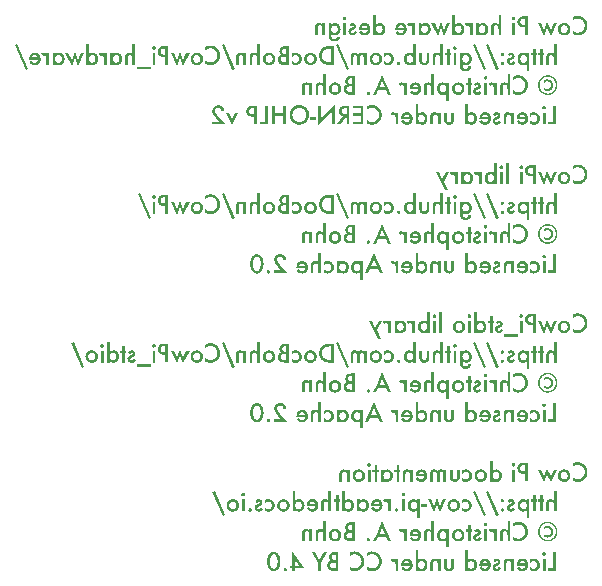
<source format=gbr>
%TF.GenerationSoftware,KiCad,Pcbnew,7.0.2-0*%
%TF.CreationDate,2023-09-13T20:52:30-05:00*%
%TF.ProjectId,CowPi-mk4a,436f7750-692d-46d6-9b34-612e6b696361,mk4a*%
%TF.SameCoordinates,Original*%
%TF.FileFunction,Legend,Bot*%
%TF.FilePolarity,Positive*%
%FSLAX46Y46*%
G04 Gerber Fmt 4.6, Leading zero omitted, Abs format (unit mm)*
G04 Created by KiCad (PCBNEW 7.0.2-0) date 2023-09-13 20:52:30*
%MOMM*%
%LPD*%
G01*
G04 APERTURE LIST*
%ADD10C,0.150000*%
G04 APERTURE END LIST*
D10*
G36*
X219608332Y-72244221D02*
G01*
X219608332Y-72531817D01*
X219621421Y-72521133D01*
X219634538Y-72510789D01*
X219647684Y-72500783D01*
X219660859Y-72491117D01*
X219674063Y-72481789D01*
X219687295Y-72472801D01*
X219700555Y-72464152D01*
X219713845Y-72455843D01*
X219727162Y-72447872D01*
X219740509Y-72440241D01*
X219753884Y-72432948D01*
X219767288Y-72425995D01*
X219780720Y-72419381D01*
X219794181Y-72413107D01*
X219807671Y-72407171D01*
X219834736Y-72396318D01*
X219861916Y-72386821D01*
X219889210Y-72378681D01*
X219916619Y-72371897D01*
X219944142Y-72366470D01*
X219971779Y-72362400D01*
X219999531Y-72359687D01*
X220027398Y-72358330D01*
X220041374Y-72358161D01*
X220056709Y-72358332D01*
X220071891Y-72358846D01*
X220086922Y-72359703D01*
X220101801Y-72360903D01*
X220116529Y-72362445D01*
X220131105Y-72364330D01*
X220159801Y-72369129D01*
X220187891Y-72375298D01*
X220215374Y-72382839D01*
X220242251Y-72391750D01*
X220268520Y-72402033D01*
X220294183Y-72413686D01*
X220319239Y-72426711D01*
X220343688Y-72441106D01*
X220367530Y-72456873D01*
X220390766Y-72474011D01*
X220413394Y-72492519D01*
X220424481Y-72502287D01*
X220435416Y-72512399D01*
X220446200Y-72522853D01*
X220456831Y-72533649D01*
X220467290Y-72544670D01*
X220477416Y-72555841D01*
X220487211Y-72567164D01*
X220496673Y-72578638D01*
X220505804Y-72590262D01*
X220514602Y-72602038D01*
X220531203Y-72626042D01*
X220546476Y-72650650D01*
X220560421Y-72675861D01*
X220573037Y-72701677D01*
X220584326Y-72728097D01*
X220594287Y-72755121D01*
X220602919Y-72782748D01*
X220610223Y-72810980D01*
X220613378Y-72825322D01*
X220616200Y-72839815D01*
X220618690Y-72854459D01*
X220620848Y-72869255D01*
X220622674Y-72884201D01*
X220624168Y-72899298D01*
X220625330Y-72914546D01*
X220626160Y-72929945D01*
X220626658Y-72945495D01*
X220626824Y-72961196D01*
X220626658Y-72976714D01*
X220626160Y-72992080D01*
X220625330Y-73007294D01*
X220624168Y-73022356D01*
X220622674Y-73037267D01*
X220620848Y-73052026D01*
X220618690Y-73066633D01*
X220616200Y-73081089D01*
X220610223Y-73109545D01*
X220602919Y-73137395D01*
X220594287Y-73164637D01*
X220584326Y-73191273D01*
X220573037Y-73217302D01*
X220560421Y-73242724D01*
X220546476Y-73267540D01*
X220531203Y-73291748D01*
X220514602Y-73315350D01*
X220496673Y-73338345D01*
X220487211Y-73349615D01*
X220477416Y-73360734D01*
X220467290Y-73371700D01*
X220456831Y-73382515D01*
X220446132Y-73393064D01*
X220435283Y-73403278D01*
X220424285Y-73413157D01*
X220413137Y-73422701D01*
X220390392Y-73440784D01*
X220367049Y-73457528D01*
X220343108Y-73472933D01*
X220318569Y-73486998D01*
X220293431Y-73499723D01*
X220267696Y-73511109D01*
X220241362Y-73521155D01*
X220214430Y-73529862D01*
X220186900Y-73537230D01*
X220158771Y-73543258D01*
X220130044Y-73547946D01*
X220115457Y-73549788D01*
X220100720Y-73551295D01*
X220085833Y-73552467D01*
X220070796Y-73553304D01*
X220055611Y-73553806D01*
X220040275Y-73553974D01*
X220024531Y-73553812D01*
X220009083Y-73553327D01*
X219993929Y-73552518D01*
X219979069Y-73551386D01*
X219957333Y-73549082D01*
X219936261Y-73546050D01*
X219915851Y-73542290D01*
X219896105Y-73537802D01*
X219877022Y-73532587D01*
X219858603Y-73526644D01*
X219840847Y-73519973D01*
X219823754Y-73512575D01*
X219808199Y-73505814D01*
X219792448Y-73498356D01*
X219776500Y-73490201D01*
X219763600Y-73483174D01*
X219750574Y-73475701D01*
X219737422Y-73467781D01*
X219724145Y-73459415D01*
X219720806Y-73457254D01*
X219707347Y-73448323D01*
X219693717Y-73438935D01*
X219679916Y-73429089D01*
X219665942Y-73418785D01*
X219651797Y-73408023D01*
X219637481Y-73396803D01*
X219622992Y-73385126D01*
X219608332Y-73372990D01*
X219608332Y-73666814D01*
X219621220Y-73674297D01*
X219634149Y-73681543D01*
X219647118Y-73688551D01*
X219660126Y-73695322D01*
X219686264Y-73708150D01*
X219712562Y-73720028D01*
X219739021Y-73730956D01*
X219765639Y-73740934D01*
X219792418Y-73749961D01*
X219819357Y-73758039D01*
X219846457Y-73765166D01*
X219873717Y-73771342D01*
X219901137Y-73776569D01*
X219928717Y-73780845D01*
X219956458Y-73784171D01*
X219984359Y-73786546D01*
X220012420Y-73787972D01*
X220040642Y-73788447D01*
X220061862Y-73788212D01*
X220082886Y-73787509D01*
X220103716Y-73786338D01*
X220124350Y-73784697D01*
X220144789Y-73782588D01*
X220165032Y-73780010D01*
X220185080Y-73776964D01*
X220204933Y-73773449D01*
X220224590Y-73769465D01*
X220244052Y-73765012D01*
X220263319Y-73760091D01*
X220282390Y-73754701D01*
X220301266Y-73748843D01*
X220319947Y-73742515D01*
X220338432Y-73735719D01*
X220356722Y-73728455D01*
X220374817Y-73720721D01*
X220392716Y-73712519D01*
X220410420Y-73703849D01*
X220427929Y-73694709D01*
X220445242Y-73685101D01*
X220462360Y-73675024D01*
X220479282Y-73664479D01*
X220496009Y-73653464D01*
X220512541Y-73641982D01*
X220528878Y-73630030D01*
X220545019Y-73617610D01*
X220560965Y-73604721D01*
X220576715Y-73591363D01*
X220592270Y-73577537D01*
X220607630Y-73563242D01*
X220622794Y-73548478D01*
X220637558Y-73533245D01*
X220651853Y-73517817D01*
X220665679Y-73502193D01*
X220679037Y-73486374D01*
X220691926Y-73470359D01*
X220704346Y-73454149D01*
X220716298Y-73437744D01*
X220727781Y-73421144D01*
X220738795Y-73404348D01*
X220749340Y-73387357D01*
X220759417Y-73370170D01*
X220769025Y-73352788D01*
X220778165Y-73335211D01*
X220786835Y-73317438D01*
X220795037Y-73299470D01*
X220802771Y-73281307D01*
X220810035Y-73262948D01*
X220816831Y-73244394D01*
X220823159Y-73225645D01*
X220829017Y-73206700D01*
X220834407Y-73187560D01*
X220839329Y-73168225D01*
X220843781Y-73148694D01*
X220847765Y-73128968D01*
X220851280Y-73109047D01*
X220854327Y-73088930D01*
X220856904Y-73068618D01*
X220859013Y-73048110D01*
X220860654Y-73027408D01*
X220861826Y-73006510D01*
X220862529Y-72985416D01*
X220862763Y-72964127D01*
X220862567Y-72945027D01*
X220861979Y-72926058D01*
X220860998Y-72907220D01*
X220859626Y-72888513D01*
X220857861Y-72869937D01*
X220855705Y-72851492D01*
X220853156Y-72833177D01*
X220850215Y-72814994D01*
X220846882Y-72796942D01*
X220843157Y-72779020D01*
X220839039Y-72761230D01*
X220834530Y-72743570D01*
X220829628Y-72726042D01*
X220824335Y-72708644D01*
X220818649Y-72691377D01*
X220812571Y-72674241D01*
X220806101Y-72657237D01*
X220799239Y-72640363D01*
X220791985Y-72623620D01*
X220784338Y-72607008D01*
X220776300Y-72590527D01*
X220767869Y-72574177D01*
X220759046Y-72557958D01*
X220749831Y-72541869D01*
X220740224Y-72525912D01*
X220730225Y-72510086D01*
X220719834Y-72494391D01*
X220709050Y-72478826D01*
X220697875Y-72463393D01*
X220686307Y-72448090D01*
X220674347Y-72432919D01*
X220661995Y-72417878D01*
X220646398Y-72399778D01*
X220630517Y-72382253D01*
X220614352Y-72365303D01*
X220597904Y-72348927D01*
X220581173Y-72333126D01*
X220564159Y-72317899D01*
X220546861Y-72303247D01*
X220529280Y-72289170D01*
X220511415Y-72275667D01*
X220493267Y-72262739D01*
X220474836Y-72250385D01*
X220456121Y-72238606D01*
X220437123Y-72227401D01*
X220417842Y-72216771D01*
X220398277Y-72206716D01*
X220378429Y-72197235D01*
X220358298Y-72188329D01*
X220337883Y-72179997D01*
X220317185Y-72172240D01*
X220296203Y-72165058D01*
X220274939Y-72158450D01*
X220253390Y-72152417D01*
X220231559Y-72146958D01*
X220209444Y-72142074D01*
X220187046Y-72137765D01*
X220164364Y-72134030D01*
X220141399Y-72130870D01*
X220118150Y-72128284D01*
X220094619Y-72126273D01*
X220070804Y-72124837D01*
X220046705Y-72123975D01*
X220022323Y-72123688D01*
X219995590Y-72124158D01*
X219968971Y-72125571D01*
X219942467Y-72127925D01*
X219916078Y-72131221D01*
X219889802Y-72135458D01*
X219863642Y-72140638D01*
X219837596Y-72146758D01*
X219811664Y-72153821D01*
X219785847Y-72161825D01*
X219760144Y-72170771D01*
X219734556Y-72180659D01*
X219709082Y-72191488D01*
X219683723Y-72203259D01*
X219658478Y-72215971D01*
X219633347Y-72229626D01*
X219608332Y-72244221D01*
G37*
G36*
X218914634Y-72733912D02*
G01*
X218941417Y-72735693D01*
X218967676Y-72738663D01*
X218993412Y-72742820D01*
X219018624Y-72748165D01*
X219043312Y-72754699D01*
X219067476Y-72762419D01*
X219091117Y-72771328D01*
X219114234Y-72781424D01*
X219136827Y-72792709D01*
X219158896Y-72805181D01*
X219180441Y-72818841D01*
X219201463Y-72833689D01*
X219221960Y-72849724D01*
X219241934Y-72866948D01*
X219261385Y-72885359D01*
X219279973Y-72904570D01*
X219297363Y-72924285D01*
X219313553Y-72944504D01*
X219328544Y-72965226D01*
X219342335Y-72986453D01*
X219354928Y-73008183D01*
X219366321Y-73030416D01*
X219376515Y-73053154D01*
X219385509Y-73076395D01*
X219393304Y-73100140D01*
X219399900Y-73124389D01*
X219405297Y-73149141D01*
X219409495Y-73174397D01*
X219412493Y-73200157D01*
X219414292Y-73226421D01*
X219414891Y-73253189D01*
X219414303Y-73281598D01*
X219412539Y-73309397D01*
X219409598Y-73336587D01*
X219405480Y-73363167D01*
X219400187Y-73389137D01*
X219393717Y-73414498D01*
X219386070Y-73439249D01*
X219377247Y-73463390D01*
X219367248Y-73486922D01*
X219356073Y-73509844D01*
X219343721Y-73532156D01*
X219330192Y-73553859D01*
X219315488Y-73574952D01*
X219299607Y-73595436D01*
X219282549Y-73615310D01*
X219264316Y-73634574D01*
X219245256Y-73653207D01*
X219225630Y-73670638D01*
X219205437Y-73686867D01*
X219184677Y-73701893D01*
X219163351Y-73715718D01*
X219141458Y-73728340D01*
X219118998Y-73739760D01*
X219095971Y-73749979D01*
X219072378Y-73758995D01*
X219048218Y-73766808D01*
X219023491Y-73773420D01*
X218998198Y-73778830D01*
X218972338Y-73783037D01*
X218945911Y-73786043D01*
X218918917Y-73787846D01*
X218891357Y-73788447D01*
X218863515Y-73787857D01*
X218836225Y-73786088D01*
X218809487Y-73783140D01*
X218783302Y-73779013D01*
X218757670Y-73773706D01*
X218732589Y-73767221D01*
X218708062Y-73759556D01*
X218684086Y-73750711D01*
X218660663Y-73740688D01*
X218637793Y-73729485D01*
X218615474Y-73717103D01*
X218593709Y-73703542D01*
X218572495Y-73688801D01*
X218551834Y-73672882D01*
X218531726Y-73655783D01*
X218512170Y-73637505D01*
X218493537Y-73618262D01*
X218476106Y-73598453D01*
X218459877Y-73578076D01*
X218444850Y-73557134D01*
X218431026Y-73535624D01*
X218418403Y-73513548D01*
X218406983Y-73490905D01*
X218396765Y-73467695D01*
X218387749Y-73443918D01*
X218379935Y-73419575D01*
X218373323Y-73394665D01*
X218367914Y-73369189D01*
X218363706Y-73343145D01*
X218360701Y-73316535D01*
X218358898Y-73289358D01*
X218358297Y-73261615D01*
X218594235Y-73261615D01*
X218594313Y-73270626D01*
X218594937Y-73288306D01*
X218596185Y-73305530D01*
X218598057Y-73322300D01*
X218600553Y-73338615D01*
X218603673Y-73354474D01*
X218607417Y-73369879D01*
X218611784Y-73384828D01*
X218616776Y-73399323D01*
X218622392Y-73413362D01*
X218628631Y-73426946D01*
X218635495Y-73440075D01*
X218642983Y-73452749D01*
X218655384Y-73470906D01*
X218664431Y-73482442D01*
X218674103Y-73493524D01*
X218684251Y-73504038D01*
X218700262Y-73518538D01*
X218717219Y-73531511D01*
X218735124Y-73542958D01*
X218753974Y-73552879D01*
X218773772Y-73561273D01*
X218794516Y-73568142D01*
X218808872Y-73571873D01*
X218823648Y-73574925D01*
X218838845Y-73577299D01*
X218854463Y-73578995D01*
X218870501Y-73580013D01*
X218886960Y-73580352D01*
X218903291Y-73580008D01*
X218919218Y-73578978D01*
X218934741Y-73577261D01*
X218949861Y-73574856D01*
X218964577Y-73571765D01*
X218978889Y-73567987D01*
X218999601Y-73561032D01*
X219019405Y-73552531D01*
X219038301Y-73542485D01*
X219056289Y-73530893D01*
X219073369Y-73517755D01*
X219089541Y-73503072D01*
X219099818Y-73492424D01*
X219104687Y-73486937D01*
X219118365Y-73469744D01*
X219126711Y-73457674D01*
X219134439Y-73445118D01*
X219141549Y-73432075D01*
X219148041Y-73418545D01*
X219153914Y-73404529D01*
X219159169Y-73390026D01*
X219163806Y-73375036D01*
X219167824Y-73359560D01*
X219171225Y-73343598D01*
X219174007Y-73327148D01*
X219176171Y-73310213D01*
X219177716Y-73292790D01*
X219178644Y-73274881D01*
X219178953Y-73256486D01*
X219178638Y-73239284D01*
X219177693Y-73222483D01*
X219176119Y-73206082D01*
X219173915Y-73190082D01*
X219171082Y-73174483D01*
X219167618Y-73159285D01*
X219163525Y-73144487D01*
X219158803Y-73130090D01*
X219153450Y-73116094D01*
X219147468Y-73102498D01*
X219140857Y-73089304D01*
X219133615Y-73076509D01*
X219125744Y-73064116D01*
X219117243Y-73052123D01*
X219108113Y-73040531D01*
X219098353Y-73029340D01*
X219088039Y-73018693D01*
X219071843Y-73004009D01*
X219054778Y-72990872D01*
X219036844Y-72979280D01*
X219018040Y-72969233D01*
X218998367Y-72960733D01*
X218977824Y-72953777D01*
X218963646Y-72949999D01*
X218949082Y-72946908D01*
X218934131Y-72944504D01*
X218918794Y-72942786D01*
X218903070Y-72941756D01*
X218886960Y-72941413D01*
X218870630Y-72941756D01*
X218854703Y-72942786D01*
X218839180Y-72944504D01*
X218824060Y-72946908D01*
X218809344Y-72949999D01*
X218795032Y-72953777D01*
X218774320Y-72960733D01*
X218754515Y-72969233D01*
X218735619Y-72979280D01*
X218717631Y-72990872D01*
X218700551Y-73004009D01*
X218684380Y-73018693D01*
X218674103Y-73029340D01*
X218664431Y-73040423D01*
X218655384Y-73051963D01*
X218646960Y-73063961D01*
X218639161Y-73076418D01*
X218631985Y-73089332D01*
X218625434Y-73102704D01*
X218619506Y-73116535D01*
X218614202Y-73130823D01*
X218609522Y-73145569D01*
X218605467Y-73160773D01*
X218602035Y-73176435D01*
X218599227Y-73192555D01*
X218597043Y-73209133D01*
X218595483Y-73226169D01*
X218594547Y-73243663D01*
X218594235Y-73261615D01*
X218358297Y-73261615D01*
X218358894Y-73234088D01*
X218360684Y-73207101D01*
X218363668Y-73180656D01*
X218367845Y-73154751D01*
X218373216Y-73129388D01*
X218379781Y-73104565D01*
X218387539Y-73080283D01*
X218396490Y-73056543D01*
X218406635Y-73033343D01*
X218417974Y-73010684D01*
X218430506Y-72988566D01*
X218444232Y-72966989D01*
X218459151Y-72945954D01*
X218475264Y-72925459D01*
X218492571Y-72905505D01*
X218511071Y-72886092D01*
X218530658Y-72867592D01*
X218550770Y-72850285D01*
X218571405Y-72834172D01*
X218592564Y-72819253D01*
X218614247Y-72805527D01*
X218636453Y-72792995D01*
X218659183Y-72781656D01*
X218682438Y-72771511D01*
X218706215Y-72762560D01*
X218730517Y-72754802D01*
X218755343Y-72748237D01*
X218780692Y-72742866D01*
X218806565Y-72738689D01*
X218832962Y-72735705D01*
X218859882Y-72733914D01*
X218887327Y-72733318D01*
X218914634Y-72733912D01*
G37*
G36*
X218015746Y-72756765D02*
G01*
X217754162Y-73329759D01*
X217472428Y-72665174D01*
X217188129Y-73329759D01*
X216929842Y-72756765D01*
X216671556Y-72756765D01*
X217194357Y-73835708D01*
X217472428Y-73189808D01*
X217753429Y-73835708D01*
X218275132Y-72756765D01*
X218015746Y-72756765D01*
G37*
G36*
X215825987Y-73753276D02*
G01*
X215590048Y-73753276D01*
X215590048Y-73108475D01*
X215478307Y-73108475D01*
X215462814Y-73108351D01*
X215447521Y-73107980D01*
X215432429Y-73107361D01*
X215417537Y-73106494D01*
X215388353Y-73104018D01*
X215359972Y-73100552D01*
X215332391Y-73096096D01*
X215305612Y-73090649D01*
X215279635Y-73084212D01*
X215254459Y-73076784D01*
X215230084Y-73068366D01*
X215206511Y-73058958D01*
X215183739Y-73048560D01*
X215161769Y-73037171D01*
X215140600Y-73024792D01*
X215120232Y-73011423D01*
X215100666Y-72997063D01*
X215081901Y-72981713D01*
X215064111Y-72965515D01*
X215047469Y-72948614D01*
X215031974Y-72931008D01*
X215017627Y-72912699D01*
X215004428Y-72893685D01*
X214992377Y-72873967D01*
X214981473Y-72853545D01*
X214971717Y-72832419D01*
X214963109Y-72810589D01*
X214955649Y-72788055D01*
X214949336Y-72764816D01*
X214944171Y-72740874D01*
X214940154Y-72716227D01*
X214937285Y-72690877D01*
X214935563Y-72664822D01*
X214934989Y-72638063D01*
X214935052Y-72635132D01*
X215170928Y-72635132D01*
X215171250Y-72651451D01*
X215172217Y-72667252D01*
X215173829Y-72682535D01*
X215178987Y-72711546D01*
X215186723Y-72738485D01*
X215197039Y-72763352D01*
X215209933Y-72786147D01*
X215225406Y-72806870D01*
X215243458Y-72825520D01*
X215264089Y-72842098D01*
X215287299Y-72856604D01*
X215313087Y-72869037D01*
X215326949Y-72874477D01*
X215341455Y-72879398D01*
X215356606Y-72883802D01*
X215372401Y-72887687D01*
X215388841Y-72891055D01*
X215405926Y-72893904D01*
X215423656Y-72896235D01*
X215442030Y-72898049D01*
X215461049Y-72899344D01*
X215480713Y-72900121D01*
X215501022Y-72900380D01*
X215590048Y-72900380D01*
X215590048Y-72378677D01*
X215511280Y-72378677D01*
X215490340Y-72378928D01*
X215470065Y-72379679D01*
X215450455Y-72380931D01*
X215431510Y-72382684D01*
X215413229Y-72384938D01*
X215395613Y-72387693D01*
X215378662Y-72390949D01*
X215362376Y-72394706D01*
X215346754Y-72398963D01*
X215331797Y-72403722D01*
X215317505Y-72408981D01*
X215290915Y-72421002D01*
X215266984Y-72435027D01*
X215245712Y-72451056D01*
X215227099Y-72469088D01*
X215211145Y-72489123D01*
X215197850Y-72511162D01*
X215187214Y-72535205D01*
X215179237Y-72561251D01*
X215173919Y-72589301D01*
X215172257Y-72604077D01*
X215171260Y-72619354D01*
X215170928Y-72635132D01*
X214935052Y-72635132D01*
X214935524Y-72613053D01*
X214937130Y-72588581D01*
X214939806Y-72564647D01*
X214943553Y-72541251D01*
X214948370Y-72518394D01*
X214954258Y-72496074D01*
X214961216Y-72474292D01*
X214969244Y-72453049D01*
X214978343Y-72432344D01*
X214988513Y-72412177D01*
X214999753Y-72392547D01*
X215012063Y-72373456D01*
X215025444Y-72354903D01*
X215039895Y-72336889D01*
X215055417Y-72319412D01*
X215072009Y-72302473D01*
X215081861Y-72293092D01*
X215097004Y-72279735D01*
X215112584Y-72267234D01*
X215128603Y-72255589D01*
X215145059Y-72244801D01*
X215161953Y-72234869D01*
X215179285Y-72225794D01*
X215197055Y-72217576D01*
X215215263Y-72210214D01*
X215233909Y-72203708D01*
X215252993Y-72198060D01*
X215259454Y-72196369D01*
X215279984Y-72191620D01*
X215294626Y-72188722D01*
X215310032Y-72186038D01*
X215326202Y-72183570D01*
X215343136Y-72181316D01*
X215360835Y-72179276D01*
X215379297Y-72177452D01*
X215398524Y-72175842D01*
X215418515Y-72174446D01*
X215439271Y-72173266D01*
X215460790Y-72172300D01*
X215483074Y-72171548D01*
X215506122Y-72171012D01*
X215529935Y-72170690D01*
X215554511Y-72170582D01*
X215825987Y-72170582D01*
X215825987Y-73753276D01*
G37*
G36*
X214502679Y-72756765D02*
G01*
X214502679Y-73765000D01*
X214738618Y-73765000D01*
X214738618Y-72756765D01*
X214502679Y-72756765D01*
G37*
G36*
X214762065Y-72344972D02*
G01*
X214761367Y-72329848D01*
X214759272Y-72315250D01*
X214754688Y-72297744D01*
X214747923Y-72281061D01*
X214738975Y-72265201D01*
X214730245Y-72253105D01*
X214720119Y-72241536D01*
X214717369Y-72238726D01*
X214705834Y-72228250D01*
X214693761Y-72219171D01*
X214681150Y-72211489D01*
X214664630Y-72203851D01*
X214647269Y-72198394D01*
X214632774Y-72195601D01*
X214617742Y-72194204D01*
X214610024Y-72194030D01*
X214594471Y-72194728D01*
X214579501Y-72196823D01*
X214565116Y-72200315D01*
X214547955Y-72206644D01*
X214534883Y-72213279D01*
X214522395Y-72221310D01*
X214510491Y-72230738D01*
X214501946Y-72238726D01*
X214491471Y-72249940D01*
X214482392Y-72261784D01*
X214473007Y-72277474D01*
X214465805Y-72294149D01*
X214461615Y-72308196D01*
X214458821Y-72322874D01*
X214457425Y-72338181D01*
X214457250Y-72346071D01*
X214457948Y-72361704D01*
X214460044Y-72376731D01*
X214463535Y-72391151D01*
X214469865Y-72408322D01*
X214478376Y-72424546D01*
X214486757Y-72436842D01*
X214496534Y-72448531D01*
X214501946Y-72454148D01*
X214513155Y-72464624D01*
X214524982Y-72473703D01*
X214540634Y-72483087D01*
X214557253Y-72490289D01*
X214574838Y-72495309D01*
X214589601Y-72497753D01*
X214604983Y-72498801D01*
X214608925Y-72498845D01*
X214624484Y-72498152D01*
X214639470Y-72496074D01*
X214653885Y-72492611D01*
X214667726Y-72487762D01*
X214680996Y-72481528D01*
X214693692Y-72473909D01*
X214705817Y-72464904D01*
X214717369Y-72454515D01*
X214727844Y-72443026D01*
X214736923Y-72430907D01*
X214744606Y-72418159D01*
X214750891Y-72404781D01*
X214755780Y-72390773D01*
X214759272Y-72376135D01*
X214761367Y-72360868D01*
X214762065Y-72344972D01*
G37*
G36*
X213569183Y-72029898D02*
G01*
X213333244Y-72029898D01*
X213333244Y-72843960D01*
X213317667Y-72830562D01*
X213301892Y-72818028D01*
X213285919Y-72806359D01*
X213269749Y-72795554D01*
X213253381Y-72785613D01*
X213236816Y-72776537D01*
X213220054Y-72768326D01*
X213203094Y-72760978D01*
X213185936Y-72754495D01*
X213168581Y-72748877D01*
X213151028Y-72744123D01*
X213133278Y-72740233D01*
X213115331Y-72737207D01*
X213097186Y-72735046D01*
X213078843Y-72733750D01*
X213060303Y-72733318D01*
X213039276Y-72733748D01*
X213018784Y-72735041D01*
X212998827Y-72737195D01*
X212979405Y-72740210D01*
X212960519Y-72744087D01*
X212942168Y-72748825D01*
X212924352Y-72754425D01*
X212907071Y-72760887D01*
X212890326Y-72768210D01*
X212874116Y-72776394D01*
X212858441Y-72785440D01*
X212843301Y-72795348D01*
X212828696Y-72806117D01*
X212814627Y-72817748D01*
X212801093Y-72830240D01*
X212788094Y-72843593D01*
X212777624Y-72856038D01*
X212767830Y-72869376D01*
X212758711Y-72883607D01*
X212750267Y-72898731D01*
X212742499Y-72914748D01*
X212735407Y-72931658D01*
X212728990Y-72949461D01*
X212723248Y-72968157D01*
X212718182Y-72987746D01*
X212713791Y-73008228D01*
X212710076Y-73029603D01*
X212707036Y-73051871D01*
X212704672Y-73075033D01*
X212702983Y-73099087D01*
X212701970Y-73124034D01*
X212701632Y-73149874D01*
X212701632Y-73765000D01*
X212937571Y-73765000D01*
X212937571Y-73170757D01*
X212937737Y-73155905D01*
X212938609Y-73134603D01*
X212940227Y-73114474D01*
X212942593Y-73095517D01*
X212945705Y-73077732D01*
X212949565Y-73061119D01*
X212954172Y-73045678D01*
X212959526Y-73031409D01*
X212967826Y-73014207D01*
X212977455Y-72999089D01*
X212980069Y-72995635D01*
X212991409Y-72982926D01*
X213004364Y-72971912D01*
X213018933Y-72962593D01*
X213035116Y-72954968D01*
X213052913Y-72949038D01*
X213067320Y-72945702D01*
X213082636Y-72943319D01*
X213098859Y-72941889D01*
X213115990Y-72941413D01*
X213130734Y-72941707D01*
X213151808Y-72943255D01*
X213171632Y-72946130D01*
X213190207Y-72950331D01*
X213207533Y-72955858D01*
X213223609Y-72962713D01*
X213238436Y-72970893D01*
X213252014Y-72980401D01*
X213264342Y-72991235D01*
X213275421Y-73003396D01*
X213285251Y-73016884D01*
X213293828Y-73032197D01*
X213301561Y-73049423D01*
X213308451Y-73068561D01*
X213314497Y-73089613D01*
X213318059Y-73104709D01*
X213321246Y-73120656D01*
X213324058Y-73137453D01*
X213326495Y-73155100D01*
X213328558Y-73173597D01*
X213330245Y-73192945D01*
X213331557Y-73213142D01*
X213332495Y-73234189D01*
X213333057Y-73256087D01*
X213333244Y-73278834D01*
X213333244Y-73765000D01*
X213569183Y-73765000D01*
X213569183Y-72029898D01*
G37*
G36*
X212020574Y-72733903D02*
G01*
X212044976Y-72735659D01*
X212068854Y-72738586D01*
X212092208Y-72742683D01*
X212115039Y-72747951D01*
X212137346Y-72754389D01*
X212159129Y-72761999D01*
X212180388Y-72770778D01*
X212201123Y-72780729D01*
X212221335Y-72791850D01*
X212241022Y-72804142D01*
X212260186Y-72817604D01*
X212278827Y-72832237D01*
X212296943Y-72848041D01*
X212314536Y-72865016D01*
X212331605Y-72883161D01*
X212347842Y-72902183D01*
X212363032Y-72921789D01*
X212377174Y-72941979D01*
X212390269Y-72962753D01*
X212402316Y-72984111D01*
X212413315Y-73006053D01*
X212423267Y-73028579D01*
X212432172Y-73051688D01*
X212440028Y-73075382D01*
X212446838Y-73099659D01*
X212452599Y-73124520D01*
X212457313Y-73149965D01*
X212460980Y-73175995D01*
X212463599Y-73202607D01*
X212465170Y-73229804D01*
X212465694Y-73257585D01*
X212465170Y-73285821D01*
X212463599Y-73313467D01*
X212460980Y-73340524D01*
X212457313Y-73366991D01*
X212452599Y-73392868D01*
X212446838Y-73418156D01*
X212440028Y-73442854D01*
X212432172Y-73466962D01*
X212423267Y-73490481D01*
X212413315Y-73513410D01*
X212402316Y-73535750D01*
X212390269Y-73557500D01*
X212377174Y-73578660D01*
X212363032Y-73599231D01*
X212347842Y-73619212D01*
X212331605Y-73638604D01*
X212314383Y-73656749D01*
X212296605Y-73673723D01*
X212278273Y-73689527D01*
X212259385Y-73704160D01*
X212239942Y-73717623D01*
X212219944Y-73729914D01*
X212199390Y-73741036D01*
X212178281Y-73750986D01*
X212156617Y-73759766D01*
X212134398Y-73767375D01*
X212111623Y-73773814D01*
X212088293Y-73779082D01*
X212064408Y-73783179D01*
X212039967Y-73786106D01*
X212014971Y-73787861D01*
X211989420Y-73788447D01*
X211968988Y-73787930D01*
X211948725Y-73786380D01*
X211928631Y-73783797D01*
X211908706Y-73780181D01*
X211888949Y-73775531D01*
X211869362Y-73769848D01*
X211849943Y-73763132D01*
X211830693Y-73755382D01*
X211811612Y-73746600D01*
X211792700Y-73736784D01*
X211773957Y-73725934D01*
X211755382Y-73714052D01*
X211736977Y-73701136D01*
X211718740Y-73687187D01*
X211700672Y-73672205D01*
X211682773Y-73656189D01*
X211682773Y-73765000D01*
X211457459Y-73765000D01*
X211457459Y-73261615D01*
X211668485Y-73261615D01*
X211668793Y-73278917D01*
X211669716Y-73295836D01*
X211671254Y-73312371D01*
X211673408Y-73328522D01*
X211676177Y-73344290D01*
X211679562Y-73359675D01*
X211683562Y-73374676D01*
X211688177Y-73389293D01*
X211693408Y-73403527D01*
X211699254Y-73417377D01*
X211705716Y-73430844D01*
X211712792Y-73443927D01*
X211720485Y-73456627D01*
X211728792Y-73468943D01*
X211737715Y-73480875D01*
X211747254Y-73492424D01*
X211762457Y-73508138D01*
X211778530Y-73522306D01*
X211795473Y-73534928D01*
X211813285Y-73546005D01*
X211831966Y-73555536D01*
X211851517Y-73563522D01*
X211871937Y-73569962D01*
X211893227Y-73574856D01*
X211907903Y-73577261D01*
X211922965Y-73578978D01*
X211938414Y-73580008D01*
X211954249Y-73580352D01*
X211961697Y-73580263D01*
X211976351Y-73579553D01*
X211997732Y-73577158D01*
X212018392Y-73573165D01*
X212038330Y-73567575D01*
X212057547Y-73560388D01*
X212076043Y-73551604D01*
X212093817Y-73541222D01*
X212110870Y-73529244D01*
X212127202Y-73515669D01*
X212142812Y-73500496D01*
X212152819Y-73489494D01*
X212162135Y-73478065D01*
X212170851Y-73466218D01*
X212178965Y-73453953D01*
X212186478Y-73441271D01*
X212193391Y-73428170D01*
X212199702Y-73414652D01*
X212205412Y-73400716D01*
X212210521Y-73386362D01*
X212215029Y-73371590D01*
X212218936Y-73356400D01*
X212222242Y-73340793D01*
X212224947Y-73324767D01*
X212227050Y-73308324D01*
X212228553Y-73291462D01*
X212229455Y-73274183D01*
X212229755Y-73256486D01*
X212229446Y-73239894D01*
X212228519Y-73223639D01*
X212226973Y-73207722D01*
X212224809Y-73192143D01*
X212222027Y-73176902D01*
X212218627Y-73161998D01*
X212214608Y-73147432D01*
X212209972Y-73133204D01*
X212204717Y-73119314D01*
X212198843Y-73105761D01*
X212192352Y-73092546D01*
X212185242Y-73079669D01*
X212177514Y-73067130D01*
X212169168Y-73054928D01*
X212160203Y-73043064D01*
X212150621Y-73031538D01*
X212145613Y-73025993D01*
X212135366Y-73015432D01*
X212119417Y-73000910D01*
X212102771Y-72987972D01*
X212085431Y-72976618D01*
X212067394Y-72966848D01*
X212048663Y-72958663D01*
X212029235Y-72952062D01*
X212009112Y-72947045D01*
X211988294Y-72943613D01*
X211966780Y-72941765D01*
X211952051Y-72941413D01*
X211936482Y-72941760D01*
X211921282Y-72942804D01*
X211906452Y-72944542D01*
X211884898Y-72948455D01*
X211864175Y-72953932D01*
X211844283Y-72960974D01*
X211825222Y-72969581D01*
X211806991Y-72979753D01*
X211789591Y-72991490D01*
X211773022Y-73004792D01*
X211757284Y-73019659D01*
X211747254Y-73030439D01*
X211737715Y-73041990D01*
X211728792Y-73053927D01*
X211720485Y-73066250D01*
X211712792Y-73078960D01*
X211705716Y-73092056D01*
X211699254Y-73105538D01*
X211693408Y-73119407D01*
X211688177Y-73133662D01*
X211683562Y-73148304D01*
X211679562Y-73163332D01*
X211676177Y-73178747D01*
X211673408Y-73194547D01*
X211671254Y-73210735D01*
X211669716Y-73227308D01*
X211668793Y-73244269D01*
X211668485Y-73261615D01*
X211457459Y-73261615D01*
X211457459Y-72756765D01*
X211682773Y-72756765D01*
X211682773Y-72875467D01*
X211700224Y-72858254D01*
X211717956Y-72842151D01*
X211735968Y-72827158D01*
X211754260Y-72813277D01*
X211772833Y-72800505D01*
X211791687Y-72788845D01*
X211810821Y-72778295D01*
X211830235Y-72768855D01*
X211849930Y-72760526D01*
X211869905Y-72753307D01*
X211890161Y-72747199D01*
X211910698Y-72742202D01*
X211931515Y-72738315D01*
X211952612Y-72735539D01*
X211973990Y-72733873D01*
X211995648Y-72733318D01*
X212020574Y-72733903D01*
G37*
G36*
X211159972Y-72756765D02*
G01*
X210924033Y-72756765D01*
X210924033Y-72852752D01*
X210912209Y-72840355D01*
X210900643Y-72828718D01*
X210889334Y-72817841D01*
X210878283Y-72807724D01*
X210863949Y-72795416D01*
X210850073Y-72784460D01*
X210836655Y-72774854D01*
X210823695Y-72766600D01*
X210811193Y-72759696D01*
X210795052Y-72752097D01*
X210777998Y-72745786D01*
X210763699Y-72741664D01*
X210748815Y-72738367D01*
X210733348Y-72735894D01*
X210717296Y-72734245D01*
X210700661Y-72733421D01*
X210692124Y-72733318D01*
X210674949Y-72733823D01*
X210657632Y-72735340D01*
X210640173Y-72737868D01*
X210622572Y-72741406D01*
X210604830Y-72745956D01*
X210586946Y-72751517D01*
X210568921Y-72758089D01*
X210550754Y-72765672D01*
X210532445Y-72774266D01*
X210513994Y-72783872D01*
X210501615Y-72790837D01*
X210607128Y-73014685D01*
X210619398Y-73006305D01*
X210635679Y-72996413D01*
X210651867Y-72987987D01*
X210667964Y-72981026D01*
X210683970Y-72975530D01*
X210699884Y-72971500D01*
X210715706Y-72968936D01*
X210731437Y-72967837D01*
X210735355Y-72967791D01*
X210758203Y-72968897D01*
X210779577Y-72972216D01*
X210799476Y-72977747D01*
X210817902Y-72985491D01*
X210834853Y-72995447D01*
X210850331Y-73007616D01*
X210864334Y-73021997D01*
X210876864Y-73038591D01*
X210887919Y-73057397D01*
X210897500Y-73078416D01*
X210905607Y-73101647D01*
X210912241Y-73127091D01*
X210917400Y-73154747D01*
X210919427Y-73169405D01*
X210921085Y-73184616D01*
X210922375Y-73200380D01*
X210923296Y-73216697D01*
X210923849Y-73233567D01*
X210924033Y-73250990D01*
X210924033Y-73765000D01*
X211159972Y-73765000D01*
X211159972Y-72756765D01*
G37*
G36*
X209662274Y-72876933D02*
G01*
X209679499Y-72859542D01*
X209697010Y-72843273D01*
X209714808Y-72828126D01*
X209732891Y-72814101D01*
X209751261Y-72801198D01*
X209769917Y-72789417D01*
X209788859Y-72778758D01*
X209808087Y-72769221D01*
X209827602Y-72760806D01*
X209847403Y-72753514D01*
X209867490Y-72747343D01*
X209887863Y-72742294D01*
X209908523Y-72738367D01*
X209929468Y-72735562D01*
X209950700Y-72733879D01*
X209972219Y-72733318D01*
X209996911Y-72733907D01*
X210021071Y-72735676D01*
X210044699Y-72738624D01*
X210067794Y-72742752D01*
X210090357Y-72748058D01*
X210112387Y-72754544D01*
X210133885Y-72762209D01*
X210154851Y-72771053D01*
X210175285Y-72781077D01*
X210195186Y-72792279D01*
X210214554Y-72804661D01*
X210233391Y-72818223D01*
X210251694Y-72832963D01*
X210269466Y-72848883D01*
X210286705Y-72865982D01*
X210303412Y-72884260D01*
X210319472Y-72903278D01*
X210334496Y-72922871D01*
X210348483Y-72943040D01*
X210361435Y-72963784D01*
X210373350Y-72985103D01*
X210384230Y-73006998D01*
X210394073Y-73029467D01*
X210402880Y-73052513D01*
X210410651Y-73076133D01*
X210417386Y-73100329D01*
X210423084Y-73125100D01*
X210427747Y-73150446D01*
X210431373Y-73176368D01*
X210433964Y-73202865D01*
X210435518Y-73229937D01*
X210436036Y-73257585D01*
X210435518Y-73285821D01*
X210433964Y-73313467D01*
X210431373Y-73340524D01*
X210427747Y-73366991D01*
X210423084Y-73392868D01*
X210417386Y-73418156D01*
X210410651Y-73442854D01*
X210402880Y-73466962D01*
X210394073Y-73490481D01*
X210384230Y-73513410D01*
X210373350Y-73535750D01*
X210361435Y-73557500D01*
X210348483Y-73578660D01*
X210334496Y-73599231D01*
X210319472Y-73619212D01*
X210303412Y-73638604D01*
X210286428Y-73656749D01*
X210268905Y-73673723D01*
X210250844Y-73689527D01*
X210232246Y-73704160D01*
X210213109Y-73717623D01*
X210193434Y-73729914D01*
X210173221Y-73741036D01*
X210152470Y-73750986D01*
X210131181Y-73759766D01*
X210109353Y-73767375D01*
X210086988Y-73773814D01*
X210064084Y-73779082D01*
X210040643Y-73783179D01*
X210016663Y-73786106D01*
X209992145Y-73787861D01*
X209967090Y-73788447D01*
X209945935Y-73787930D01*
X209925061Y-73786380D01*
X209904467Y-73783797D01*
X209884154Y-73780181D01*
X209864121Y-73775531D01*
X209844369Y-73769848D01*
X209824897Y-73763132D01*
X209805706Y-73755382D01*
X209786795Y-73746600D01*
X209768165Y-73736784D01*
X209749815Y-73725934D01*
X209731746Y-73714052D01*
X209713958Y-73701136D01*
X209696449Y-73687187D01*
X209679222Y-73672205D01*
X209662274Y-73656189D01*
X209662274Y-73765000D01*
X209426336Y-73765000D01*
X209426336Y-73261615D01*
X209647986Y-73261615D01*
X209648288Y-73278917D01*
X209649194Y-73295836D01*
X209650704Y-73312371D01*
X209652818Y-73328522D01*
X209655535Y-73344290D01*
X209658857Y-73359675D01*
X209662782Y-73374676D01*
X209667312Y-73389293D01*
X209672445Y-73403527D01*
X209678183Y-73417377D01*
X209684524Y-73430844D01*
X209691469Y-73443927D01*
X209699018Y-73456627D01*
X209707171Y-73468943D01*
X209715928Y-73480875D01*
X209725289Y-73492424D01*
X209735187Y-73503072D01*
X209750741Y-73517755D01*
X209767146Y-73530893D01*
X209784401Y-73542485D01*
X209802506Y-73552531D01*
X209821461Y-73561032D01*
X209841266Y-73567987D01*
X209861922Y-73573397D01*
X209883427Y-73577261D01*
X209898236Y-73578978D01*
X209913423Y-73580008D01*
X209928988Y-73580352D01*
X209950753Y-73579553D01*
X209971809Y-73577158D01*
X209992158Y-73573165D01*
X210011797Y-73567575D01*
X210030729Y-73560388D01*
X210048952Y-73551604D01*
X210066467Y-73541222D01*
X210083273Y-73529244D01*
X210099371Y-73515669D01*
X210114760Y-73500496D01*
X210124626Y-73489494D01*
X210138114Y-73472194D01*
X210150275Y-73453953D01*
X210157645Y-73441271D01*
X210164425Y-73428170D01*
X210170616Y-73414652D01*
X210176218Y-73400716D01*
X210181229Y-73386362D01*
X210185652Y-73371590D01*
X210189484Y-73356400D01*
X210192727Y-73340793D01*
X210195380Y-73324767D01*
X210197444Y-73308324D01*
X210198918Y-73291462D01*
X210199802Y-73274183D01*
X210200097Y-73256486D01*
X210200021Y-73248148D01*
X210199415Y-73231724D01*
X210198201Y-73215638D01*
X210196381Y-73199890D01*
X210193953Y-73184480D01*
X210190919Y-73169408D01*
X210187279Y-73154673D01*
X210183031Y-73140276D01*
X210178177Y-73126217D01*
X210172716Y-73112495D01*
X210166648Y-73099112D01*
X210156408Y-73079669D01*
X210148823Y-73067130D01*
X210140632Y-73054928D01*
X210131833Y-73043064D01*
X210122428Y-73031538D01*
X210112476Y-73020625D01*
X210096979Y-73005574D01*
X210080800Y-72992108D01*
X210063938Y-72980226D01*
X210046393Y-72969929D01*
X210028166Y-72961216D01*
X210009256Y-72954087D01*
X209989663Y-72948542D01*
X209969388Y-72944581D01*
X209948430Y-72942205D01*
X209926789Y-72941413D01*
X209919095Y-72941500D01*
X209903977Y-72942195D01*
X209889219Y-72943586D01*
X209867759Y-72946977D01*
X209847110Y-72951932D01*
X209827273Y-72958453D01*
X209808247Y-72966538D01*
X209790033Y-72976189D01*
X209772630Y-72987404D01*
X209756038Y-73000184D01*
X209740258Y-73014529D01*
X209725289Y-73030439D01*
X209715928Y-73041990D01*
X209707171Y-73053927D01*
X209699018Y-73066250D01*
X209691469Y-73078960D01*
X209684524Y-73092056D01*
X209678183Y-73105538D01*
X209672445Y-73119407D01*
X209667312Y-73133662D01*
X209662782Y-73148304D01*
X209658857Y-73163332D01*
X209655535Y-73178747D01*
X209652818Y-73194547D01*
X209650704Y-73210735D01*
X209649194Y-73227308D01*
X209648288Y-73244269D01*
X209647986Y-73261615D01*
X209426336Y-73261615D01*
X209426336Y-72029898D01*
X209662274Y-72029898D01*
X209662274Y-72876933D01*
G37*
G36*
X209000254Y-72756765D02*
G01*
X208738670Y-73329759D01*
X208456936Y-72665174D01*
X208172637Y-73329759D01*
X207914351Y-72756765D01*
X207656064Y-72756765D01*
X208178866Y-73835708D01*
X208456936Y-73189808D01*
X208737937Y-73835708D01*
X209259640Y-72756765D01*
X209000254Y-72756765D01*
G37*
G36*
X207140602Y-72733903D02*
G01*
X207165004Y-72735659D01*
X207188882Y-72738586D01*
X207212236Y-72742683D01*
X207235067Y-72747951D01*
X207257374Y-72754389D01*
X207279156Y-72761999D01*
X207300416Y-72770778D01*
X207321151Y-72780729D01*
X207341363Y-72791850D01*
X207361050Y-72804142D01*
X207380214Y-72817604D01*
X207398855Y-72832237D01*
X207416971Y-72848041D01*
X207434564Y-72865016D01*
X207451632Y-72883161D01*
X207467870Y-72902183D01*
X207483060Y-72921789D01*
X207497202Y-72941979D01*
X207510297Y-72962753D01*
X207522344Y-72984111D01*
X207533343Y-73006053D01*
X207543295Y-73028579D01*
X207552199Y-73051688D01*
X207560056Y-73075382D01*
X207566865Y-73099659D01*
X207572627Y-73124520D01*
X207577341Y-73149965D01*
X207581008Y-73175995D01*
X207583627Y-73202607D01*
X207585198Y-73229804D01*
X207585722Y-73257585D01*
X207585198Y-73285821D01*
X207583627Y-73313467D01*
X207581008Y-73340524D01*
X207577341Y-73366991D01*
X207572627Y-73392868D01*
X207566865Y-73418156D01*
X207560056Y-73442854D01*
X207552199Y-73466962D01*
X207543295Y-73490481D01*
X207533343Y-73513410D01*
X207522344Y-73535750D01*
X207510297Y-73557500D01*
X207497202Y-73578660D01*
X207483060Y-73599231D01*
X207467870Y-73619212D01*
X207451632Y-73638604D01*
X207434410Y-73656749D01*
X207416633Y-73673723D01*
X207398301Y-73689527D01*
X207379413Y-73704160D01*
X207359970Y-73717623D01*
X207339971Y-73729914D01*
X207319418Y-73741036D01*
X207298309Y-73750986D01*
X207276645Y-73759766D01*
X207254425Y-73767375D01*
X207231651Y-73773814D01*
X207208321Y-73779082D01*
X207184436Y-73783179D01*
X207159995Y-73786106D01*
X207134999Y-73787861D01*
X207109448Y-73788447D01*
X207089016Y-73787930D01*
X207068753Y-73786380D01*
X207048659Y-73783797D01*
X207028734Y-73780181D01*
X207008977Y-73775531D01*
X206989389Y-73769848D01*
X206969971Y-73763132D01*
X206950721Y-73755382D01*
X206931640Y-73746600D01*
X206912728Y-73736784D01*
X206893985Y-73725934D01*
X206875410Y-73714052D01*
X206857005Y-73701136D01*
X206838768Y-73687187D01*
X206820700Y-73672205D01*
X206802801Y-73656189D01*
X206802801Y-73765000D01*
X206577487Y-73765000D01*
X206577487Y-73261615D01*
X206788513Y-73261615D01*
X206788821Y-73278917D01*
X206789744Y-73295836D01*
X206791282Y-73312371D01*
X206793436Y-73328522D01*
X206796205Y-73344290D01*
X206799590Y-73359675D01*
X206803590Y-73374676D01*
X206808205Y-73389293D01*
X206813436Y-73403527D01*
X206819282Y-73417377D01*
X206825743Y-73430844D01*
X206832820Y-73443927D01*
X206840513Y-73456627D01*
X206848820Y-73468943D01*
X206857743Y-73480875D01*
X206867281Y-73492424D01*
X206882485Y-73508138D01*
X206898558Y-73522306D01*
X206915501Y-73534928D01*
X206933313Y-73546005D01*
X206951994Y-73555536D01*
X206971545Y-73563522D01*
X206991965Y-73569962D01*
X207013255Y-73574856D01*
X207027931Y-73577261D01*
X207042993Y-73578978D01*
X207058442Y-73580008D01*
X207074277Y-73580352D01*
X207081725Y-73580263D01*
X207096379Y-73579553D01*
X207117760Y-73577158D01*
X207138420Y-73573165D01*
X207158358Y-73567575D01*
X207177575Y-73560388D01*
X207196070Y-73551604D01*
X207213845Y-73541222D01*
X207230898Y-73529244D01*
X207247230Y-73515669D01*
X207262840Y-73500496D01*
X207272847Y-73489494D01*
X207282163Y-73478065D01*
X207290879Y-73466218D01*
X207298993Y-73453953D01*
X207306506Y-73441271D01*
X207313419Y-73428170D01*
X207319730Y-73414652D01*
X207325440Y-73400716D01*
X207330549Y-73386362D01*
X207335057Y-73371590D01*
X207338964Y-73356400D01*
X207342270Y-73340793D01*
X207344975Y-73324767D01*
X207347078Y-73308324D01*
X207348581Y-73291462D01*
X207349483Y-73274183D01*
X207349783Y-73256486D01*
X207349474Y-73239894D01*
X207348547Y-73223639D01*
X207347001Y-73207722D01*
X207344837Y-73192143D01*
X207342055Y-73176902D01*
X207338655Y-73161998D01*
X207334636Y-73147432D01*
X207330000Y-73133204D01*
X207324744Y-73119314D01*
X207318871Y-73105761D01*
X207312380Y-73092546D01*
X207305270Y-73079669D01*
X207297542Y-73067130D01*
X207289196Y-73054928D01*
X207280231Y-73043064D01*
X207270648Y-73031538D01*
X207265641Y-73025993D01*
X207255394Y-73015432D01*
X207239445Y-73000910D01*
X207222799Y-72987972D01*
X207205459Y-72976618D01*
X207187422Y-72966848D01*
X207168690Y-72958663D01*
X207149263Y-72952062D01*
X207129140Y-72947045D01*
X207108322Y-72943613D01*
X207086808Y-72941765D01*
X207072079Y-72941413D01*
X207056510Y-72941760D01*
X207041310Y-72942804D01*
X207026480Y-72944542D01*
X207004926Y-72948455D01*
X206984203Y-72953932D01*
X206964311Y-72960974D01*
X206945250Y-72969581D01*
X206927019Y-72979753D01*
X206909619Y-72991490D01*
X206893050Y-73004792D01*
X206877312Y-73019659D01*
X206867281Y-73030439D01*
X206857743Y-73041990D01*
X206848820Y-73053927D01*
X206840513Y-73066250D01*
X206832820Y-73078960D01*
X206825743Y-73092056D01*
X206819282Y-73105538D01*
X206813436Y-73119407D01*
X206808205Y-73133662D01*
X206803590Y-73148304D01*
X206799590Y-73163332D01*
X206796205Y-73178747D01*
X206793436Y-73194547D01*
X206791282Y-73210735D01*
X206789744Y-73227308D01*
X206788821Y-73244269D01*
X206788513Y-73261615D01*
X206577487Y-73261615D01*
X206577487Y-72756765D01*
X206802801Y-72756765D01*
X206802801Y-72875467D01*
X206820252Y-72858254D01*
X206837984Y-72842151D01*
X206855996Y-72827158D01*
X206874288Y-72813277D01*
X206892861Y-72800505D01*
X206911715Y-72788845D01*
X206930848Y-72778295D01*
X206950263Y-72768855D01*
X206969958Y-72760526D01*
X206989933Y-72753307D01*
X207010189Y-72747199D01*
X207030726Y-72742202D01*
X207051543Y-72738315D01*
X207072640Y-72735539D01*
X207094018Y-72733873D01*
X207115676Y-72733318D01*
X207140602Y-72733903D01*
G37*
G36*
X206280000Y-72756765D02*
G01*
X206044061Y-72756765D01*
X206044061Y-72852752D01*
X206032237Y-72840355D01*
X206020671Y-72828718D01*
X206009362Y-72817841D01*
X205998311Y-72807724D01*
X205983977Y-72795416D01*
X205970101Y-72784460D01*
X205956683Y-72774854D01*
X205943723Y-72766600D01*
X205931221Y-72759696D01*
X205915080Y-72752097D01*
X205898026Y-72745786D01*
X205883726Y-72741664D01*
X205868843Y-72738367D01*
X205853375Y-72735894D01*
X205837324Y-72734245D01*
X205820689Y-72733421D01*
X205812152Y-72733318D01*
X205794977Y-72733823D01*
X205777660Y-72735340D01*
X205760201Y-72737868D01*
X205742600Y-72741406D01*
X205724858Y-72745956D01*
X205706974Y-72751517D01*
X205688949Y-72758089D01*
X205670782Y-72765672D01*
X205652473Y-72774266D01*
X205634022Y-72783872D01*
X205621643Y-72790837D01*
X205727156Y-73014685D01*
X205739426Y-73006305D01*
X205755706Y-72996413D01*
X205771895Y-72987987D01*
X205787992Y-72981026D01*
X205803998Y-72975530D01*
X205819912Y-72971500D01*
X205835734Y-72968936D01*
X205851465Y-72967837D01*
X205855383Y-72967791D01*
X205878231Y-72968897D01*
X205899605Y-72972216D01*
X205919504Y-72977747D01*
X205937930Y-72985491D01*
X205954881Y-72995447D01*
X205970359Y-73007616D01*
X205984362Y-73021997D01*
X205996892Y-73038591D01*
X206007947Y-73057397D01*
X206017528Y-73078416D01*
X206025635Y-73101647D01*
X206032269Y-73127091D01*
X206037428Y-73154747D01*
X206039455Y-73169405D01*
X206041113Y-73184616D01*
X206042403Y-73200380D01*
X206043324Y-73216697D01*
X206043877Y-73233567D01*
X206044061Y-73250990D01*
X206044061Y-73765000D01*
X206280000Y-73765000D01*
X206280000Y-72756765D01*
G37*
G36*
X205099512Y-72733883D02*
G01*
X205125889Y-72735579D01*
X205151593Y-72738405D01*
X205176625Y-72742362D01*
X205200984Y-72747450D01*
X205224670Y-72753668D01*
X205247684Y-72761017D01*
X205270025Y-72769496D01*
X205291693Y-72779106D01*
X205312689Y-72789847D01*
X205333012Y-72801718D01*
X205352663Y-72814719D01*
X205371641Y-72828851D01*
X205389946Y-72844114D01*
X205407579Y-72860508D01*
X205424539Y-72878032D01*
X205432631Y-72887279D01*
X205448044Y-72906304D01*
X205462429Y-72926036D01*
X205475787Y-72946476D01*
X205488118Y-72967622D01*
X205499421Y-72989475D01*
X205509696Y-73012035D01*
X205518944Y-73035302D01*
X205527164Y-73059276D01*
X205534357Y-73083957D01*
X205540522Y-73109344D01*
X205545660Y-73135439D01*
X205549770Y-73162241D01*
X205552853Y-73189750D01*
X205554908Y-73217966D01*
X205555935Y-73246889D01*
X205556064Y-73261615D01*
X205555533Y-73291062D01*
X205553940Y-73319775D01*
X205551285Y-73347756D01*
X205547569Y-73375005D01*
X205542790Y-73401520D01*
X205536950Y-73427303D01*
X205530048Y-73452353D01*
X205522083Y-73476671D01*
X205513057Y-73500256D01*
X205502970Y-73523107D01*
X205491820Y-73545227D01*
X205479608Y-73566613D01*
X205466335Y-73587267D01*
X205451999Y-73607188D01*
X205436602Y-73626376D01*
X205420143Y-73644832D01*
X205402762Y-73662223D01*
X205384691Y-73678492D01*
X205365931Y-73693639D01*
X205346480Y-73707663D01*
X205326340Y-73720566D01*
X205305511Y-73732347D01*
X205283991Y-73743006D01*
X205261782Y-73752543D01*
X205238882Y-73760958D01*
X205215293Y-73768251D01*
X205191015Y-73774422D01*
X205166046Y-73779471D01*
X205140388Y-73783398D01*
X205114039Y-73786203D01*
X205087002Y-73787886D01*
X205059274Y-73788447D01*
X205039942Y-73788189D01*
X205020966Y-73787416D01*
X205002344Y-73786128D01*
X204984077Y-73784325D01*
X204966166Y-73782007D01*
X204948609Y-73779173D01*
X204931407Y-73775824D01*
X204914560Y-73771960D01*
X204897942Y-73767547D01*
X204881610Y-73762549D01*
X204865564Y-73756968D01*
X204849805Y-73750803D01*
X204834332Y-73744054D01*
X204819145Y-73736721D01*
X204804244Y-73728804D01*
X204789630Y-73720303D01*
X204775278Y-73711121D01*
X204761168Y-73701344D01*
X204747297Y-73690971D01*
X204733668Y-73680003D01*
X204720278Y-73668440D01*
X204707129Y-73656281D01*
X204694220Y-73643527D01*
X204681552Y-73630177D01*
X204668993Y-73616095D01*
X204656594Y-73601326D01*
X204647399Y-73589799D01*
X204638295Y-73577885D01*
X204629282Y-73565584D01*
X204620358Y-73552897D01*
X204611524Y-73539824D01*
X204602781Y-73526365D01*
X204594128Y-73512519D01*
X204585565Y-73498286D01*
X204781203Y-73392407D01*
X204790027Y-73405608D01*
X204798732Y-73418282D01*
X204807315Y-73430429D01*
X204819966Y-73447662D01*
X204832345Y-73463711D01*
X204844455Y-73478574D01*
X204856294Y-73492253D01*
X204867862Y-73504746D01*
X204879160Y-73516055D01*
X204893803Y-73529290D01*
X204907965Y-73540418D01*
X204918811Y-73547555D01*
X204934104Y-73555978D01*
X204950347Y-73563154D01*
X204967541Y-73569082D01*
X204985684Y-73573761D01*
X205004778Y-73577193D01*
X205019722Y-73578948D01*
X205035201Y-73580001D01*
X205051214Y-73580352D01*
X205064934Y-73580079D01*
X205084929Y-73578644D01*
X205104222Y-73575978D01*
X205122813Y-73572083D01*
X205140703Y-73566958D01*
X205157890Y-73560603D01*
X205174375Y-73553018D01*
X205190158Y-73544202D01*
X205205240Y-73534157D01*
X205219619Y-73522882D01*
X205233297Y-73510376D01*
X205246082Y-73496684D01*
X205257786Y-73482122D01*
X205268408Y-73466691D01*
X205277947Y-73450390D01*
X205286405Y-73433220D01*
X205293781Y-73415180D01*
X205300075Y-73396271D01*
X205305287Y-73376493D01*
X205309418Y-73355845D01*
X205312466Y-73334328D01*
X205313897Y-73319501D01*
X204594724Y-73319501D01*
X204594724Y-73264912D01*
X204594848Y-73249426D01*
X204595222Y-73234152D01*
X204595844Y-73219092D01*
X204596716Y-73204245D01*
X204599206Y-73175190D01*
X204602692Y-73146989D01*
X204605162Y-73131922D01*
X204832861Y-73131922D01*
X205298510Y-73131922D01*
X205297050Y-73126418D01*
X205292190Y-73110352D01*
X205286609Y-73094956D01*
X205280306Y-73080230D01*
X205273282Y-73066174D01*
X205265537Y-73052787D01*
X205264155Y-73050600D01*
X205255534Y-73037908D01*
X205246346Y-73025964D01*
X205236592Y-73014767D01*
X205226271Y-73004317D01*
X205213513Y-72993070D01*
X205203850Y-72985571D01*
X205189780Y-72976034D01*
X205175078Y-72967619D01*
X205159746Y-72960326D01*
X205146102Y-72954968D01*
X205141455Y-72953327D01*
X205127257Y-72949038D01*
X205112673Y-72945702D01*
X205097702Y-72943319D01*
X205082345Y-72941889D01*
X205066601Y-72941413D01*
X205043964Y-72942157D01*
X205022397Y-72944389D01*
X205001901Y-72948110D01*
X204982475Y-72953319D01*
X204964119Y-72960017D01*
X204946834Y-72968203D01*
X204930620Y-72977877D01*
X204915476Y-72989040D01*
X204901402Y-73001691D01*
X204888399Y-73015830D01*
X204876467Y-73031458D01*
X204865604Y-73048574D01*
X204855813Y-73067179D01*
X204847092Y-73087271D01*
X204839441Y-73108853D01*
X204832861Y-73131922D01*
X204605162Y-73131922D01*
X204607175Y-73119640D01*
X204612653Y-73093145D01*
X204619127Y-73067502D01*
X204626598Y-73042712D01*
X204635064Y-73018776D01*
X204644526Y-72995692D01*
X204654985Y-72973461D01*
X204666440Y-72952083D01*
X204678890Y-72931558D01*
X204692337Y-72911886D01*
X204706780Y-72893067D01*
X204722219Y-72875101D01*
X204738699Y-72857932D01*
X204755901Y-72841870D01*
X204773824Y-72826917D01*
X204792469Y-72813071D01*
X204811835Y-72800332D01*
X204831922Y-72788702D01*
X204852730Y-72778179D01*
X204874260Y-72768763D01*
X204896511Y-72760456D01*
X204919483Y-72753256D01*
X204943176Y-72747164D01*
X204967591Y-72742179D01*
X204992727Y-72738302D01*
X205018584Y-72735533D01*
X205045163Y-72733872D01*
X205072463Y-72733318D01*
X205099512Y-72733883D01*
G37*
G36*
X202973928Y-72876933D02*
G01*
X202991153Y-72859542D01*
X203008664Y-72843273D01*
X203026462Y-72828126D01*
X203044545Y-72814101D01*
X203062915Y-72801198D01*
X203081571Y-72789417D01*
X203100513Y-72778758D01*
X203119741Y-72769221D01*
X203139256Y-72760806D01*
X203159057Y-72753514D01*
X203179144Y-72747343D01*
X203199517Y-72742294D01*
X203220177Y-72738367D01*
X203241122Y-72735562D01*
X203262354Y-72733879D01*
X203283872Y-72733318D01*
X203308565Y-72733907D01*
X203332725Y-72735676D01*
X203356353Y-72738624D01*
X203379448Y-72742752D01*
X203402011Y-72748058D01*
X203424041Y-72754544D01*
X203445539Y-72762209D01*
X203466505Y-72771053D01*
X203486938Y-72781077D01*
X203506839Y-72792279D01*
X203526208Y-72804661D01*
X203545044Y-72818223D01*
X203563348Y-72832963D01*
X203581120Y-72848883D01*
X203598359Y-72865982D01*
X203615066Y-72884260D01*
X203631126Y-72903278D01*
X203646150Y-72922871D01*
X203660137Y-72943040D01*
X203673089Y-72963784D01*
X203685004Y-72985103D01*
X203695883Y-73006998D01*
X203705727Y-73029467D01*
X203714534Y-73052513D01*
X203722305Y-73076133D01*
X203729039Y-73100329D01*
X203734738Y-73125100D01*
X203739401Y-73150446D01*
X203743027Y-73176368D01*
X203745617Y-73202865D01*
X203747172Y-73229937D01*
X203747690Y-73257585D01*
X203747172Y-73285821D01*
X203745617Y-73313467D01*
X203743027Y-73340524D01*
X203739401Y-73366991D01*
X203734738Y-73392868D01*
X203729039Y-73418156D01*
X203722305Y-73442854D01*
X203714534Y-73466962D01*
X203705727Y-73490481D01*
X203695883Y-73513410D01*
X203685004Y-73535750D01*
X203673089Y-73557500D01*
X203660137Y-73578660D01*
X203646150Y-73599231D01*
X203631126Y-73619212D01*
X203615066Y-73638604D01*
X203598081Y-73656749D01*
X203580559Y-73673723D01*
X203562498Y-73689527D01*
X203543900Y-73704160D01*
X203524763Y-73717623D01*
X203505088Y-73729914D01*
X203484875Y-73741036D01*
X203464124Y-73750986D01*
X203442835Y-73759766D01*
X203421007Y-73767375D01*
X203398642Y-73773814D01*
X203375738Y-73779082D01*
X203352297Y-73783179D01*
X203328317Y-73786106D01*
X203303799Y-73787861D01*
X203278743Y-73788447D01*
X203257589Y-73787930D01*
X203236715Y-73786380D01*
X203216121Y-73783797D01*
X203195808Y-73780181D01*
X203175775Y-73775531D01*
X203156023Y-73769848D01*
X203136551Y-73763132D01*
X203117360Y-73755382D01*
X203098449Y-73746600D01*
X203079819Y-73736784D01*
X203061469Y-73725934D01*
X203043400Y-73714052D01*
X203025611Y-73701136D01*
X203008103Y-73687187D01*
X202990876Y-73672205D01*
X202973928Y-73656189D01*
X202973928Y-73765000D01*
X202737990Y-73765000D01*
X202737990Y-73261615D01*
X202959640Y-73261615D01*
X202959942Y-73278917D01*
X202960848Y-73295836D01*
X202962358Y-73312371D01*
X202964472Y-73328522D01*
X202967189Y-73344290D01*
X202970511Y-73359675D01*
X202974436Y-73374676D01*
X202978966Y-73389293D01*
X202984099Y-73403527D01*
X202989837Y-73417377D01*
X202996178Y-73430844D01*
X203003123Y-73443927D01*
X203010672Y-73456627D01*
X203018825Y-73468943D01*
X203027582Y-73480875D01*
X203036943Y-73492424D01*
X203046841Y-73503072D01*
X203062395Y-73517755D01*
X203078800Y-73530893D01*
X203096055Y-73542485D01*
X203114160Y-73552531D01*
X203133115Y-73561032D01*
X203152920Y-73567987D01*
X203173575Y-73573397D01*
X203195081Y-73577261D01*
X203209890Y-73578978D01*
X203225077Y-73580008D01*
X203240642Y-73580352D01*
X203262407Y-73579553D01*
X203283463Y-73577158D01*
X203303811Y-73573165D01*
X203323451Y-73567575D01*
X203342383Y-73560388D01*
X203360606Y-73551604D01*
X203378120Y-73541222D01*
X203394927Y-73529244D01*
X203411025Y-73515669D01*
X203426414Y-73500496D01*
X203436280Y-73489494D01*
X203449768Y-73472194D01*
X203461928Y-73453953D01*
X203469299Y-73441271D01*
X203476079Y-73428170D01*
X203482270Y-73414652D01*
X203487872Y-73400716D01*
X203492883Y-73386362D01*
X203497305Y-73371590D01*
X203501138Y-73356400D01*
X203504381Y-73340793D01*
X203507034Y-73324767D01*
X203509098Y-73308324D01*
X203510572Y-73291462D01*
X203511456Y-73274183D01*
X203511751Y-73256486D01*
X203511675Y-73248148D01*
X203511068Y-73231724D01*
X203509855Y-73215638D01*
X203508034Y-73199890D01*
X203505607Y-73184480D01*
X203502573Y-73169408D01*
X203498933Y-73154673D01*
X203494685Y-73140276D01*
X203489831Y-73126217D01*
X203484370Y-73112495D01*
X203478302Y-73099112D01*
X203468062Y-73079669D01*
X203460477Y-73067130D01*
X203452286Y-73054928D01*
X203443487Y-73043064D01*
X203434082Y-73031538D01*
X203424130Y-73020625D01*
X203408633Y-73005574D01*
X203392454Y-72992108D01*
X203375592Y-72980226D01*
X203358047Y-72969929D01*
X203339820Y-72961216D01*
X203320910Y-72954087D01*
X203301317Y-72948542D01*
X203281042Y-72944581D01*
X203260084Y-72942205D01*
X203238443Y-72941413D01*
X203230749Y-72941500D01*
X203215631Y-72942195D01*
X203200873Y-72943586D01*
X203179413Y-72946977D01*
X203158764Y-72951932D01*
X203138927Y-72958453D01*
X203119901Y-72966538D01*
X203101686Y-72976189D01*
X203084283Y-72987404D01*
X203067692Y-73000184D01*
X203051912Y-73014529D01*
X203036943Y-73030439D01*
X203027582Y-73041990D01*
X203018825Y-73053927D01*
X203010672Y-73066250D01*
X203003123Y-73078960D01*
X202996178Y-73092056D01*
X202989837Y-73105538D01*
X202984099Y-73119407D01*
X202978966Y-73133662D01*
X202974436Y-73148304D01*
X202970511Y-73163332D01*
X202967189Y-73178747D01*
X202964472Y-73194547D01*
X202962358Y-73210735D01*
X202960848Y-73227308D01*
X202959942Y-73244269D01*
X202959640Y-73261615D01*
X202737990Y-73261615D01*
X202737990Y-72029898D01*
X202973928Y-72029898D01*
X202973928Y-72876933D01*
G37*
G36*
X202032311Y-72733883D02*
G01*
X202058687Y-72735579D01*
X202084392Y-72738405D01*
X202109423Y-72742362D01*
X202133782Y-72747450D01*
X202157468Y-72753668D01*
X202180482Y-72761017D01*
X202202823Y-72769496D01*
X202224492Y-72779106D01*
X202245487Y-72789847D01*
X202265811Y-72801718D01*
X202285461Y-72814719D01*
X202304439Y-72828851D01*
X202322744Y-72844114D01*
X202340377Y-72860508D01*
X202357337Y-72878032D01*
X202365429Y-72887279D01*
X202380842Y-72906304D01*
X202395228Y-72926036D01*
X202408586Y-72946476D01*
X202420916Y-72967622D01*
X202432219Y-72989475D01*
X202442494Y-73012035D01*
X202451742Y-73035302D01*
X202459963Y-73059276D01*
X202467155Y-73083957D01*
X202473321Y-73109344D01*
X202478458Y-73135439D01*
X202482568Y-73162241D01*
X202485651Y-73189750D01*
X202487706Y-73217966D01*
X202488734Y-73246889D01*
X202488862Y-73261615D01*
X202488331Y-73291062D01*
X202486738Y-73319775D01*
X202484084Y-73347756D01*
X202480367Y-73375005D01*
X202475588Y-73401520D01*
X202469748Y-73427303D01*
X202462846Y-73452353D01*
X202454882Y-73476671D01*
X202445856Y-73500256D01*
X202435768Y-73523107D01*
X202424618Y-73545227D01*
X202412406Y-73566613D01*
X202399133Y-73587267D01*
X202384797Y-73607188D01*
X202369400Y-73626376D01*
X202352941Y-73644832D01*
X202335560Y-73662223D01*
X202317489Y-73678492D01*
X202298729Y-73693639D01*
X202279279Y-73707663D01*
X202259139Y-73720566D01*
X202238309Y-73732347D01*
X202216789Y-73743006D01*
X202194580Y-73752543D01*
X202171681Y-73760958D01*
X202148092Y-73768251D01*
X202123813Y-73774422D01*
X202098844Y-73779471D01*
X202073186Y-73783398D01*
X202046838Y-73786203D01*
X202019800Y-73787886D01*
X201992072Y-73788447D01*
X201972741Y-73788189D01*
X201953764Y-73787416D01*
X201935143Y-73786128D01*
X201916876Y-73784325D01*
X201898964Y-73782007D01*
X201881407Y-73779173D01*
X201864205Y-73775824D01*
X201847358Y-73771960D01*
X201830740Y-73767547D01*
X201814408Y-73762549D01*
X201798363Y-73756968D01*
X201782603Y-73750803D01*
X201767130Y-73744054D01*
X201751943Y-73736721D01*
X201737042Y-73728804D01*
X201722428Y-73720303D01*
X201708077Y-73711121D01*
X201693966Y-73701344D01*
X201680096Y-73690971D01*
X201666466Y-73680003D01*
X201653076Y-73668440D01*
X201639927Y-73656281D01*
X201627019Y-73643527D01*
X201614351Y-73630177D01*
X201601791Y-73616095D01*
X201589392Y-73601326D01*
X201580198Y-73589799D01*
X201571094Y-73577885D01*
X201562080Y-73565584D01*
X201553156Y-73552897D01*
X201544323Y-73539824D01*
X201535579Y-73526365D01*
X201526926Y-73512519D01*
X201518363Y-73498286D01*
X201714002Y-73392407D01*
X201722826Y-73405608D01*
X201731530Y-73418282D01*
X201740114Y-73430429D01*
X201752764Y-73447662D01*
X201765144Y-73463711D01*
X201777253Y-73478574D01*
X201789092Y-73492253D01*
X201800660Y-73504746D01*
X201811958Y-73516055D01*
X201826601Y-73529290D01*
X201840764Y-73540418D01*
X201851610Y-73547555D01*
X201866903Y-73555978D01*
X201883146Y-73563154D01*
X201900339Y-73569082D01*
X201918483Y-73573761D01*
X201937576Y-73577193D01*
X201952520Y-73578948D01*
X201967999Y-73580001D01*
X201984012Y-73580352D01*
X201997732Y-73580079D01*
X202017727Y-73578644D01*
X202037020Y-73575978D01*
X202055612Y-73572083D01*
X202073501Y-73566958D01*
X202090688Y-73560603D01*
X202107173Y-73553018D01*
X202122957Y-73544202D01*
X202138038Y-73534157D01*
X202152418Y-73522882D01*
X202166095Y-73510376D01*
X202178881Y-73496684D01*
X202190584Y-73482122D01*
X202201206Y-73466691D01*
X202210746Y-73450390D01*
X202219204Y-73433220D01*
X202226580Y-73415180D01*
X202232874Y-73396271D01*
X202238086Y-73376493D01*
X202242216Y-73355845D01*
X202245264Y-73334328D01*
X202246695Y-73319501D01*
X201527522Y-73319501D01*
X201527522Y-73264912D01*
X201527647Y-73249426D01*
X201528020Y-73234152D01*
X201528643Y-73219092D01*
X201529514Y-73204245D01*
X201532004Y-73175190D01*
X201535491Y-73146989D01*
X201537960Y-73131922D01*
X201765659Y-73131922D01*
X202231308Y-73131922D01*
X202229848Y-73126418D01*
X202224988Y-73110352D01*
X202219407Y-73094956D01*
X202213104Y-73080230D01*
X202206080Y-73066174D01*
X202198335Y-73052787D01*
X202196953Y-73050600D01*
X202188332Y-73037908D01*
X202179145Y-73025964D01*
X202169390Y-73014767D01*
X202159069Y-73004317D01*
X202146311Y-72993070D01*
X202136648Y-72985571D01*
X202122578Y-72976034D01*
X202107877Y-72967619D01*
X202092545Y-72960326D01*
X202078900Y-72954968D01*
X202074254Y-72953327D01*
X202060056Y-72949038D01*
X202045471Y-72945702D01*
X202030500Y-72943319D01*
X202015143Y-72941889D01*
X201999399Y-72941413D01*
X201976762Y-72942157D01*
X201955195Y-72944389D01*
X201934699Y-72948110D01*
X201915273Y-72953319D01*
X201896918Y-72960017D01*
X201879633Y-72968203D01*
X201863418Y-72977877D01*
X201848274Y-72989040D01*
X201834201Y-73001691D01*
X201821197Y-73015830D01*
X201809265Y-73031458D01*
X201798403Y-73048574D01*
X201788611Y-73067179D01*
X201779890Y-73087271D01*
X201772239Y-73108853D01*
X201765659Y-73131922D01*
X201537960Y-73131922D01*
X201539973Y-73119640D01*
X201545451Y-73093145D01*
X201551925Y-73067502D01*
X201559396Y-73042712D01*
X201567862Y-73018776D01*
X201577325Y-72995692D01*
X201587783Y-72973461D01*
X201599238Y-72952083D01*
X201611689Y-72931558D01*
X201625135Y-72911886D01*
X201639578Y-72893067D01*
X201655017Y-72875101D01*
X201671498Y-72857932D01*
X201688700Y-72841870D01*
X201706623Y-72826917D01*
X201725267Y-72813071D01*
X201744633Y-72800332D01*
X201764720Y-72788702D01*
X201785528Y-72778179D01*
X201807058Y-72768763D01*
X201829309Y-72760456D01*
X201852281Y-72753256D01*
X201875975Y-72747164D01*
X201900389Y-72742179D01*
X201925525Y-72738302D01*
X201951383Y-72735533D01*
X201977961Y-72733872D01*
X202005261Y-72733318D01*
X202032311Y-72733883D01*
G37*
G36*
X200688182Y-72931521D02*
G01*
X200879057Y-73033370D01*
X200887834Y-73016936D01*
X200896991Y-73002119D01*
X200906527Y-72988918D01*
X200916444Y-72977333D01*
X200930257Y-72964402D01*
X200944745Y-72954344D01*
X200959909Y-72947160D01*
X200975749Y-72942849D01*
X200992264Y-72941413D01*
X201007812Y-72942718D01*
X201022214Y-72946633D01*
X201035472Y-72953159D01*
X201047585Y-72962295D01*
X201057523Y-72973492D01*
X201065309Y-72987895D01*
X201069213Y-73002304D01*
X201070300Y-73016151D01*
X201067026Y-73033993D01*
X201059693Y-73048241D01*
X201048170Y-73062467D01*
X201036777Y-73073121D01*
X201023028Y-73083762D01*
X201006921Y-73094390D01*
X200988458Y-73105005D01*
X200974839Y-73112075D01*
X200960173Y-73119139D01*
X200944460Y-73126197D01*
X200936210Y-73129724D01*
X200913557Y-73139566D01*
X200891852Y-73149307D01*
X200871093Y-73158949D01*
X200851282Y-73168490D01*
X200832419Y-73177931D01*
X200814503Y-73187272D01*
X200797534Y-73196512D01*
X200781513Y-73205653D01*
X200766439Y-73214693D01*
X200752313Y-73223633D01*
X200739133Y-73232473D01*
X200726902Y-73241213D01*
X200710331Y-73254135D01*
X200695891Y-73266831D01*
X200687449Y-73275170D01*
X200675991Y-73288016D01*
X200665660Y-73301686D01*
X200656456Y-73316180D01*
X200648380Y-73331499D01*
X200641430Y-73347642D01*
X200635607Y-73364609D01*
X200630911Y-73382401D01*
X200627342Y-73401017D01*
X200624900Y-73420457D01*
X200623586Y-73440721D01*
X200623335Y-73454689D01*
X200623750Y-73472506D01*
X200624995Y-73489963D01*
X200627070Y-73507059D01*
X200629976Y-73523794D01*
X200633711Y-73540169D01*
X200638276Y-73556183D01*
X200643671Y-73571837D01*
X200649897Y-73587130D01*
X200656952Y-73602062D01*
X200664837Y-73616633D01*
X200673553Y-73630844D01*
X200683098Y-73644695D01*
X200693474Y-73658184D01*
X200704679Y-73671313D01*
X200716715Y-73684082D01*
X200729581Y-73696489D01*
X200742661Y-73707625D01*
X200756074Y-73718042D01*
X200769818Y-73727741D01*
X200783894Y-73736721D01*
X200798303Y-73744983D01*
X200813043Y-73752526D01*
X200828116Y-73759351D01*
X200843520Y-73765457D01*
X200859257Y-73770846D01*
X200875325Y-73775515D01*
X200891726Y-73779467D01*
X200908458Y-73782699D01*
X200925523Y-73785214D01*
X200942919Y-73787010D01*
X200960648Y-73788088D01*
X200978709Y-73788447D01*
X200994227Y-73788206D01*
X201009460Y-73787482D01*
X201024407Y-73786277D01*
X201039067Y-73784589D01*
X201067529Y-73779766D01*
X201094846Y-73773014D01*
X201121018Y-73764333D01*
X201146045Y-73753722D01*
X201169928Y-73741183D01*
X201192665Y-73726714D01*
X201214258Y-73710317D01*
X201234706Y-73691990D01*
X201254008Y-73671734D01*
X201272166Y-73649549D01*
X201289179Y-73625435D01*
X201297257Y-73612654D01*
X201305047Y-73599391D01*
X201312552Y-73585646D01*
X201319771Y-73571419D01*
X201326703Y-73556709D01*
X201333349Y-73541517D01*
X201140275Y-73450659D01*
X201132749Y-73463597D01*
X201123235Y-73479425D01*
X201114316Y-73493627D01*
X201105993Y-73506204D01*
X201096426Y-73519638D01*
X201086173Y-73532407D01*
X201077260Y-73541517D01*
X201063692Y-73552705D01*
X201049318Y-73561996D01*
X201034139Y-73569392D01*
X201018156Y-73574891D01*
X201001367Y-73578494D01*
X200983773Y-73580200D01*
X200976510Y-73580352D01*
X200955559Y-73579418D01*
X200936668Y-73576617D01*
X200919838Y-73571948D01*
X200905069Y-73565411D01*
X200892361Y-73557007D01*
X200881714Y-73546735D01*
X200873127Y-73534596D01*
X200866601Y-73520589D01*
X200862136Y-73504714D01*
X200859732Y-73486972D01*
X200859274Y-73474106D01*
X200860676Y-73458851D01*
X200864884Y-73443858D01*
X200871896Y-73429129D01*
X200881714Y-73414664D01*
X200894336Y-73400461D01*
X200905644Y-73389982D01*
X200918529Y-73379652D01*
X200932992Y-73369469D01*
X200949033Y-73359434D01*
X200964117Y-73351936D01*
X200979237Y-73344508D01*
X200994391Y-73337150D01*
X201009580Y-73329862D01*
X201018276Y-73325729D01*
X201033538Y-73318481D01*
X201048870Y-73311163D01*
X201064272Y-73303775D01*
X201077530Y-73297386D01*
X201088618Y-73292023D01*
X201106849Y-73282818D01*
X201124038Y-73273613D01*
X201140183Y-73264409D01*
X201155285Y-73255204D01*
X201169343Y-73245999D01*
X201182358Y-73236794D01*
X201194330Y-73227589D01*
X201208670Y-73215316D01*
X201221155Y-73203043D01*
X201229302Y-73193838D01*
X201238599Y-73181844D01*
X201246982Y-73169220D01*
X201254450Y-73155964D01*
X201261004Y-73142077D01*
X201266643Y-73127559D01*
X201271368Y-73112410D01*
X201275178Y-73096630D01*
X201278074Y-73080219D01*
X201280055Y-73063177D01*
X201281122Y-73045503D01*
X201281325Y-73033370D01*
X201280979Y-73017289D01*
X201279940Y-73001559D01*
X201278208Y-72986182D01*
X201275784Y-72971157D01*
X201272667Y-72956484D01*
X201268858Y-72942163D01*
X201264355Y-72928193D01*
X201256303Y-72907900D01*
X201246693Y-72888399D01*
X201235523Y-72869689D01*
X201222796Y-72851772D01*
X201213445Y-72840267D01*
X201203401Y-72829115D01*
X201192665Y-72818314D01*
X201181202Y-72808022D01*
X201169435Y-72798393D01*
X201157365Y-72789429D01*
X201144992Y-72781128D01*
X201132315Y-72773492D01*
X201119335Y-72766519D01*
X201106052Y-72760211D01*
X201092465Y-72754567D01*
X201078574Y-72749587D01*
X201064380Y-72745270D01*
X201049883Y-72741618D01*
X201035083Y-72738630D01*
X201019979Y-72736306D01*
X201004572Y-72734646D01*
X200988861Y-72733650D01*
X200972847Y-72733318D01*
X200949324Y-72734092D01*
X200926565Y-72736415D01*
X200904570Y-72740286D01*
X200883339Y-72745705D01*
X200862873Y-72752673D01*
X200843171Y-72761190D01*
X200824233Y-72771255D01*
X200806059Y-72782868D01*
X200788650Y-72796030D01*
X200772005Y-72810741D01*
X200756124Y-72827000D01*
X200741007Y-72844807D01*
X200726654Y-72864163D01*
X200713066Y-72885067D01*
X200700242Y-72907520D01*
X200688182Y-72931521D01*
G37*
G36*
X200193956Y-72756765D02*
G01*
X200193956Y-73765000D01*
X200429895Y-73765000D01*
X200429895Y-72756765D01*
X200193956Y-72756765D01*
G37*
G36*
X200453342Y-72344972D02*
G01*
X200452644Y-72329848D01*
X200450549Y-72315250D01*
X200445965Y-72297744D01*
X200439200Y-72281061D01*
X200430252Y-72265201D01*
X200421522Y-72253105D01*
X200411396Y-72241536D01*
X200408646Y-72238726D01*
X200397111Y-72228250D01*
X200385038Y-72219171D01*
X200372427Y-72211489D01*
X200355907Y-72203851D01*
X200338546Y-72198394D01*
X200324051Y-72195601D01*
X200309019Y-72194204D01*
X200301301Y-72194030D01*
X200285748Y-72194728D01*
X200270778Y-72196823D01*
X200256393Y-72200315D01*
X200239232Y-72206644D01*
X200226160Y-72213279D01*
X200213672Y-72221310D01*
X200201768Y-72230738D01*
X200193224Y-72238726D01*
X200182748Y-72249940D01*
X200173669Y-72261784D01*
X200164284Y-72277474D01*
X200157082Y-72294149D01*
X200152892Y-72308196D01*
X200150098Y-72322874D01*
X200148702Y-72338181D01*
X200148527Y-72346071D01*
X200149225Y-72361704D01*
X200151321Y-72376731D01*
X200154813Y-72391151D01*
X200161142Y-72408322D01*
X200169653Y-72424546D01*
X200178034Y-72436842D01*
X200187811Y-72448531D01*
X200193224Y-72454148D01*
X200204432Y-72464624D01*
X200216259Y-72473703D01*
X200231911Y-72483087D01*
X200248530Y-72490289D01*
X200266115Y-72495309D01*
X200280878Y-72497753D01*
X200296260Y-72498801D01*
X200300202Y-72498845D01*
X200315761Y-72498152D01*
X200330747Y-72496074D01*
X200345162Y-72492611D01*
X200359003Y-72487762D01*
X200372273Y-72481528D01*
X200384969Y-72473909D01*
X200397094Y-72464904D01*
X200408646Y-72454515D01*
X200419121Y-72443026D01*
X200428200Y-72430907D01*
X200435883Y-72418159D01*
X200442168Y-72404781D01*
X200447057Y-72390773D01*
X200450549Y-72376135D01*
X200452644Y-72360868D01*
X200453342Y-72344972D01*
G37*
G36*
X199515534Y-72733949D02*
G01*
X199541341Y-72735842D01*
X199566493Y-72738998D01*
X199590989Y-72743416D01*
X199614830Y-72749096D01*
X199638016Y-72756038D01*
X199660546Y-72764243D01*
X199682420Y-72773709D01*
X199703639Y-72784438D01*
X199724203Y-72796430D01*
X199744111Y-72809683D01*
X199763364Y-72824199D01*
X199781961Y-72839977D01*
X199799903Y-72857017D01*
X199817189Y-72875320D01*
X199833820Y-72894884D01*
X199848505Y-72914190D01*
X199862242Y-72934005D01*
X199875032Y-72954330D01*
X199886874Y-72975164D01*
X199897769Y-72996508D01*
X199907717Y-73018361D01*
X199916717Y-73040723D01*
X199924770Y-73063595D01*
X199931876Y-73086977D01*
X199938034Y-73110868D01*
X199943244Y-73135268D01*
X199947508Y-73160178D01*
X199950823Y-73185597D01*
X199953192Y-73211526D01*
X199954613Y-73237964D01*
X199955087Y-73264912D01*
X199954577Y-73292603D01*
X199953049Y-73319712D01*
X199950501Y-73346241D01*
X199946935Y-73372188D01*
X199942350Y-73397555D01*
X199936746Y-73422340D01*
X199930122Y-73446545D01*
X199922480Y-73470168D01*
X199913819Y-73493210D01*
X199904139Y-73515671D01*
X199893440Y-73537552D01*
X199881722Y-73558851D01*
X199868985Y-73579569D01*
X199855230Y-73599706D01*
X199840455Y-73619262D01*
X199824661Y-73638237D01*
X199808208Y-73656072D01*
X199791179Y-73672756D01*
X199773575Y-73688289D01*
X199755395Y-73702672D01*
X199736641Y-73715904D01*
X199717311Y-73727985D01*
X199697405Y-73738916D01*
X199676925Y-73748696D01*
X199655869Y-73757326D01*
X199634237Y-73764805D01*
X199612031Y-73771133D01*
X199589249Y-73776311D01*
X199565892Y-73780338D01*
X199541959Y-73783215D01*
X199517452Y-73784941D01*
X199492369Y-73785516D01*
X199470229Y-73784962D01*
X199448416Y-73783301D01*
X199426930Y-73780531D01*
X199405769Y-73776654D01*
X199384935Y-73771670D01*
X199364427Y-73765578D01*
X199344246Y-73758378D01*
X199324391Y-73750070D01*
X199304862Y-73740655D01*
X199285659Y-73730132D01*
X199266783Y-73718501D01*
X199248233Y-73705763D01*
X199230009Y-73691917D01*
X199212111Y-73676963D01*
X199194540Y-73660902D01*
X199177295Y-73643733D01*
X199177295Y-73784050D01*
X199177541Y-73803255D01*
X199178277Y-73821849D01*
X199179504Y-73839834D01*
X199181222Y-73857209D01*
X199183431Y-73873974D01*
X199186131Y-73890130D01*
X199189322Y-73905676D01*
X199193003Y-73920613D01*
X199201839Y-73948657D01*
X199212638Y-73974262D01*
X199225401Y-73997429D01*
X199240127Y-74018157D01*
X199256816Y-74036447D01*
X199275470Y-74052298D01*
X199296086Y-74065710D01*
X199318666Y-74076684D01*
X199343210Y-74085219D01*
X199369717Y-74091316D01*
X199398187Y-74094973D01*
X199413159Y-74095888D01*
X199428621Y-74096193D01*
X199437076Y-74096101D01*
X199453602Y-74095368D01*
X199469619Y-74093903D01*
X199485127Y-74091705D01*
X199500125Y-74088774D01*
X199514613Y-74085110D01*
X199535391Y-74078241D01*
X199555022Y-74069723D01*
X199573507Y-74059556D01*
X199590846Y-74047741D01*
X199607038Y-74034277D01*
X199622084Y-74019165D01*
X199635983Y-74002404D01*
X199639717Y-73997322D01*
X199648463Y-73983427D01*
X199656368Y-73967834D01*
X199662087Y-73954135D01*
X199667268Y-73939349D01*
X199671910Y-73923475D01*
X199676014Y-73906513D01*
X199679581Y-73888464D01*
X199911123Y-73888464D01*
X199908121Y-73912722D01*
X199904242Y-73936309D01*
X199899488Y-73959227D01*
X199893858Y-73981475D01*
X199887352Y-74003053D01*
X199879971Y-74023962D01*
X199871713Y-74044201D01*
X199862580Y-74063770D01*
X199852571Y-74082669D01*
X199841686Y-74100898D01*
X199829925Y-74118458D01*
X199817288Y-74135348D01*
X199803775Y-74151568D01*
X199789387Y-74167119D01*
X199774123Y-74181999D01*
X199757983Y-74196210D01*
X199741634Y-74209298D01*
X199724735Y-74221541D01*
X199707287Y-74232940D01*
X199689289Y-74243494D01*
X199670742Y-74253204D01*
X199651646Y-74262070D01*
X199631999Y-74270091D01*
X199611803Y-74277268D01*
X199591058Y-74283601D01*
X199569763Y-74289089D01*
X199547919Y-74293733D01*
X199525525Y-74297533D01*
X199502581Y-74300488D01*
X199479088Y-74302599D01*
X199455045Y-74303866D01*
X199430453Y-74304288D01*
X199401400Y-74303679D01*
X199373134Y-74301855D01*
X199345656Y-74298814D01*
X199318964Y-74294556D01*
X199293059Y-74289082D01*
X199267942Y-74282392D01*
X199243612Y-74274485D01*
X199220068Y-74265362D01*
X199197312Y-74255022D01*
X199175343Y-74243466D01*
X199154161Y-74230693D01*
X199133767Y-74216704D01*
X199114159Y-74201498D01*
X199095339Y-74185076D01*
X199077305Y-74167438D01*
X199060059Y-74148583D01*
X199051313Y-74138381D01*
X199038887Y-74122599D01*
X199027292Y-74106245D01*
X199016528Y-74089317D01*
X199006594Y-74071817D01*
X198997491Y-74053743D01*
X198989219Y-74035096D01*
X198981777Y-74015876D01*
X198975167Y-73996082D01*
X198969387Y-73975716D01*
X198964438Y-73954776D01*
X198961420Y-73939063D01*
X198958685Y-73922422D01*
X198956622Y-73907846D01*
X198954756Y-73892626D01*
X198953087Y-73876762D01*
X198951615Y-73860254D01*
X198950764Y-73850008D01*
X198949531Y-73832273D01*
X198948713Y-73817493D01*
X198948043Y-73802185D01*
X198947522Y-73786352D01*
X198947150Y-73769991D01*
X198946927Y-73753104D01*
X198946852Y-73735690D01*
X198946852Y-73260516D01*
X199168136Y-73260516D01*
X199168410Y-73277224D01*
X199169230Y-73293552D01*
X199170596Y-73309499D01*
X199172510Y-73325065D01*
X199174970Y-73340250D01*
X199177977Y-73355055D01*
X199181530Y-73369479D01*
X199187885Y-73390402D01*
X199195470Y-73410468D01*
X199204286Y-73429677D01*
X199214331Y-73448030D01*
X199225606Y-73465526D01*
X199238112Y-73482166D01*
X199247895Y-73493701D01*
X199258102Y-73504492D01*
X199274206Y-73519282D01*
X199291263Y-73532398D01*
X199309274Y-73543840D01*
X199328237Y-73553607D01*
X199348154Y-73561700D01*
X199369024Y-73568119D01*
X199383467Y-73571468D01*
X199398333Y-73574072D01*
X199413623Y-73575933D01*
X199429337Y-73577049D01*
X199445474Y-73577421D01*
X199453616Y-73577329D01*
X199469567Y-73576593D01*
X199485075Y-73575122D01*
X199500139Y-73572915D01*
X199514759Y-73569973D01*
X199535857Y-73564180D01*
X199555958Y-73556733D01*
X199575060Y-73547630D01*
X199593164Y-73536872D01*
X199610269Y-73524458D01*
X199626377Y-73510390D01*
X199641486Y-73494667D01*
X199651004Y-73483265D01*
X199663182Y-73466625D01*
X199674163Y-73449129D01*
X199683945Y-73430776D01*
X199692529Y-73411567D01*
X199699916Y-73391501D01*
X199706105Y-73370578D01*
X199709565Y-73356154D01*
X199712493Y-73341349D01*
X199714889Y-73326164D01*
X199716752Y-73310598D01*
X199718083Y-73294651D01*
X199718882Y-73278323D01*
X199719148Y-73261615D01*
X199718882Y-73244641D01*
X199718083Y-73228064D01*
X199716752Y-73211885D01*
X199714889Y-73196104D01*
X199712493Y-73180721D01*
X199709565Y-73165736D01*
X199706105Y-73151149D01*
X199699916Y-73130014D01*
X199692529Y-73109774D01*
X199683945Y-73090429D01*
X199674163Y-73071980D01*
X199663182Y-73054426D01*
X199651004Y-73037766D01*
X199641357Y-73026099D01*
X199631284Y-73015183D01*
X199615374Y-73000222D01*
X199598504Y-72986955D01*
X199580675Y-72975381D01*
X199561886Y-72965501D01*
X199542138Y-72957315D01*
X199521430Y-72950822D01*
X199507092Y-72947435D01*
X199492327Y-72944800D01*
X199477136Y-72942918D01*
X199461518Y-72941789D01*
X199445474Y-72941413D01*
X199430394Y-72941758D01*
X199408414Y-72943568D01*
X199387199Y-72946931D01*
X199366751Y-72951846D01*
X199347069Y-72958313D01*
X199328154Y-72966331D01*
X199310005Y-72975902D01*
X199292622Y-72987025D01*
X199276006Y-72999700D01*
X199260156Y-73013927D01*
X199245073Y-73029706D01*
X199240339Y-73035145D01*
X199227041Y-73052146D01*
X199215095Y-73070178D01*
X199204501Y-73089241D01*
X199198190Y-73102521D01*
X199192479Y-73116260D01*
X199187370Y-73130457D01*
X199182862Y-73145111D01*
X199178955Y-73160224D01*
X199175650Y-73175794D01*
X199172945Y-73191823D01*
X199170841Y-73208309D01*
X199169338Y-73225253D01*
X199168437Y-73242656D01*
X199168136Y-73260516D01*
X198946852Y-73260516D01*
X198946852Y-72761161D01*
X199177295Y-72761161D01*
X199177295Y-72874368D01*
X199193068Y-72857288D01*
X199209335Y-72841309D01*
X199226098Y-72826433D01*
X199243355Y-72812658D01*
X199261108Y-72799986D01*
X199279356Y-72788415D01*
X199298100Y-72777947D01*
X199317338Y-72768580D01*
X199337072Y-72760316D01*
X199357300Y-72753153D01*
X199378024Y-72747092D01*
X199399243Y-72742133D01*
X199420958Y-72738277D01*
X199443167Y-72735522D01*
X199465872Y-72733869D01*
X199489071Y-72733318D01*
X199515534Y-72733949D01*
G37*
G36*
X198652295Y-72756765D02*
G01*
X198416357Y-72756765D01*
X198416357Y-72851653D01*
X198401034Y-72837324D01*
X198385473Y-72823918D01*
X198369675Y-72811438D01*
X198353640Y-72799882D01*
X198337367Y-72789250D01*
X198320856Y-72779543D01*
X198304108Y-72770760D01*
X198287122Y-72762902D01*
X198269898Y-72755968D01*
X198252437Y-72749959D01*
X198234739Y-72744874D01*
X198216803Y-72740714D01*
X198198629Y-72737478D01*
X198180218Y-72735167D01*
X198161569Y-72733780D01*
X198142683Y-72733318D01*
X198121050Y-72733748D01*
X198100024Y-72735041D01*
X198079605Y-72737195D01*
X198059793Y-72740210D01*
X198040587Y-72744087D01*
X198021989Y-72748825D01*
X198003997Y-72754425D01*
X197986612Y-72760887D01*
X197969833Y-72768210D01*
X197953662Y-72776394D01*
X197938097Y-72785440D01*
X197923139Y-72795348D01*
X197908788Y-72806117D01*
X197895043Y-72817748D01*
X197881906Y-72830240D01*
X197869375Y-72843593D01*
X197859127Y-72855781D01*
X197849540Y-72868895D01*
X197840614Y-72882937D01*
X197832349Y-72897907D01*
X197824746Y-72913804D01*
X197817803Y-72930628D01*
X197811522Y-72948379D01*
X197805902Y-72967058D01*
X197800944Y-72986664D01*
X197796646Y-73007198D01*
X197793009Y-73028659D01*
X197790034Y-73051047D01*
X197787720Y-73074363D01*
X197786067Y-73098606D01*
X197785075Y-73123776D01*
X197784745Y-73149874D01*
X197784745Y-73765000D01*
X198020683Y-73765000D01*
X198020683Y-73204096D01*
X198020844Y-73185906D01*
X198021325Y-73168433D01*
X198022126Y-73151674D01*
X198023248Y-73135631D01*
X198024690Y-73120304D01*
X198026454Y-73105693D01*
X198029699Y-73085117D01*
X198033666Y-73066151D01*
X198038355Y-73048795D01*
X198043764Y-73033049D01*
X198049895Y-73018914D01*
X198059192Y-73002570D01*
X198061716Y-72998932D01*
X198072638Y-72985451D01*
X198085621Y-72973767D01*
X198100665Y-72963881D01*
X198117770Y-72955792D01*
X198131951Y-72950906D01*
X198147291Y-72947030D01*
X198163790Y-72944165D01*
X198181449Y-72942311D01*
X198200266Y-72941469D01*
X198206796Y-72941413D01*
X198227708Y-72942082D01*
X198247441Y-72944092D01*
X198265996Y-72947440D01*
X198283372Y-72952129D01*
X198299570Y-72958157D01*
X198314589Y-72965524D01*
X198328430Y-72974231D01*
X198341092Y-72984277D01*
X198352575Y-72995663D01*
X198362880Y-73008389D01*
X198369096Y-73017616D01*
X198377542Y-73032687D01*
X198385157Y-73049735D01*
X198391942Y-73068760D01*
X198397895Y-73089762D01*
X198401403Y-73104861D01*
X198404542Y-73120840D01*
X198407311Y-73137697D01*
X198409711Y-73155432D01*
X198411741Y-73174047D01*
X198413403Y-73193540D01*
X198414695Y-73213912D01*
X198415618Y-73235162D01*
X198416172Y-73257292D01*
X198416357Y-73280300D01*
X198416357Y-73765000D01*
X198652295Y-73765000D01*
X198652295Y-72756765D01*
G37*
G36*
X218248387Y-74549898D02*
G01*
X218012449Y-74549898D01*
X218012449Y-75363960D01*
X217996871Y-75350562D01*
X217981096Y-75338028D01*
X217965124Y-75326359D01*
X217948953Y-75315554D01*
X217932586Y-75305613D01*
X217916021Y-75296537D01*
X217899258Y-75288326D01*
X217882298Y-75280978D01*
X217865140Y-75274495D01*
X217847785Y-75268877D01*
X217830233Y-75264123D01*
X217812483Y-75260233D01*
X217794535Y-75257207D01*
X217776390Y-75255046D01*
X217758048Y-75253750D01*
X217739508Y-75253318D01*
X217718480Y-75253748D01*
X217697988Y-75255041D01*
X217678031Y-75257195D01*
X217658610Y-75260210D01*
X217639723Y-75264087D01*
X217621372Y-75268825D01*
X217603556Y-75274425D01*
X217586276Y-75280887D01*
X217569530Y-75288210D01*
X217553320Y-75296394D01*
X217537645Y-75305440D01*
X217522505Y-75315348D01*
X217507901Y-75326117D01*
X217493832Y-75337748D01*
X217480298Y-75350240D01*
X217467299Y-75363593D01*
X217456829Y-75376038D01*
X217447034Y-75389376D01*
X217437915Y-75403607D01*
X217429472Y-75418731D01*
X217421704Y-75434748D01*
X217414611Y-75451658D01*
X217408194Y-75469461D01*
X217402452Y-75488157D01*
X217397386Y-75507746D01*
X217392996Y-75528228D01*
X217389280Y-75549603D01*
X217386241Y-75571871D01*
X217383877Y-75595033D01*
X217382188Y-75619087D01*
X217381175Y-75644034D01*
X217380837Y-75669874D01*
X217380837Y-76285000D01*
X217616775Y-76285000D01*
X217616775Y-75690757D01*
X217616942Y-75675905D01*
X217617813Y-75654603D01*
X217619432Y-75634474D01*
X217621797Y-75615517D01*
X217624910Y-75597732D01*
X217628770Y-75581119D01*
X217633376Y-75565678D01*
X217638730Y-75551409D01*
X217647031Y-75534207D01*
X217656659Y-75519089D01*
X217659274Y-75515635D01*
X217670614Y-75502926D01*
X217683568Y-75491912D01*
X217698137Y-75482593D01*
X217714320Y-75474968D01*
X217732117Y-75469038D01*
X217746525Y-75465702D01*
X217761840Y-75463319D01*
X217778063Y-75461889D01*
X217795195Y-75461413D01*
X217809938Y-75461707D01*
X217831012Y-75463255D01*
X217850836Y-75466130D01*
X217869412Y-75470331D01*
X217886737Y-75475858D01*
X217902814Y-75482713D01*
X217917641Y-75490893D01*
X217931218Y-75500401D01*
X217943547Y-75511235D01*
X217954626Y-75523396D01*
X217964455Y-75536884D01*
X217973032Y-75552197D01*
X217980766Y-75569423D01*
X217987655Y-75588561D01*
X217993701Y-75609613D01*
X217997263Y-75624709D01*
X218000450Y-75640656D01*
X218003263Y-75657453D01*
X218005700Y-75675100D01*
X218007762Y-75693597D01*
X218009449Y-75712945D01*
X218010762Y-75733142D01*
X218011699Y-75754189D01*
X218012261Y-75776087D01*
X218012449Y-75798834D01*
X218012449Y-76285000D01*
X218248387Y-76285000D01*
X218248387Y-74549898D01*
G37*
G36*
X216862065Y-75487791D02*
G01*
X216862065Y-76285000D01*
X217098004Y-76285000D01*
X217098004Y-75487791D01*
X217191793Y-75487791D01*
X217191793Y-75279696D01*
X217098004Y-75279696D01*
X217098004Y-74901608D01*
X216862065Y-74901608D01*
X216862065Y-75279696D01*
X216675952Y-75279696D01*
X216675952Y-75487791D01*
X216862065Y-75487791D01*
G37*
G36*
X216289071Y-75487791D02*
G01*
X216289071Y-76285000D01*
X216525010Y-76285000D01*
X216525010Y-75487791D01*
X216618799Y-75487791D01*
X216618799Y-75279696D01*
X216525010Y-75279696D01*
X216525010Y-74901608D01*
X216289071Y-74901608D01*
X216289071Y-75279696D01*
X216102958Y-75279696D01*
X216102958Y-75487791D01*
X216289071Y-75487791D01*
G37*
G36*
X215431773Y-75253844D02*
G01*
X215452730Y-75255424D01*
X215473401Y-75258058D01*
X215493786Y-75261744D01*
X215513885Y-75266484D01*
X215533697Y-75272277D01*
X215553223Y-75279123D01*
X215572463Y-75287023D01*
X215591416Y-75295976D01*
X215610084Y-75305983D01*
X215628465Y-75317042D01*
X215646560Y-75329155D01*
X215664369Y-75342321D01*
X215681891Y-75356541D01*
X215699128Y-75371814D01*
X215716078Y-75388140D01*
X215716078Y-75276765D01*
X215952016Y-75276765D01*
X215952016Y-76824288D01*
X215716078Y-76824288D01*
X215716078Y-76166664D01*
X215698854Y-76183833D01*
X215681347Y-76199894D01*
X215663557Y-76214848D01*
X215645484Y-76228694D01*
X215627127Y-76241432D01*
X215608487Y-76253063D01*
X215589563Y-76263586D01*
X215570356Y-76273001D01*
X215550866Y-76281309D01*
X215531092Y-76288509D01*
X215511035Y-76294601D01*
X215490695Y-76299585D01*
X215470071Y-76303462D01*
X215449164Y-76306231D01*
X215427974Y-76307893D01*
X215406500Y-76308447D01*
X215381719Y-76307866D01*
X215357476Y-76306123D01*
X215333771Y-76303218D01*
X215310604Y-76299150D01*
X215287975Y-76293921D01*
X215265885Y-76287530D01*
X215244332Y-76279976D01*
X215223318Y-76271261D01*
X215202841Y-76261383D01*
X215182903Y-76250344D01*
X215163503Y-76238142D01*
X215144641Y-76224778D01*
X215126317Y-76210253D01*
X215108531Y-76194565D01*
X215091283Y-76177715D01*
X215074574Y-76159703D01*
X215058558Y-76140681D01*
X215043576Y-76121074D01*
X215029627Y-76100884D01*
X215016711Y-76080110D01*
X215004829Y-76058752D01*
X214993979Y-76036811D01*
X214984163Y-76014285D01*
X214975381Y-75991175D01*
X214967631Y-75967482D01*
X214960915Y-75943205D01*
X214955232Y-75918343D01*
X214950582Y-75892898D01*
X214946966Y-75866869D01*
X214944383Y-75840256D01*
X214942833Y-75813059D01*
X214942323Y-75785645D01*
X215178255Y-75785645D01*
X215178563Y-75802323D01*
X215179486Y-75818652D01*
X215181024Y-75834632D01*
X215183178Y-75850262D01*
X215185947Y-75865544D01*
X215189332Y-75880476D01*
X215193332Y-75895059D01*
X215197947Y-75909293D01*
X215203178Y-75923178D01*
X215209024Y-75936713D01*
X215215485Y-75949899D01*
X215222562Y-75962736D01*
X215230254Y-75975224D01*
X215238562Y-75987363D01*
X215247485Y-75999152D01*
X215257023Y-76010593D01*
X215266710Y-76021462D01*
X215281848Y-76036451D01*
X215297713Y-76049862D01*
X215314305Y-76061696D01*
X215331626Y-76071952D01*
X215349674Y-76080629D01*
X215368449Y-76087730D01*
X215387953Y-76093252D01*
X215408184Y-76097196D01*
X215429143Y-76099563D01*
X215450830Y-76100352D01*
X215458568Y-76100265D01*
X215473764Y-76099573D01*
X215488584Y-76098187D01*
X215510112Y-76094811D01*
X215530796Y-76089875D01*
X215550637Y-76083382D01*
X215569634Y-76075330D01*
X215587787Y-76065719D01*
X215605097Y-76054550D01*
X215621563Y-76041822D01*
X215637185Y-76027536D01*
X215651964Y-76011692D01*
X215661325Y-76000098D01*
X215670082Y-75988124D01*
X215678235Y-75975769D01*
X215685784Y-75963034D01*
X215692729Y-75949918D01*
X215699070Y-75936421D01*
X215704808Y-75922544D01*
X215709941Y-75908285D01*
X215714471Y-75893647D01*
X215718396Y-75878627D01*
X215721718Y-75863227D01*
X215724435Y-75847446D01*
X215726549Y-75831285D01*
X215728059Y-75814742D01*
X215728965Y-75797819D01*
X215729267Y-75780516D01*
X215729191Y-75771617D01*
X215728587Y-75754143D01*
X215727379Y-75737101D01*
X215725568Y-75720492D01*
X215723152Y-75704315D01*
X215720132Y-75688570D01*
X215716509Y-75673257D01*
X215712281Y-75658376D01*
X215707450Y-75643927D01*
X215702014Y-75629911D01*
X215695975Y-75616327D01*
X215689332Y-75603175D01*
X215678235Y-75584258D01*
X215665779Y-75566313D01*
X215651964Y-75549340D01*
X215642072Y-75538693D01*
X215626547Y-75524009D01*
X215610198Y-75510872D01*
X215593025Y-75499280D01*
X215575027Y-75489233D01*
X215556205Y-75480733D01*
X215536559Y-75473777D01*
X215516089Y-75468368D01*
X215494794Y-75464504D01*
X215480139Y-75462786D01*
X215465118Y-75461756D01*
X215449731Y-75461413D01*
X215428097Y-75462214D01*
X215407158Y-75464620D01*
X215386915Y-75468629D01*
X215367368Y-75474241D01*
X215348516Y-75481457D01*
X215330359Y-75490277D01*
X215312898Y-75500700D01*
X215296133Y-75512727D01*
X215280063Y-75526357D01*
X215264688Y-75541591D01*
X215254825Y-75552637D01*
X215245553Y-75564066D01*
X215236879Y-75575913D01*
X215228803Y-75588178D01*
X215221326Y-75600860D01*
X215214446Y-75613960D01*
X215208165Y-75627479D01*
X215202482Y-75641415D01*
X215197397Y-75655769D01*
X215192911Y-75670541D01*
X215189023Y-75685731D01*
X215185732Y-75701338D01*
X215183041Y-75717364D01*
X215180947Y-75733807D01*
X215179451Y-75750669D01*
X215178554Y-75767948D01*
X215178255Y-75785645D01*
X214942323Y-75785645D01*
X214942316Y-75785279D01*
X214942837Y-75756918D01*
X214944400Y-75729173D01*
X214947005Y-75702044D01*
X214950651Y-75675530D01*
X214955339Y-75649631D01*
X214961070Y-75624347D01*
X214967842Y-75599679D01*
X214975655Y-75575627D01*
X214984511Y-75552189D01*
X214994409Y-75529367D01*
X215005348Y-75507161D01*
X215017329Y-75485570D01*
X215030353Y-75464594D01*
X215044417Y-75444234D01*
X215059524Y-75424489D01*
X215075673Y-75405359D01*
X215092394Y-75386948D01*
X215109676Y-75369724D01*
X215127519Y-75353689D01*
X215145923Y-75338841D01*
X215164888Y-75325181D01*
X215184414Y-75312709D01*
X215204501Y-75301424D01*
X215225150Y-75291328D01*
X215246359Y-75282419D01*
X215268129Y-75274699D01*
X215290460Y-75268165D01*
X215313352Y-75262820D01*
X215336805Y-75258663D01*
X215360819Y-75255693D01*
X215385394Y-75253912D01*
X215410530Y-75253318D01*
X215431773Y-75253844D01*
G37*
G36*
X214100045Y-75451521D02*
G01*
X214290921Y-75553370D01*
X214299697Y-75536936D01*
X214308854Y-75522119D01*
X214318390Y-75508918D01*
X214328307Y-75497333D01*
X214342120Y-75484402D01*
X214356609Y-75474344D01*
X214371773Y-75467160D01*
X214387612Y-75462849D01*
X214404127Y-75461413D01*
X214419675Y-75462718D01*
X214434077Y-75466633D01*
X214447335Y-75473159D01*
X214459448Y-75482295D01*
X214469386Y-75493492D01*
X214477172Y-75507895D01*
X214481076Y-75522304D01*
X214482163Y-75536151D01*
X214478889Y-75553993D01*
X214471556Y-75568241D01*
X214460033Y-75582467D01*
X214448640Y-75593121D01*
X214434891Y-75603762D01*
X214418785Y-75614390D01*
X214400321Y-75625005D01*
X214386703Y-75632075D01*
X214372037Y-75639139D01*
X214356323Y-75646197D01*
X214348073Y-75649724D01*
X214325420Y-75659566D01*
X214303715Y-75669307D01*
X214282957Y-75678949D01*
X214263146Y-75688490D01*
X214244282Y-75697931D01*
X214226366Y-75707272D01*
X214209397Y-75716512D01*
X214193376Y-75725653D01*
X214178302Y-75734693D01*
X214164176Y-75743633D01*
X214150997Y-75752473D01*
X214138765Y-75761213D01*
X214122194Y-75774135D01*
X214107754Y-75786831D01*
X214099312Y-75795170D01*
X214087854Y-75808016D01*
X214077523Y-75821686D01*
X214068320Y-75836180D01*
X214060243Y-75851499D01*
X214053293Y-75867642D01*
X214047470Y-75884609D01*
X214042774Y-75902401D01*
X214039205Y-75921017D01*
X214036764Y-75940457D01*
X214035449Y-75960721D01*
X214035198Y-75974689D01*
X214035613Y-75992506D01*
X214036858Y-76009963D01*
X214038934Y-76027059D01*
X214041839Y-76043794D01*
X214045574Y-76060169D01*
X214050139Y-76076183D01*
X214055534Y-76091837D01*
X214061760Y-76107130D01*
X214068815Y-76122062D01*
X214076701Y-76136633D01*
X214085416Y-76150844D01*
X214094962Y-76164695D01*
X214105337Y-76178184D01*
X214116543Y-76191313D01*
X214128578Y-76204082D01*
X214141444Y-76216489D01*
X214154524Y-76227625D01*
X214167937Y-76238042D01*
X214181681Y-76247741D01*
X214195758Y-76256721D01*
X214210166Y-76264983D01*
X214224906Y-76272526D01*
X214239979Y-76279351D01*
X214255383Y-76285457D01*
X214271120Y-76290846D01*
X214287188Y-76295515D01*
X214303589Y-76299467D01*
X214320321Y-76302699D01*
X214337386Y-76305214D01*
X214354783Y-76307010D01*
X214372511Y-76308088D01*
X214390572Y-76308447D01*
X214406091Y-76308206D01*
X214421323Y-76307482D01*
X214436270Y-76306277D01*
X214450930Y-76304589D01*
X214479392Y-76299766D01*
X214506709Y-76293014D01*
X214532881Y-76284333D01*
X214557909Y-76273722D01*
X214581791Y-76261183D01*
X214604528Y-76246714D01*
X214626121Y-76230317D01*
X214646569Y-76211990D01*
X214665872Y-76191734D01*
X214684030Y-76169549D01*
X214701043Y-76145435D01*
X214709120Y-76132654D01*
X214716911Y-76119391D01*
X214724415Y-76105646D01*
X214731634Y-76091419D01*
X214738566Y-76076709D01*
X214745212Y-76061517D01*
X214552138Y-75970659D01*
X214544612Y-75983597D01*
X214535098Y-75999425D01*
X214526179Y-76013627D01*
X214517856Y-76026204D01*
X214508289Y-76039638D01*
X214498037Y-76052407D01*
X214489124Y-76061517D01*
X214475555Y-76072705D01*
X214461181Y-76081996D01*
X214446003Y-76089392D01*
X214430019Y-76094891D01*
X214413230Y-76098494D01*
X214395636Y-76100200D01*
X214388374Y-76100352D01*
X214367422Y-76099418D01*
X214348531Y-76096617D01*
X214331702Y-76091948D01*
X214316933Y-76085411D01*
X214304224Y-76077007D01*
X214293577Y-76066735D01*
X214284990Y-76054596D01*
X214278464Y-76040589D01*
X214273999Y-76024714D01*
X214271595Y-76006972D01*
X214271137Y-75994106D01*
X214272539Y-75978851D01*
X214276747Y-75963858D01*
X214283759Y-75949129D01*
X214293577Y-75934664D01*
X214306199Y-75920461D01*
X214317507Y-75909982D01*
X214330392Y-75899652D01*
X214344855Y-75889469D01*
X214360896Y-75879434D01*
X214375980Y-75871936D01*
X214391100Y-75864508D01*
X214406254Y-75857150D01*
X214421444Y-75849862D01*
X214430139Y-75845729D01*
X214445401Y-75838481D01*
X214460733Y-75831163D01*
X214476136Y-75823775D01*
X214489393Y-75817386D01*
X214500481Y-75812023D01*
X214518713Y-75802818D01*
X214535901Y-75793613D01*
X214552046Y-75784409D01*
X214567148Y-75775204D01*
X214581206Y-75765999D01*
X214594222Y-75756794D01*
X214606194Y-75747589D01*
X214620533Y-75735316D01*
X214633018Y-75723043D01*
X214641165Y-75713838D01*
X214650462Y-75701844D01*
X214658845Y-75689220D01*
X214666313Y-75675964D01*
X214672867Y-75662077D01*
X214678506Y-75647559D01*
X214683231Y-75632410D01*
X214687041Y-75616630D01*
X214689937Y-75600219D01*
X214691919Y-75583177D01*
X214692985Y-75565503D01*
X214693189Y-75553370D01*
X214692842Y-75537289D01*
X214691803Y-75521559D01*
X214690072Y-75506182D01*
X214687647Y-75491157D01*
X214684530Y-75476484D01*
X214680721Y-75462163D01*
X214676219Y-75448193D01*
X214668166Y-75427900D01*
X214658556Y-75408399D01*
X214647387Y-75389689D01*
X214634659Y-75371772D01*
X214625308Y-75360267D01*
X214615265Y-75349115D01*
X214604528Y-75338314D01*
X214593065Y-75328022D01*
X214581299Y-75318393D01*
X214569229Y-75309429D01*
X214556855Y-75301128D01*
X214544179Y-75293492D01*
X214531198Y-75286519D01*
X214517915Y-75280211D01*
X214504328Y-75274567D01*
X214490437Y-75269587D01*
X214476244Y-75265270D01*
X214461747Y-75261618D01*
X214446946Y-75258630D01*
X214431842Y-75256306D01*
X214416435Y-75254646D01*
X214400724Y-75253650D01*
X214384710Y-75253318D01*
X214361187Y-75254092D01*
X214338428Y-75256415D01*
X214316433Y-75260286D01*
X214295203Y-75265705D01*
X214274736Y-75272673D01*
X214255034Y-75281190D01*
X214236096Y-75291255D01*
X214217923Y-75302868D01*
X214200513Y-75316030D01*
X214183868Y-75330741D01*
X214167987Y-75347000D01*
X214152870Y-75364807D01*
X214138517Y-75384163D01*
X214124929Y-75405067D01*
X214112105Y-75427520D01*
X214100045Y-75451521D01*
G37*
G36*
X213794863Y-76166664D02*
G01*
X213793853Y-76149294D01*
X213790821Y-76132675D01*
X213785767Y-76116808D01*
X213778692Y-76101691D01*
X213769595Y-76087327D01*
X213758477Y-76073713D01*
X213753464Y-76068478D01*
X213740028Y-76056552D01*
X213725822Y-76046647D01*
X213710848Y-76038763D01*
X213695104Y-76032901D01*
X213678590Y-76029060D01*
X213661308Y-76027241D01*
X213654180Y-76027079D01*
X213636493Y-76028090D01*
X213619611Y-76031122D01*
X213603534Y-76036176D01*
X213588263Y-76043251D01*
X213573796Y-76052347D01*
X213560134Y-76063465D01*
X213554895Y-76068478D01*
X213542968Y-76081818D01*
X213533063Y-76095963D01*
X213525180Y-76110912D01*
X213519317Y-76126667D01*
X213515477Y-76143227D01*
X213513657Y-76160592D01*
X213513496Y-76167763D01*
X213514506Y-76185661D01*
X213517539Y-76202718D01*
X213522592Y-76218934D01*
X213529667Y-76234310D01*
X213538764Y-76248844D01*
X213549882Y-76262538D01*
X213554895Y-76267780D01*
X213567945Y-76279496D01*
X213581907Y-76289226D01*
X213596782Y-76296970D01*
X213612569Y-76302728D01*
X213629268Y-76306501D01*
X213646879Y-76308288D01*
X213654180Y-76308447D01*
X213672376Y-76307463D01*
X213689642Y-76304511D01*
X213705979Y-76299592D01*
X213721384Y-76292705D01*
X213735860Y-76283850D01*
X213749406Y-76273027D01*
X213754563Y-76268147D01*
X213766173Y-76254947D01*
X213775815Y-76240762D01*
X213783490Y-76225594D01*
X213789196Y-76209443D01*
X213792935Y-76192307D01*
X213794706Y-76174187D01*
X213794863Y-76166664D01*
G37*
G36*
X213794863Y-75392170D02*
G01*
X213793853Y-75375116D01*
X213790821Y-75358760D01*
X213785767Y-75343102D01*
X213778692Y-75328142D01*
X213769595Y-75313879D01*
X213758477Y-75300314D01*
X213753464Y-75295083D01*
X213740028Y-75283051D01*
X213725822Y-75273058D01*
X213710848Y-75265105D01*
X213695104Y-75259191D01*
X213678590Y-75255316D01*
X213661308Y-75253481D01*
X213654180Y-75253318D01*
X213636493Y-75254337D01*
X213619611Y-75257396D01*
X213603534Y-75262495D01*
X213588263Y-75269632D01*
X213573796Y-75278809D01*
X213560134Y-75290026D01*
X213554895Y-75295083D01*
X213542968Y-75308414D01*
X213533063Y-75322532D01*
X213525180Y-75337437D01*
X213519317Y-75353129D01*
X213515477Y-75369608D01*
X213513657Y-75386875D01*
X213513496Y-75394002D01*
X213514506Y-75412005D01*
X213517539Y-75429150D01*
X213522592Y-75445436D01*
X213529667Y-75460863D01*
X213538764Y-75475432D01*
X213549882Y-75489142D01*
X213554895Y-75494385D01*
X213567945Y-75505995D01*
X213581907Y-75515637D01*
X213596782Y-75523312D01*
X213612569Y-75529018D01*
X213629268Y-75532757D01*
X213646879Y-75534528D01*
X213654180Y-75534685D01*
X213672077Y-75533675D01*
X213689134Y-75530643D01*
X213705351Y-75525589D01*
X213720726Y-75518514D01*
X213735261Y-75509417D01*
X213748955Y-75498299D01*
X213754197Y-75493286D01*
X213765912Y-75480192D01*
X213775642Y-75466095D01*
X213783386Y-75450997D01*
X213789145Y-75434897D01*
X213792917Y-75417795D01*
X213794705Y-75399692D01*
X213794863Y-75392170D01*
G37*
G36*
X212444811Y-74526817D02*
G01*
X212253935Y-74611448D01*
X213160321Y-76719874D01*
X213348998Y-76634511D01*
X212444811Y-74526817D01*
G37*
G36*
X211357442Y-74526817D02*
G01*
X211166566Y-74611448D01*
X212072951Y-76719874D01*
X212261629Y-76634511D01*
X211357442Y-74526817D01*
G37*
G36*
X210626630Y-75253949D02*
G01*
X210652437Y-75255842D01*
X210677589Y-75258998D01*
X210702085Y-75263416D01*
X210725926Y-75269096D01*
X210749111Y-75276038D01*
X210771641Y-75284243D01*
X210793516Y-75293709D01*
X210814735Y-75304438D01*
X210835298Y-75316430D01*
X210855207Y-75329683D01*
X210874459Y-75344199D01*
X210893057Y-75359977D01*
X210910998Y-75377017D01*
X210928285Y-75395320D01*
X210944916Y-75414884D01*
X210959600Y-75434190D01*
X210973338Y-75454005D01*
X210986127Y-75474330D01*
X210997970Y-75495164D01*
X211008865Y-75516508D01*
X211018813Y-75538361D01*
X211027813Y-75560723D01*
X211035866Y-75583595D01*
X211042971Y-75606977D01*
X211049129Y-75630868D01*
X211054340Y-75655268D01*
X211058603Y-75680178D01*
X211061919Y-75705597D01*
X211064288Y-75731526D01*
X211065709Y-75757964D01*
X211066182Y-75784912D01*
X211065673Y-75812603D01*
X211064144Y-75839712D01*
X211061597Y-75866241D01*
X211058031Y-75892188D01*
X211053445Y-75917555D01*
X211047841Y-75942340D01*
X211041218Y-75966545D01*
X211033576Y-75990168D01*
X211024915Y-76013210D01*
X211015235Y-76035671D01*
X211004536Y-76057552D01*
X210992818Y-76078851D01*
X210980081Y-76099569D01*
X210966325Y-76119706D01*
X210951550Y-76139262D01*
X210935757Y-76158237D01*
X210919303Y-76176072D01*
X210902274Y-76192756D01*
X210884670Y-76208289D01*
X210866491Y-76222672D01*
X210847736Y-76235904D01*
X210828406Y-76247985D01*
X210808501Y-76258916D01*
X210788020Y-76268696D01*
X210766964Y-76277326D01*
X210745333Y-76284805D01*
X210723127Y-76291133D01*
X210700345Y-76296311D01*
X210676988Y-76300338D01*
X210653055Y-76303215D01*
X210628547Y-76304941D01*
X210603464Y-76305516D01*
X210581325Y-76304962D01*
X210559512Y-76303301D01*
X210538025Y-76300531D01*
X210516865Y-76296654D01*
X210496031Y-76291670D01*
X210475523Y-76285578D01*
X210455341Y-76278378D01*
X210435486Y-76270070D01*
X210415957Y-76260655D01*
X210396755Y-76250132D01*
X210377878Y-76238501D01*
X210359328Y-76225763D01*
X210341105Y-76211917D01*
X210323207Y-76196963D01*
X210305636Y-76180902D01*
X210288391Y-76163733D01*
X210288391Y-76304050D01*
X210288636Y-76323255D01*
X210289373Y-76341849D01*
X210290600Y-76359834D01*
X210292318Y-76377209D01*
X210294527Y-76393974D01*
X210297227Y-76410130D01*
X210300417Y-76425676D01*
X210304099Y-76440613D01*
X210312935Y-76468657D01*
X210323734Y-76494262D01*
X210336496Y-76517429D01*
X210351222Y-76538157D01*
X210367912Y-76556447D01*
X210386565Y-76572298D01*
X210407182Y-76585710D01*
X210429762Y-76596684D01*
X210454305Y-76605219D01*
X210480812Y-76611316D01*
X210509283Y-76614973D01*
X210524254Y-76615888D01*
X210539717Y-76616193D01*
X210548171Y-76616101D01*
X210564698Y-76615368D01*
X210580715Y-76613903D01*
X210596222Y-76611705D01*
X210611220Y-76608774D01*
X210625709Y-76605110D01*
X210646486Y-76598241D01*
X210666118Y-76589723D01*
X210684602Y-76579556D01*
X210701941Y-76567741D01*
X210718133Y-76554277D01*
X210733179Y-76539165D01*
X210747079Y-76522404D01*
X210750813Y-76517322D01*
X210759559Y-76503427D01*
X210767464Y-76487834D01*
X210773183Y-76474135D01*
X210778363Y-76459349D01*
X210783006Y-76443475D01*
X210787110Y-76426513D01*
X210790676Y-76408464D01*
X211022219Y-76408464D01*
X211019216Y-76432722D01*
X211015338Y-76456309D01*
X211010584Y-76479227D01*
X211004954Y-76501475D01*
X210998448Y-76523053D01*
X210991066Y-76543962D01*
X210982809Y-76564201D01*
X210973675Y-76583770D01*
X210963666Y-76602669D01*
X210952781Y-76620898D01*
X210941020Y-76638458D01*
X210928384Y-76655348D01*
X210914871Y-76671568D01*
X210900483Y-76687119D01*
X210885218Y-76701999D01*
X210869078Y-76716210D01*
X210852729Y-76729298D01*
X210835831Y-76741541D01*
X210818383Y-76752940D01*
X210800385Y-76763494D01*
X210781838Y-76773204D01*
X210762741Y-76782070D01*
X210743095Y-76790091D01*
X210722899Y-76797268D01*
X210702154Y-76803601D01*
X210680859Y-76809089D01*
X210659014Y-76813733D01*
X210636620Y-76817533D01*
X210613677Y-76820488D01*
X210590184Y-76822599D01*
X210566141Y-76823866D01*
X210541549Y-76824288D01*
X210512496Y-76823679D01*
X210484230Y-76821855D01*
X210456751Y-76818814D01*
X210430059Y-76814556D01*
X210404155Y-76809082D01*
X210379038Y-76802392D01*
X210354707Y-76794485D01*
X210331164Y-76785362D01*
X210308408Y-76775022D01*
X210286439Y-76763466D01*
X210265257Y-76750693D01*
X210244862Y-76736704D01*
X210225255Y-76721498D01*
X210206434Y-76705076D01*
X210188401Y-76687438D01*
X210171154Y-76668583D01*
X210162409Y-76658381D01*
X210149983Y-76642599D01*
X210138388Y-76626245D01*
X210127623Y-76609317D01*
X210117690Y-76591817D01*
X210108587Y-76573743D01*
X210100314Y-76555096D01*
X210092873Y-76535876D01*
X210086262Y-76516082D01*
X210080482Y-76495716D01*
X210075533Y-76474776D01*
X210072515Y-76459063D01*
X210069780Y-76442422D01*
X210067718Y-76427846D01*
X210065852Y-76412626D01*
X210064183Y-76396762D01*
X210062711Y-76380254D01*
X210061859Y-76370008D01*
X210060627Y-76352273D01*
X210059808Y-76337493D01*
X210059139Y-76322185D01*
X210058618Y-76306352D01*
X210058246Y-76289991D01*
X210058022Y-76273104D01*
X210057948Y-76255690D01*
X210057948Y-75780516D01*
X210279232Y-75780516D01*
X210279505Y-75797224D01*
X210280325Y-75813552D01*
X210281692Y-75829499D01*
X210283605Y-75845065D01*
X210286065Y-75860250D01*
X210289072Y-75875055D01*
X210292626Y-75889479D01*
X210298981Y-75910402D01*
X210306566Y-75930468D01*
X210315381Y-75949677D01*
X210325427Y-75968030D01*
X210336702Y-75985526D01*
X210349207Y-76002166D01*
X210358991Y-76013701D01*
X210369197Y-76024492D01*
X210385301Y-76039282D01*
X210402359Y-76052398D01*
X210420369Y-76063840D01*
X210439333Y-76073607D01*
X210459250Y-76081700D01*
X210480120Y-76088119D01*
X210494562Y-76091468D01*
X210509429Y-76094072D01*
X210524719Y-76095933D01*
X210540432Y-76097049D01*
X210556570Y-76097421D01*
X210564712Y-76097329D01*
X210580663Y-76096593D01*
X210596170Y-76095122D01*
X210611234Y-76092915D01*
X210625854Y-76089973D01*
X210646953Y-76084180D01*
X210667053Y-76076733D01*
X210686155Y-76067630D01*
X210704259Y-76056872D01*
X210721365Y-76044458D01*
X210737472Y-76030390D01*
X210752582Y-76014667D01*
X210762100Y-76003265D01*
X210774278Y-75986625D01*
X210785258Y-75969129D01*
X210795041Y-75950776D01*
X210803625Y-75931567D01*
X210811012Y-75911501D01*
X210817201Y-75890578D01*
X210820661Y-75876154D01*
X210823589Y-75861349D01*
X210825985Y-75846164D01*
X210827848Y-75830598D01*
X210829179Y-75814651D01*
X210829978Y-75798323D01*
X210830244Y-75781615D01*
X210829978Y-75764641D01*
X210829179Y-75748064D01*
X210827848Y-75731885D01*
X210825985Y-75716104D01*
X210823589Y-75700721D01*
X210820661Y-75685736D01*
X210817201Y-75671149D01*
X210811012Y-75650014D01*
X210803625Y-75629774D01*
X210795041Y-75610429D01*
X210785258Y-75591980D01*
X210774278Y-75574426D01*
X210762100Y-75557766D01*
X210752453Y-75546099D01*
X210742379Y-75535183D01*
X210726469Y-75520222D01*
X210709600Y-75506955D01*
X210691771Y-75495381D01*
X210672982Y-75485501D01*
X210653234Y-75477315D01*
X210632526Y-75470822D01*
X210618188Y-75467435D01*
X210603423Y-75464800D01*
X210588232Y-75462918D01*
X210572614Y-75461789D01*
X210556570Y-75461413D01*
X210541490Y-75461758D01*
X210519509Y-75463568D01*
X210498295Y-75466931D01*
X210477847Y-75471846D01*
X210458165Y-75478313D01*
X210439250Y-75486331D01*
X210421101Y-75495902D01*
X210403718Y-75507025D01*
X210387102Y-75519700D01*
X210371252Y-75533927D01*
X210356168Y-75549706D01*
X210351435Y-75555145D01*
X210338136Y-75572146D01*
X210326190Y-75590178D01*
X210315596Y-75609241D01*
X210309285Y-75622521D01*
X210303575Y-75636260D01*
X210298466Y-75650457D01*
X210293958Y-75665111D01*
X210290051Y-75680224D01*
X210286745Y-75695794D01*
X210284040Y-75711823D01*
X210281937Y-75728309D01*
X210280434Y-75745253D01*
X210279532Y-75762656D01*
X210279232Y-75780516D01*
X210057948Y-75780516D01*
X210057948Y-75281161D01*
X210288391Y-75281161D01*
X210288391Y-75394368D01*
X210304163Y-75377288D01*
X210320431Y-75361309D01*
X210337193Y-75346433D01*
X210354451Y-75332658D01*
X210372204Y-75319986D01*
X210390452Y-75308415D01*
X210409195Y-75297947D01*
X210428434Y-75288580D01*
X210448167Y-75280316D01*
X210468396Y-75273153D01*
X210489120Y-75267092D01*
X210510339Y-75262133D01*
X210532053Y-75258277D01*
X210554263Y-75255522D01*
X210576967Y-75253869D01*
X210600167Y-75253318D01*
X210626630Y-75253949D01*
G37*
G36*
X209527452Y-75276765D02*
G01*
X209527452Y-76285000D01*
X209763391Y-76285000D01*
X209763391Y-75276765D01*
X209527452Y-75276765D01*
G37*
G36*
X209786838Y-74864972D02*
G01*
X209786140Y-74849848D01*
X209784045Y-74835250D01*
X209779462Y-74817744D01*
X209772696Y-74801061D01*
X209763748Y-74785201D01*
X209755018Y-74773105D01*
X209744892Y-74761536D01*
X209742142Y-74758726D01*
X209730607Y-74748250D01*
X209718534Y-74739171D01*
X209705923Y-74731489D01*
X209689403Y-74723851D01*
X209672042Y-74718394D01*
X209657547Y-74715601D01*
X209642515Y-74714204D01*
X209634797Y-74714030D01*
X209619244Y-74714728D01*
X209604274Y-74716823D01*
X209589889Y-74720315D01*
X209572728Y-74726644D01*
X209559656Y-74733279D01*
X209547168Y-74741310D01*
X209535264Y-74750738D01*
X209526720Y-74758726D01*
X209516244Y-74769940D01*
X209507165Y-74781784D01*
X209497780Y-74797474D01*
X209490578Y-74814149D01*
X209486388Y-74828196D01*
X209483595Y-74842874D01*
X209482198Y-74858181D01*
X209482023Y-74866071D01*
X209482722Y-74881704D01*
X209484817Y-74896731D01*
X209488309Y-74911151D01*
X209494638Y-74928322D01*
X209503149Y-74944546D01*
X209511530Y-74956842D01*
X209521307Y-74968531D01*
X209526720Y-74974148D01*
X209537928Y-74984624D01*
X209549755Y-74993703D01*
X209565408Y-75003087D01*
X209582026Y-75010289D01*
X209599611Y-75015309D01*
X209614374Y-75017753D01*
X209629756Y-75018801D01*
X209633698Y-75018845D01*
X209649257Y-75018152D01*
X209664244Y-75016074D01*
X209678658Y-75012611D01*
X209692500Y-75007762D01*
X209705769Y-75001528D01*
X209718466Y-74993909D01*
X209730590Y-74984904D01*
X209742142Y-74974515D01*
X209752618Y-74963026D01*
X209761697Y-74950907D01*
X209769379Y-74938159D01*
X209775664Y-74924781D01*
X209780553Y-74910773D01*
X209784045Y-74896135D01*
X209786140Y-74880868D01*
X209786838Y-74864972D01*
G37*
G36*
X209005750Y-75487791D02*
G01*
X209005750Y-76285000D01*
X209241688Y-76285000D01*
X209241688Y-75487791D01*
X209335478Y-75487791D01*
X209335478Y-75279696D01*
X209241688Y-75279696D01*
X209241688Y-74901608D01*
X209005750Y-74901608D01*
X209005750Y-75279696D01*
X208819637Y-75279696D01*
X208819637Y-75487791D01*
X209005750Y-75487791D01*
G37*
G36*
X208626196Y-74549898D02*
G01*
X208390258Y-74549898D01*
X208390258Y-75363960D01*
X208374680Y-75350562D01*
X208358905Y-75338028D01*
X208342932Y-75326359D01*
X208326762Y-75315554D01*
X208310395Y-75305613D01*
X208293829Y-75296537D01*
X208277067Y-75288326D01*
X208260107Y-75280978D01*
X208242949Y-75274495D01*
X208225594Y-75268877D01*
X208208042Y-75264123D01*
X208190292Y-75260233D01*
X208172344Y-75257207D01*
X208154199Y-75255046D01*
X208135856Y-75253750D01*
X208117316Y-75253318D01*
X208096289Y-75253748D01*
X208075797Y-75255041D01*
X208055840Y-75257195D01*
X208036419Y-75260210D01*
X208017532Y-75264087D01*
X207999181Y-75268825D01*
X207981365Y-75274425D01*
X207964084Y-75280887D01*
X207947339Y-75288210D01*
X207931129Y-75296394D01*
X207915454Y-75305440D01*
X207900314Y-75315348D01*
X207885710Y-75326117D01*
X207871640Y-75337748D01*
X207858106Y-75350240D01*
X207845108Y-75363593D01*
X207834638Y-75376038D01*
X207824843Y-75389376D01*
X207815724Y-75403607D01*
X207807281Y-75418731D01*
X207799512Y-75434748D01*
X207792420Y-75451658D01*
X207786003Y-75469461D01*
X207780261Y-75488157D01*
X207775195Y-75507746D01*
X207770804Y-75528228D01*
X207767089Y-75549603D01*
X207764050Y-75571871D01*
X207761685Y-75595033D01*
X207759997Y-75619087D01*
X207758983Y-75644034D01*
X207758646Y-75669874D01*
X207758646Y-76285000D01*
X207994584Y-76285000D01*
X207994584Y-75690757D01*
X207994750Y-75675905D01*
X207995622Y-75654603D01*
X207997240Y-75634474D01*
X207999606Y-75615517D01*
X208002719Y-75597732D01*
X208006578Y-75581119D01*
X208011185Y-75565678D01*
X208016539Y-75551409D01*
X208024839Y-75534207D01*
X208034468Y-75519089D01*
X208037083Y-75515635D01*
X208048423Y-75502926D01*
X208061377Y-75491912D01*
X208075946Y-75482593D01*
X208092129Y-75474968D01*
X208109926Y-75469038D01*
X208124333Y-75465702D01*
X208139649Y-75463319D01*
X208155872Y-75461889D01*
X208173004Y-75461413D01*
X208187747Y-75461707D01*
X208208821Y-75463255D01*
X208228645Y-75466130D01*
X208247220Y-75470331D01*
X208264546Y-75475858D01*
X208280622Y-75482713D01*
X208295449Y-75490893D01*
X208309027Y-75500401D01*
X208321355Y-75511235D01*
X208332434Y-75523396D01*
X208342264Y-75536884D01*
X208350841Y-75552197D01*
X208358574Y-75569423D01*
X208365464Y-75588561D01*
X208371510Y-75609613D01*
X208375072Y-75624709D01*
X208378259Y-75640656D01*
X208381071Y-75657453D01*
X208383509Y-75675100D01*
X208385571Y-75693597D01*
X208387258Y-75712945D01*
X208388570Y-75733142D01*
X208389508Y-75754189D01*
X208390070Y-75776087D01*
X208390258Y-75798834D01*
X208390258Y-76285000D01*
X208626196Y-76285000D01*
X208626196Y-74549898D01*
G37*
G36*
X207239874Y-75276765D02*
G01*
X207239874Y-75851957D01*
X207239692Y-75867239D01*
X207239147Y-75882036D01*
X207236966Y-75910175D01*
X207233331Y-75936372D01*
X207228242Y-75960630D01*
X207221699Y-75982946D01*
X207213702Y-76003323D01*
X207204251Y-76021758D01*
X207193346Y-76038253D01*
X207180987Y-76052808D01*
X207167173Y-76065421D01*
X207151906Y-76076095D01*
X207135185Y-76084827D01*
X207117010Y-76091619D01*
X207097381Y-76096471D01*
X207076298Y-76099382D01*
X207053761Y-76100352D01*
X207031224Y-76099382D01*
X207010141Y-76096471D01*
X206990511Y-76091619D01*
X206972336Y-76084827D01*
X206955615Y-76076095D01*
X206940348Y-76065421D01*
X206926535Y-76052808D01*
X206914176Y-76038253D01*
X206903271Y-76021758D01*
X206893820Y-76003323D01*
X206885823Y-75982946D01*
X206879280Y-75960630D01*
X206874191Y-75936372D01*
X206870556Y-75910175D01*
X206868375Y-75882036D01*
X206867830Y-75867239D01*
X206867648Y-75851957D01*
X206867648Y-75276765D01*
X206631709Y-75276765D01*
X206631709Y-75857452D01*
X206631824Y-75872390D01*
X206632167Y-75887071D01*
X206633112Y-75908608D01*
X206634571Y-75929566D01*
X206636546Y-75949944D01*
X206639036Y-75969743D01*
X206642042Y-75988962D01*
X206645562Y-76007602D01*
X206649598Y-76025662D01*
X206654149Y-76043142D01*
X206659215Y-76060043D01*
X206661018Y-76065547D01*
X206666678Y-76080044D01*
X206673078Y-76094270D01*
X206680219Y-76108225D01*
X206688101Y-76121910D01*
X206696723Y-76135325D01*
X206706085Y-76148469D01*
X206716189Y-76161342D01*
X206727033Y-76173945D01*
X206738617Y-76186278D01*
X206750942Y-76198340D01*
X206759570Y-76206231D01*
X206774285Y-76218609D01*
X206789486Y-76230188D01*
X206805174Y-76240969D01*
X206821349Y-76250951D01*
X206838009Y-76260134D01*
X206855157Y-76268519D01*
X206872791Y-76276105D01*
X206890912Y-76282893D01*
X206909519Y-76288882D01*
X206928613Y-76294073D01*
X206948194Y-76298465D01*
X206968261Y-76302058D01*
X206988814Y-76304853D01*
X207009854Y-76306850D01*
X207031381Y-76308048D01*
X207053394Y-76308447D01*
X207075363Y-76308048D01*
X207096849Y-76306850D01*
X207117850Y-76304853D01*
X207138368Y-76302058D01*
X207158402Y-76298465D01*
X207177953Y-76294073D01*
X207197019Y-76288882D01*
X207215602Y-76282893D01*
X207233702Y-76276105D01*
X207251317Y-76268519D01*
X207268449Y-76260134D01*
X207285097Y-76250951D01*
X207301261Y-76240969D01*
X207316942Y-76230188D01*
X207332139Y-76218609D01*
X207346852Y-76206231D01*
X207359812Y-76194349D01*
X207372037Y-76182197D01*
X207383528Y-76169774D01*
X207394285Y-76157081D01*
X207404308Y-76144117D01*
X207413596Y-76130883D01*
X207422151Y-76117379D01*
X207429971Y-76103603D01*
X207437057Y-76089558D01*
X207443409Y-76075242D01*
X207447236Y-76065547D01*
X207453934Y-76046989D01*
X207458371Y-76031672D01*
X207462306Y-76015158D01*
X207465738Y-75997446D01*
X207468668Y-75978536D01*
X207471096Y-75958428D01*
X207473022Y-75937122D01*
X207474026Y-75922253D01*
X207474808Y-75906851D01*
X207475366Y-75890917D01*
X207475701Y-75874451D01*
X207475812Y-75857452D01*
X207475812Y-75276765D01*
X207239874Y-75276765D01*
G37*
G36*
X206332756Y-76285000D02*
G01*
X206096817Y-76285000D01*
X206096817Y-76176189D01*
X206079867Y-76192205D01*
X206062631Y-76207187D01*
X206045108Y-76221136D01*
X206027300Y-76234052D01*
X206009205Y-76245934D01*
X205990824Y-76256784D01*
X205972156Y-76266600D01*
X205953203Y-76275382D01*
X205933963Y-76283132D01*
X205914437Y-76289848D01*
X205894624Y-76295531D01*
X205874526Y-76300181D01*
X205854141Y-76303797D01*
X205833470Y-76306380D01*
X205812513Y-76307930D01*
X205791270Y-76308447D01*
X205766262Y-76307861D01*
X205741799Y-76306106D01*
X205717879Y-76303179D01*
X205694504Y-76299082D01*
X205671672Y-76293814D01*
X205649384Y-76287375D01*
X205627639Y-76279766D01*
X205606439Y-76270986D01*
X205585782Y-76261036D01*
X205565669Y-76249914D01*
X205546100Y-76237623D01*
X205527075Y-76224160D01*
X205508594Y-76209527D01*
X205490656Y-76193723D01*
X205473263Y-76176749D01*
X205456413Y-76158604D01*
X205440264Y-76139470D01*
X205425157Y-76119712D01*
X205411092Y-76099330D01*
X205398069Y-76078324D01*
X205386088Y-76056694D01*
X205375148Y-76034441D01*
X205365251Y-76011563D01*
X205356395Y-75988061D01*
X205348581Y-75963936D01*
X205341809Y-75939186D01*
X205336079Y-75913812D01*
X205331391Y-75887815D01*
X205327744Y-75861193D01*
X205325140Y-75833948D01*
X205323577Y-75806078D01*
X205323223Y-75786744D01*
X205558995Y-75786744D01*
X205559302Y-75803422D01*
X205560225Y-75819751D01*
X205561764Y-75835731D01*
X205563918Y-75851362D01*
X205566687Y-75866643D01*
X205570071Y-75881575D01*
X205574071Y-75896158D01*
X205578687Y-75910392D01*
X205583917Y-75924277D01*
X205589763Y-75937812D01*
X205596225Y-75950998D01*
X205603302Y-75963835D01*
X205610994Y-75976323D01*
X205619302Y-75988462D01*
X205628225Y-76000251D01*
X205637763Y-76011692D01*
X205647583Y-76022428D01*
X205662904Y-76037233D01*
X205678933Y-76050481D01*
X205695671Y-76062169D01*
X205713117Y-76072299D01*
X205731271Y-76080871D01*
X205750134Y-76087884D01*
X205769705Y-76093339D01*
X205789984Y-76097235D01*
X205810972Y-76099573D01*
X205832669Y-76100352D01*
X205840407Y-76100265D01*
X205855603Y-76099573D01*
X205870423Y-76098187D01*
X205891951Y-76094811D01*
X205912635Y-76089875D01*
X205932476Y-76083382D01*
X205951473Y-76075330D01*
X205969626Y-76065719D01*
X205986936Y-76054550D01*
X206003402Y-76041822D01*
X206019024Y-76027536D01*
X206033803Y-76011692D01*
X206038491Y-76006208D01*
X206051663Y-75989069D01*
X206063495Y-75970899D01*
X206073988Y-75951700D01*
X206080239Y-75938327D01*
X206085895Y-75924497D01*
X206090956Y-75910209D01*
X206095421Y-75895463D01*
X206099290Y-75880259D01*
X206102565Y-75864596D01*
X206105244Y-75848476D01*
X206107327Y-75831898D01*
X206108816Y-75814863D01*
X206109709Y-75797369D01*
X206110006Y-75779417D01*
X206109931Y-75770653D01*
X206109327Y-75753437D01*
X206108119Y-75736636D01*
X206106307Y-75720249D01*
X206103892Y-75704278D01*
X206100872Y-75688722D01*
X206097248Y-75673581D01*
X206093021Y-75658855D01*
X206088190Y-75644544D01*
X206082754Y-75630648D01*
X206076715Y-75617166D01*
X206070072Y-75604100D01*
X206058975Y-75585280D01*
X206046518Y-75567392D01*
X206032704Y-75550439D01*
X206022679Y-75539659D01*
X206006970Y-75524792D01*
X205990457Y-75511490D01*
X205973139Y-75499753D01*
X205955016Y-75489581D01*
X205936088Y-75480974D01*
X205916354Y-75473932D01*
X205895816Y-75468455D01*
X205874473Y-75464542D01*
X205859797Y-75462804D01*
X205844763Y-75461760D01*
X205829371Y-75461413D01*
X205807934Y-75462224D01*
X205787172Y-75464658D01*
X205767087Y-75468716D01*
X205747678Y-75474396D01*
X205728945Y-75481699D01*
X205710888Y-75490624D01*
X205693508Y-75501173D01*
X205676804Y-75513345D01*
X205660776Y-75527139D01*
X205645424Y-75542557D01*
X205635565Y-75553736D01*
X205626293Y-75565165D01*
X205617619Y-75577012D01*
X205609543Y-75589277D01*
X205602065Y-75601959D01*
X205595186Y-75615059D01*
X205588905Y-75628578D01*
X205583222Y-75642514D01*
X205578137Y-75656868D01*
X205573651Y-75671640D01*
X205569762Y-75686830D01*
X205566472Y-75702437D01*
X205563780Y-75718463D01*
X205561687Y-75734906D01*
X205560191Y-75751768D01*
X205559294Y-75769047D01*
X205558995Y-75786744D01*
X205323223Y-75786744D01*
X205323056Y-75777585D01*
X205323573Y-75749937D01*
X205325123Y-75722865D01*
X205327706Y-75696368D01*
X205331322Y-75670446D01*
X205335972Y-75645100D01*
X205341655Y-75620329D01*
X205348371Y-75596133D01*
X205356120Y-75572513D01*
X205364903Y-75549467D01*
X205374719Y-75526998D01*
X205385568Y-75505103D01*
X205397451Y-75483784D01*
X205410367Y-75463040D01*
X205424316Y-75442871D01*
X205439298Y-75423278D01*
X205455314Y-75404260D01*
X205472152Y-75385982D01*
X205489511Y-75368883D01*
X205507392Y-75352963D01*
X205525793Y-75338223D01*
X205544715Y-75324661D01*
X205564158Y-75312279D01*
X205584122Y-75301077D01*
X205604607Y-75291053D01*
X205625613Y-75282209D01*
X205647140Y-75274544D01*
X205669187Y-75268058D01*
X205691756Y-75262752D01*
X205714845Y-75258624D01*
X205738456Y-75255676D01*
X205762587Y-75253907D01*
X205787240Y-75253318D01*
X205808713Y-75253879D01*
X205829904Y-75255562D01*
X205850811Y-75258367D01*
X205871435Y-75262294D01*
X205891775Y-75267343D01*
X205911832Y-75273514D01*
X205931606Y-75280806D01*
X205951096Y-75289221D01*
X205970303Y-75298758D01*
X205989226Y-75309417D01*
X206007867Y-75321198D01*
X206026224Y-75334101D01*
X206044297Y-75348126D01*
X206062087Y-75363273D01*
X206079594Y-75379542D01*
X206096817Y-75396933D01*
X206096817Y-74549898D01*
X206332756Y-74549898D01*
X206332756Y-76285000D01*
G37*
G36*
X205027034Y-76166664D02*
G01*
X205026023Y-76149294D01*
X205022991Y-76132675D01*
X205017937Y-76116808D01*
X205010862Y-76101691D01*
X205001766Y-76087327D01*
X204990648Y-76073713D01*
X204985635Y-76068478D01*
X204972198Y-76056552D01*
X204957993Y-76046647D01*
X204943018Y-76038763D01*
X204927274Y-76032901D01*
X204910761Y-76029060D01*
X204893478Y-76027241D01*
X204886350Y-76027079D01*
X204868663Y-76028090D01*
X204851781Y-76031122D01*
X204835705Y-76036176D01*
X204820433Y-76043251D01*
X204805966Y-76052347D01*
X204792304Y-76063465D01*
X204787065Y-76068478D01*
X204775139Y-76081818D01*
X204765234Y-76095963D01*
X204757350Y-76110912D01*
X204751488Y-76126667D01*
X204747647Y-76143227D01*
X204745828Y-76160592D01*
X204745666Y-76167763D01*
X204746677Y-76185661D01*
X204749709Y-76202718D01*
X204754762Y-76218934D01*
X204761837Y-76234310D01*
X204770934Y-76248844D01*
X204782052Y-76262538D01*
X204787065Y-76267780D01*
X204800115Y-76279496D01*
X204814077Y-76289226D01*
X204828952Y-76296970D01*
X204844739Y-76302728D01*
X204861438Y-76306501D01*
X204879050Y-76308288D01*
X204886350Y-76308447D01*
X204904546Y-76307463D01*
X204921813Y-76304511D01*
X204938149Y-76299592D01*
X204953555Y-76292705D01*
X204968030Y-76283850D01*
X204981576Y-76273027D01*
X204986734Y-76268147D01*
X204998344Y-76254947D01*
X205007986Y-76240762D01*
X205015660Y-76225594D01*
X205021366Y-76209443D01*
X205025105Y-76192307D01*
X205026876Y-76174187D01*
X205027034Y-76166664D01*
G37*
G36*
X203652435Y-75324026D02*
G01*
X203652435Y-75629940D01*
X203662214Y-75618178D01*
X203671858Y-75606888D01*
X203686072Y-75590838D01*
X203699984Y-75575851D01*
X203713592Y-75561927D01*
X203726898Y-75549065D01*
X203739902Y-75537266D01*
X203752603Y-75526530D01*
X203765001Y-75516856D01*
X203777096Y-75508244D01*
X203792752Y-75498415D01*
X203808386Y-75489743D01*
X203824695Y-75482227D01*
X203841679Y-75475867D01*
X203859339Y-75470663D01*
X203877675Y-75466616D01*
X203896685Y-75463725D01*
X203911387Y-75462316D01*
X203926468Y-75461557D01*
X203936734Y-75461413D01*
X203952685Y-75461769D01*
X203968298Y-75462838D01*
X203983574Y-75464620D01*
X203998512Y-75467114D01*
X204013112Y-75470321D01*
X204027374Y-75474241D01*
X204041299Y-75478874D01*
X204061553Y-75487159D01*
X204081047Y-75497047D01*
X204099781Y-75508539D01*
X204111848Y-75517092D01*
X204123577Y-75526357D01*
X204134969Y-75536334D01*
X204146023Y-75547025D01*
X204151423Y-75552637D01*
X204161804Y-75564175D01*
X204171516Y-75576073D01*
X204180558Y-75588332D01*
X204188930Y-75600952D01*
X204196632Y-75613932D01*
X204203664Y-75627273D01*
X204210027Y-75640974D01*
X204215720Y-75655036D01*
X204220743Y-75669459D01*
X204225097Y-75684242D01*
X204228780Y-75699386D01*
X204231794Y-75714891D01*
X204234138Y-75730756D01*
X204235813Y-75746982D01*
X204236817Y-75763569D01*
X204237152Y-75780516D01*
X204236830Y-75797815D01*
X204235864Y-75814725D01*
X204234254Y-75831246D01*
X204232000Y-75847377D01*
X204229102Y-75863120D01*
X204225560Y-75878473D01*
X204221374Y-75893436D01*
X204216544Y-75908011D01*
X204211070Y-75922196D01*
X204204952Y-75935992D01*
X204198190Y-75949398D01*
X204190784Y-75962416D01*
X204182734Y-75975044D01*
X204174040Y-75987283D01*
X204164702Y-75999132D01*
X204154720Y-76010593D01*
X204144057Y-76021462D01*
X204133042Y-76031630D01*
X204121675Y-76041097D01*
X204103964Y-76053982D01*
X204085460Y-76065290D01*
X204066165Y-76075019D01*
X204046078Y-76083171D01*
X204025198Y-76089746D01*
X204010838Y-76093252D01*
X203996126Y-76096057D01*
X203981063Y-76098161D01*
X203965647Y-76099563D01*
X203949879Y-76100264D01*
X203941863Y-76100352D01*
X203926512Y-76100040D01*
X203911509Y-76099103D01*
X203896854Y-76097541D01*
X203877854Y-76094487D01*
X203859473Y-76090322D01*
X203841710Y-76085047D01*
X203824565Y-76078662D01*
X203808039Y-76071165D01*
X203796050Y-76064815D01*
X203780422Y-76055009D01*
X203768265Y-76046324D01*
X203755735Y-76036500D01*
X203742832Y-76025536D01*
X203729555Y-76013432D01*
X203715904Y-76000188D01*
X203701880Y-75985804D01*
X203687482Y-75970281D01*
X203677676Y-75959298D01*
X203667704Y-75947809D01*
X203657566Y-75935814D01*
X203652435Y-75929626D01*
X203652435Y-76234808D01*
X203669886Y-76243725D01*
X203687343Y-76252067D01*
X203704805Y-76259833D01*
X203722273Y-76267025D01*
X203739747Y-76273641D01*
X203757227Y-76279681D01*
X203774712Y-76285147D01*
X203792203Y-76290037D01*
X203809700Y-76294352D01*
X203827202Y-76298091D01*
X203844710Y-76301255D01*
X203862224Y-76303844D01*
X203879744Y-76305858D01*
X203897269Y-76307296D01*
X203914800Y-76308159D01*
X203932337Y-76308447D01*
X203960849Y-76307861D01*
X203988775Y-76306106D01*
X204016113Y-76303179D01*
X204042865Y-76299082D01*
X204069030Y-76293814D01*
X204094608Y-76287375D01*
X204119599Y-76279766D01*
X204144004Y-76270986D01*
X204167822Y-76261036D01*
X204191053Y-76249914D01*
X204213698Y-76237623D01*
X204235756Y-76224160D01*
X204257227Y-76209527D01*
X204278111Y-76193723D01*
X204298408Y-76176749D01*
X204318119Y-76158604D01*
X204336885Y-76139496D01*
X204354440Y-76119815D01*
X204370785Y-76099562D01*
X204385919Y-76078736D01*
X204399842Y-76057338D01*
X204412555Y-76035368D01*
X204424057Y-76012825D01*
X204434348Y-75989710D01*
X204443428Y-75966022D01*
X204451298Y-75941762D01*
X204457957Y-75916929D01*
X204463405Y-75891524D01*
X204467643Y-75865547D01*
X204470669Y-75838997D01*
X204472486Y-75811874D01*
X204473091Y-75784180D01*
X204472477Y-75756561D01*
X204470635Y-75729483D01*
X204467565Y-75702945D01*
X204463268Y-75676949D01*
X204457742Y-75651494D01*
X204450989Y-75626580D01*
X204443008Y-75602207D01*
X204433798Y-75578374D01*
X204423361Y-75555083D01*
X204411696Y-75532333D01*
X204398803Y-75510123D01*
X204384683Y-75488455D01*
X204369334Y-75467327D01*
X204352757Y-75446741D01*
X204334953Y-75426695D01*
X204315921Y-75407191D01*
X204295995Y-75388558D01*
X204275512Y-75371127D01*
X204254470Y-75354898D01*
X204232870Y-75339871D01*
X204210713Y-75326047D01*
X204187997Y-75313424D01*
X204164722Y-75302004D01*
X204140890Y-75291786D01*
X204116500Y-75282770D01*
X204091551Y-75274956D01*
X204066044Y-75268344D01*
X204039980Y-75262935D01*
X204013357Y-75258727D01*
X203986176Y-75255722D01*
X203958436Y-75253919D01*
X203930139Y-75253318D01*
X203911795Y-75253594D01*
X203893583Y-75254423D01*
X203875502Y-75255804D01*
X203857553Y-75257737D01*
X203839736Y-75260223D01*
X203822050Y-75263261D01*
X203804496Y-75266852D01*
X203787074Y-75270995D01*
X203769783Y-75275690D01*
X203752624Y-75280938D01*
X203735597Y-75286738D01*
X203718701Y-75293091D01*
X203701937Y-75299996D01*
X203685305Y-75307454D01*
X203668804Y-75315464D01*
X203652435Y-75324026D01*
G37*
G36*
X202971926Y-75253912D02*
G01*
X202998709Y-75255693D01*
X203024969Y-75258663D01*
X203050705Y-75262820D01*
X203075916Y-75268165D01*
X203100604Y-75274699D01*
X203124769Y-75282419D01*
X203148409Y-75291328D01*
X203171526Y-75301424D01*
X203194119Y-75312709D01*
X203216188Y-75325181D01*
X203237733Y-75338841D01*
X203258755Y-75353689D01*
X203279253Y-75369724D01*
X203299227Y-75386948D01*
X203318677Y-75405359D01*
X203337266Y-75424570D01*
X203354655Y-75444285D01*
X203370845Y-75464504D01*
X203385836Y-75485226D01*
X203399628Y-75506453D01*
X203412220Y-75528183D01*
X203423613Y-75550416D01*
X203433807Y-75573154D01*
X203442802Y-75596395D01*
X203450597Y-75620140D01*
X203457193Y-75644389D01*
X203462590Y-75669141D01*
X203466787Y-75694397D01*
X203469785Y-75720157D01*
X203471584Y-75746421D01*
X203472184Y-75773189D01*
X203471596Y-75801598D01*
X203469831Y-75829397D01*
X203466890Y-75856587D01*
X203462773Y-75883167D01*
X203457479Y-75909137D01*
X203451009Y-75934498D01*
X203443363Y-75959249D01*
X203434540Y-75983390D01*
X203424541Y-76006922D01*
X203413365Y-76029844D01*
X203401013Y-76052156D01*
X203387485Y-76073859D01*
X203372780Y-76094952D01*
X203356899Y-76115436D01*
X203339842Y-76135310D01*
X203321608Y-76154574D01*
X203302548Y-76173207D01*
X203282922Y-76190638D01*
X203262729Y-76206867D01*
X203241970Y-76221893D01*
X203220643Y-76235718D01*
X203198750Y-76248340D01*
X203176290Y-76259760D01*
X203153264Y-76269979D01*
X203129670Y-76278995D01*
X203105510Y-76286808D01*
X203080784Y-76293420D01*
X203055490Y-76298830D01*
X203029630Y-76303037D01*
X203003203Y-76306043D01*
X202976210Y-76307846D01*
X202948649Y-76308447D01*
X202920807Y-76307857D01*
X202893517Y-76306088D01*
X202866780Y-76303140D01*
X202840595Y-76299013D01*
X202814962Y-76293706D01*
X202789882Y-76287221D01*
X202765354Y-76279556D01*
X202741379Y-76270711D01*
X202717956Y-76260688D01*
X202695085Y-76249485D01*
X202672767Y-76237103D01*
X202651001Y-76223542D01*
X202629788Y-76208801D01*
X202609127Y-76192882D01*
X202589018Y-76175783D01*
X202569462Y-76157505D01*
X202550829Y-76138262D01*
X202533398Y-76118453D01*
X202517169Y-76098076D01*
X202502143Y-76077134D01*
X202488318Y-76055624D01*
X202475696Y-76033548D01*
X202464276Y-76010905D01*
X202454057Y-75987695D01*
X202445041Y-75963918D01*
X202437228Y-75939575D01*
X202430616Y-75914665D01*
X202425206Y-75889189D01*
X202420999Y-75863145D01*
X202417993Y-75836535D01*
X202416190Y-75809358D01*
X202415589Y-75781615D01*
X202651528Y-75781615D01*
X202651606Y-75790626D01*
X202652230Y-75808306D01*
X202653478Y-75825530D01*
X202655350Y-75842300D01*
X202657845Y-75858615D01*
X202660965Y-75874474D01*
X202664709Y-75889879D01*
X202669077Y-75904828D01*
X202674068Y-75919323D01*
X202679684Y-75933362D01*
X202685924Y-75946946D01*
X202692787Y-75960075D01*
X202700275Y-75972749D01*
X202712676Y-75990906D01*
X202721724Y-76002442D01*
X202731395Y-76013524D01*
X202741543Y-76024038D01*
X202757554Y-76038538D01*
X202774512Y-76051511D01*
X202792416Y-76062958D01*
X202811267Y-76072879D01*
X202831065Y-76081273D01*
X202851809Y-76088142D01*
X202866164Y-76091873D01*
X202880940Y-76094925D01*
X202896137Y-76097299D01*
X202911755Y-76098995D01*
X202927794Y-76100013D01*
X202944253Y-76100352D01*
X202960583Y-76100008D01*
X202976510Y-76098978D01*
X202992033Y-76097261D01*
X203007153Y-76094856D01*
X203021869Y-76091765D01*
X203036182Y-76087987D01*
X203056894Y-76081032D01*
X203076698Y-76072531D01*
X203095594Y-76062485D01*
X203113582Y-76050893D01*
X203130662Y-76037755D01*
X203146834Y-76023072D01*
X203157110Y-76012424D01*
X203161979Y-76006937D01*
X203175658Y-75989744D01*
X203184004Y-75977674D01*
X203191732Y-75965118D01*
X203198842Y-75952075D01*
X203205333Y-75938545D01*
X203211206Y-75924529D01*
X203216461Y-75910026D01*
X203221098Y-75895036D01*
X203225117Y-75879560D01*
X203228517Y-75863598D01*
X203231299Y-75847148D01*
X203233463Y-75830213D01*
X203235009Y-75812790D01*
X203235936Y-75794881D01*
X203236245Y-75776486D01*
X203235930Y-75759284D01*
X203234986Y-75742483D01*
X203233412Y-75726082D01*
X203231208Y-75710082D01*
X203228374Y-75694483D01*
X203224911Y-75679285D01*
X203220818Y-75664487D01*
X203216095Y-75650090D01*
X203210743Y-75636094D01*
X203204761Y-75622498D01*
X203198149Y-75609304D01*
X203190908Y-75596509D01*
X203183036Y-75584116D01*
X203174536Y-75572123D01*
X203165405Y-75560531D01*
X203155645Y-75549340D01*
X203145331Y-75538693D01*
X203129135Y-75524009D01*
X203112071Y-75510872D01*
X203094136Y-75499280D01*
X203075333Y-75489233D01*
X203055659Y-75480733D01*
X203035117Y-75473777D01*
X203020939Y-75469999D01*
X203006374Y-75466908D01*
X202991424Y-75464504D01*
X202976086Y-75462786D01*
X202960363Y-75461756D01*
X202944253Y-75461413D01*
X202927922Y-75461756D01*
X202911996Y-75462786D01*
X202896472Y-75464504D01*
X202881353Y-75466908D01*
X202866637Y-75469999D01*
X202852324Y-75473777D01*
X202831612Y-75480733D01*
X202811808Y-75489233D01*
X202792912Y-75499280D01*
X202774924Y-75510872D01*
X202757844Y-75524009D01*
X202741672Y-75538693D01*
X202731395Y-75549340D01*
X202721724Y-75560423D01*
X202712676Y-75571963D01*
X202704253Y-75583961D01*
X202696453Y-75596418D01*
X202689278Y-75609332D01*
X202682726Y-75622704D01*
X202676798Y-75636535D01*
X202671495Y-75650823D01*
X202666815Y-75665569D01*
X202662759Y-75680773D01*
X202659327Y-75696435D01*
X202656519Y-75712555D01*
X202654336Y-75729133D01*
X202652776Y-75746169D01*
X202651840Y-75763663D01*
X202651528Y-75781615D01*
X202415589Y-75781615D01*
X202416186Y-75754088D01*
X202417976Y-75727101D01*
X202420960Y-75700656D01*
X202425138Y-75674751D01*
X202430508Y-75649388D01*
X202437073Y-75624565D01*
X202444831Y-75600283D01*
X202453783Y-75576543D01*
X202463928Y-75553343D01*
X202475266Y-75530684D01*
X202487799Y-75508566D01*
X202501524Y-75486989D01*
X202516444Y-75465954D01*
X202532557Y-75445459D01*
X202549863Y-75425505D01*
X202568363Y-75406092D01*
X202587951Y-75387592D01*
X202608062Y-75370285D01*
X202628697Y-75354172D01*
X202649856Y-75339253D01*
X202671539Y-75325527D01*
X202693746Y-75312995D01*
X202716476Y-75301656D01*
X202739730Y-75291511D01*
X202763508Y-75282560D01*
X202787810Y-75274802D01*
X202812635Y-75268237D01*
X202837984Y-75262866D01*
X202863857Y-75258689D01*
X202890254Y-75255705D01*
X202917175Y-75253914D01*
X202944619Y-75253318D01*
X202971926Y-75253912D01*
G37*
G36*
X202163531Y-75276765D02*
G01*
X201927592Y-75276765D01*
X201927592Y-75371287D01*
X201915532Y-75358831D01*
X201903807Y-75347154D01*
X201892417Y-75336257D01*
X201881361Y-75326138D01*
X201867142Y-75313859D01*
X201853518Y-75302966D01*
X201840489Y-75293457D01*
X201828055Y-75285335D01*
X201816217Y-75278597D01*
X201800259Y-75271314D01*
X201783066Y-75265266D01*
X201768422Y-75261316D01*
X201752989Y-75258156D01*
X201736766Y-75255786D01*
X201719753Y-75254206D01*
X201701950Y-75253416D01*
X201692752Y-75253318D01*
X201672323Y-75253889D01*
X201652435Y-75255602D01*
X201633088Y-75258457D01*
X201614282Y-75262454D01*
X201596017Y-75267593D01*
X201578292Y-75273874D01*
X201561109Y-75281297D01*
X201544467Y-75289863D01*
X201528365Y-75299570D01*
X201512805Y-75310419D01*
X201497785Y-75322410D01*
X201483307Y-75335544D01*
X201469369Y-75349819D01*
X201455972Y-75365236D01*
X201443117Y-75381796D01*
X201430802Y-75399497D01*
X201417039Y-75381796D01*
X201402678Y-75365236D01*
X201387718Y-75349819D01*
X201372161Y-75335544D01*
X201356005Y-75322410D01*
X201339251Y-75310419D01*
X201321899Y-75299570D01*
X201303948Y-75289863D01*
X201285400Y-75281297D01*
X201266253Y-75273874D01*
X201246508Y-75267593D01*
X201226165Y-75262454D01*
X201205223Y-75258457D01*
X201183684Y-75255602D01*
X201161546Y-75253889D01*
X201138810Y-75253318D01*
X201118186Y-75253719D01*
X201098216Y-75254925D01*
X201078902Y-75256934D01*
X201060242Y-75259746D01*
X201042237Y-75263362D01*
X201024886Y-75267782D01*
X201008190Y-75273005D01*
X200992149Y-75279032D01*
X200976763Y-75285862D01*
X200962032Y-75293496D01*
X200947955Y-75301934D01*
X200934533Y-75311175D01*
X200921766Y-75321219D01*
X200909653Y-75332067D01*
X200898195Y-75343719D01*
X200887392Y-75356174D01*
X200877244Y-75369433D01*
X200867750Y-75383496D01*
X200858911Y-75398362D01*
X200850727Y-75414031D01*
X200843198Y-75430505D01*
X200836323Y-75447781D01*
X200830103Y-75465862D01*
X200824538Y-75484745D01*
X200819627Y-75504433D01*
X200815372Y-75524924D01*
X200811771Y-75546218D01*
X200808824Y-75568317D01*
X200806533Y-75591218D01*
X200804896Y-75614924D01*
X200803914Y-75639432D01*
X200803586Y-75664745D01*
X200803586Y-76285000D01*
X201039525Y-76285000D01*
X201039525Y-75726660D01*
X201039657Y-75708903D01*
X201040052Y-75691810D01*
X201040710Y-75675381D01*
X201041632Y-75659616D01*
X201042817Y-75644515D01*
X201045088Y-75623108D01*
X201047951Y-75603196D01*
X201051407Y-75584777D01*
X201055456Y-75567853D01*
X201060097Y-75552423D01*
X201065331Y-75538487D01*
X201073230Y-75522229D01*
X201082636Y-75507975D01*
X201093449Y-75495622D01*
X201105671Y-75485169D01*
X201119301Y-75476617D01*
X201134339Y-75469965D01*
X201150785Y-75465214D01*
X201168640Y-75462363D01*
X201187903Y-75461413D01*
X201204775Y-75462050D01*
X201220772Y-75463963D01*
X201235893Y-75467151D01*
X201250139Y-75471614D01*
X201267770Y-75479548D01*
X201283844Y-75489749D01*
X201298361Y-75502216D01*
X201308227Y-75513055D01*
X201317218Y-75525169D01*
X201322725Y-75533953D01*
X201330254Y-75548255D01*
X201337043Y-75564096D01*
X201343091Y-75581477D01*
X201348399Y-75600396D01*
X201352966Y-75620855D01*
X201355599Y-75635349D01*
X201357903Y-75650528D01*
X201359878Y-75666390D01*
X201361524Y-75682937D01*
X201362840Y-75700167D01*
X201363828Y-75718082D01*
X201364486Y-75736681D01*
X201364815Y-75755963D01*
X201364856Y-75765861D01*
X201364856Y-76285000D01*
X201600795Y-76285000D01*
X201600795Y-75729958D01*
X201600939Y-75713436D01*
X201601370Y-75697439D01*
X201602089Y-75681966D01*
X201603096Y-75667017D01*
X201605973Y-75638694D01*
X201610000Y-75612469D01*
X201615178Y-75588342D01*
X201621506Y-75566313D01*
X201628985Y-75546382D01*
X201637615Y-75528549D01*
X201647395Y-75512814D01*
X201658326Y-75499177D01*
X201670407Y-75487638D01*
X201683639Y-75478197D01*
X201698022Y-75470854D01*
X201713555Y-75465609D01*
X201730239Y-75462462D01*
X201748073Y-75461413D01*
X201765211Y-75462060D01*
X201781454Y-75464001D01*
X201796802Y-75467238D01*
X201811254Y-75471768D01*
X201824811Y-75477593D01*
X201841495Y-75487373D01*
X201856588Y-75499455D01*
X201866863Y-75510026D01*
X201876243Y-75521892D01*
X201884727Y-75535052D01*
X201892388Y-75549531D01*
X201899295Y-75565492D01*
X201905448Y-75582933D01*
X201910848Y-75601856D01*
X201915494Y-75622260D01*
X201918173Y-75636686D01*
X201920518Y-75651770D01*
X201922527Y-75667512D01*
X201924201Y-75683912D01*
X201925541Y-75700971D01*
X201926545Y-75718688D01*
X201927215Y-75737064D01*
X201927550Y-75756098D01*
X201927592Y-75765861D01*
X201927592Y-76285000D01*
X202163531Y-76285000D01*
X202163531Y-75276765D01*
G37*
G36*
X199753953Y-74526817D02*
G01*
X199563077Y-74611448D01*
X200469462Y-76719874D01*
X200658140Y-76634511D01*
X199753953Y-74526817D01*
G37*
G36*
X199368904Y-76285000D02*
G01*
X199042107Y-76285000D01*
X199027193Y-76284956D01*
X199012493Y-76284826D01*
X198983735Y-76284307D01*
X198955832Y-76283441D01*
X198928786Y-76282229D01*
X198902595Y-76280670D01*
X198877260Y-76278766D01*
X198852781Y-76276514D01*
X198829158Y-76273917D01*
X198806390Y-76270973D01*
X198784478Y-76267683D01*
X198763423Y-76264047D01*
X198743222Y-76260064D01*
X198723878Y-76255735D01*
X198705390Y-76251059D01*
X198687757Y-76246038D01*
X198670980Y-76240669D01*
X198653489Y-76234815D01*
X198636095Y-76228425D01*
X198618799Y-76221500D01*
X198601600Y-76214039D01*
X198584498Y-76206044D01*
X198567494Y-76197513D01*
X198550586Y-76188447D01*
X198533777Y-76178845D01*
X198517064Y-76168709D01*
X198500449Y-76158037D01*
X198483931Y-76146830D01*
X198467510Y-76135088D01*
X198451187Y-76122810D01*
X198434961Y-76109998D01*
X198418833Y-76096650D01*
X198402801Y-76082766D01*
X198387136Y-76068432D01*
X198371968Y-76053824D01*
X198357297Y-76038940D01*
X198343124Y-76023782D01*
X198329448Y-76008349D01*
X198316269Y-75992641D01*
X198303588Y-75976658D01*
X198291404Y-75960401D01*
X198279717Y-75943869D01*
X198268527Y-75927062D01*
X198257835Y-75909980D01*
X198247640Y-75892623D01*
X198237943Y-75874992D01*
X198228743Y-75857086D01*
X198220040Y-75838905D01*
X198211834Y-75820450D01*
X198204126Y-75801719D01*
X198196915Y-75782714D01*
X198190201Y-75763434D01*
X198183985Y-75743879D01*
X198178265Y-75724050D01*
X198173044Y-75703946D01*
X198168319Y-75683567D01*
X198164092Y-75662913D01*
X198160362Y-75641984D01*
X198157130Y-75620781D01*
X198154395Y-75599303D01*
X198152157Y-75577550D01*
X198150416Y-75555522D01*
X198149173Y-75533220D01*
X198148427Y-75510643D01*
X198148182Y-75488157D01*
X198384117Y-75488157D01*
X198384290Y-75504069D01*
X198384811Y-75519792D01*
X198385678Y-75535327D01*
X198386893Y-75550674D01*
X198388455Y-75565833D01*
X198390364Y-75580803D01*
X198392619Y-75595585D01*
X198395222Y-75610179D01*
X198401469Y-75638803D01*
X198409104Y-75666674D01*
X198418127Y-75693792D01*
X198428538Y-75720157D01*
X198440338Y-75745770D01*
X198453526Y-75770630D01*
X198468101Y-75794737D01*
X198484065Y-75818091D01*
X198501418Y-75840693D01*
X198520158Y-75862541D01*
X198540287Y-75883637D01*
X198550872Y-75893903D01*
X198561803Y-75903981D01*
X198572693Y-75913480D01*
X198589333Y-75927118D01*
X198606340Y-75940022D01*
X198623714Y-75952191D01*
X198641455Y-75963626D01*
X198659563Y-75974328D01*
X198678038Y-75984295D01*
X198696881Y-75993527D01*
X198716090Y-76002026D01*
X198735667Y-76009791D01*
X198755610Y-76016821D01*
X198762372Y-76018895D01*
X198783294Y-76024721D01*
X198797771Y-76028275D01*
X198812671Y-76031567D01*
X198827996Y-76034595D01*
X198843744Y-76037360D01*
X198859915Y-76039862D01*
X198876510Y-76042100D01*
X198893529Y-76044075D01*
X198910971Y-76045787D01*
X198928837Y-76047235D01*
X198947127Y-76048420D01*
X198965840Y-76049341D01*
X198984977Y-76050000D01*
X199004537Y-76050395D01*
X199024521Y-76050526D01*
X199132965Y-76050526D01*
X199132965Y-74925055D01*
X199024521Y-74925055D01*
X199005457Y-74925196D01*
X198986684Y-74925616D01*
X198968205Y-74926318D01*
X198950018Y-74927299D01*
X198932124Y-74928562D01*
X198914522Y-74930104D01*
X198897213Y-74931928D01*
X198880197Y-74934031D01*
X198863473Y-74936415D01*
X198847042Y-74939080D01*
X198830904Y-74942025D01*
X198815058Y-74945251D01*
X198799505Y-74948757D01*
X198784245Y-74952544D01*
X198769278Y-74956611D01*
X198754603Y-74960959D01*
X198740220Y-74965587D01*
X198726131Y-74970496D01*
X198698829Y-74981155D01*
X198672699Y-74992936D01*
X198647739Y-75005839D01*
X198623949Y-75019864D01*
X198601331Y-75035010D01*
X198579883Y-75051279D01*
X198559605Y-75068670D01*
X198548809Y-75078796D01*
X198538355Y-75089114D01*
X198518475Y-75110327D01*
X198499967Y-75132310D01*
X198482829Y-75155063D01*
X198467062Y-75178587D01*
X198452667Y-75202880D01*
X198439642Y-75227943D01*
X198427989Y-75253776D01*
X198417706Y-75280379D01*
X198408795Y-75307751D01*
X198401254Y-75335894D01*
X198397998Y-75350254D01*
X198395085Y-75364807D01*
X198392514Y-75379552D01*
X198390286Y-75394490D01*
X198388401Y-75409620D01*
X198386859Y-75424942D01*
X198385659Y-75440457D01*
X198384802Y-75456165D01*
X198384288Y-75472065D01*
X198384117Y-75488157D01*
X198148182Y-75488157D01*
X198148178Y-75487791D01*
X198148417Y-75465009D01*
X198149133Y-75442503D01*
X198150326Y-75420275D01*
X198151996Y-75398324D01*
X198154144Y-75376649D01*
X198156769Y-75355251D01*
X198159871Y-75334131D01*
X198163451Y-75313287D01*
X198167508Y-75292720D01*
X198172042Y-75272430D01*
X198177053Y-75252417D01*
X198182542Y-75232681D01*
X198188508Y-75213222D01*
X198194951Y-75194040D01*
X198201872Y-75175134D01*
X198209269Y-75156506D01*
X198217144Y-75138154D01*
X198225497Y-75120080D01*
X198234326Y-75102282D01*
X198243633Y-75084762D01*
X198253417Y-75067518D01*
X198263679Y-75050551D01*
X198274417Y-75033861D01*
X198285633Y-75017448D01*
X198297327Y-75001312D01*
X198309497Y-74985452D01*
X198322145Y-74969870D01*
X198335270Y-74954565D01*
X198348872Y-74939536D01*
X198362952Y-74924785D01*
X198377509Y-74910310D01*
X198392543Y-74896113D01*
X198407762Y-74882443D01*
X198423192Y-74869276D01*
X198438834Y-74856614D01*
X198454688Y-74844455D01*
X198470753Y-74832800D01*
X198487031Y-74821649D01*
X198503520Y-74811002D01*
X198520221Y-74800858D01*
X198537134Y-74791218D01*
X198554259Y-74782082D01*
X198571595Y-74773449D01*
X198589143Y-74765321D01*
X198606903Y-74757696D01*
X198624875Y-74750574D01*
X198643059Y-74743957D01*
X198661454Y-74737843D01*
X198670185Y-74734936D01*
X198688231Y-74729397D01*
X198707059Y-74724228D01*
X198726668Y-74719428D01*
X198747058Y-74714997D01*
X198768230Y-74710936D01*
X198790183Y-74707244D01*
X198812918Y-74703921D01*
X198836434Y-74700967D01*
X198860731Y-74698382D01*
X198885810Y-74696167D01*
X198911670Y-74694321D01*
X198938312Y-74692844D01*
X198965735Y-74691736D01*
X198993939Y-74690998D01*
X199022925Y-74690628D01*
X199037711Y-74690582D01*
X199368904Y-74690582D01*
X199368904Y-76285000D01*
G37*
G36*
X197438360Y-75253912D02*
G01*
X197465143Y-75255693D01*
X197491403Y-75258663D01*
X197517139Y-75262820D01*
X197542350Y-75268165D01*
X197567039Y-75274699D01*
X197591203Y-75282419D01*
X197614843Y-75291328D01*
X197637960Y-75301424D01*
X197660553Y-75312709D01*
X197682622Y-75325181D01*
X197704168Y-75338841D01*
X197725189Y-75353689D01*
X197745687Y-75369724D01*
X197765661Y-75386948D01*
X197785111Y-75405359D01*
X197803700Y-75424570D01*
X197821089Y-75444285D01*
X197837279Y-75464504D01*
X197852270Y-75485226D01*
X197866062Y-75506453D01*
X197878654Y-75528183D01*
X197890047Y-75550416D01*
X197900241Y-75573154D01*
X197909236Y-75596395D01*
X197917031Y-75620140D01*
X197923627Y-75644389D01*
X197929024Y-75669141D01*
X197933221Y-75694397D01*
X197936219Y-75720157D01*
X197938018Y-75746421D01*
X197938618Y-75773189D01*
X197938030Y-75801598D01*
X197936265Y-75829397D01*
X197933324Y-75856587D01*
X197929207Y-75883167D01*
X197923913Y-75909137D01*
X197917443Y-75934498D01*
X197909797Y-75959249D01*
X197900974Y-75983390D01*
X197890975Y-76006922D01*
X197879799Y-76029844D01*
X197867447Y-76052156D01*
X197853919Y-76073859D01*
X197839214Y-76094952D01*
X197823333Y-76115436D01*
X197806276Y-76135310D01*
X197788042Y-76154574D01*
X197768983Y-76173207D01*
X197749356Y-76190638D01*
X197729163Y-76206867D01*
X197708404Y-76221893D01*
X197687077Y-76235718D01*
X197665184Y-76248340D01*
X197642724Y-76259760D01*
X197619698Y-76269979D01*
X197596104Y-76278995D01*
X197571944Y-76286808D01*
X197547218Y-76293420D01*
X197521924Y-76298830D01*
X197496064Y-76303037D01*
X197469637Y-76306043D01*
X197442644Y-76307846D01*
X197415083Y-76308447D01*
X197387241Y-76307857D01*
X197359951Y-76306088D01*
X197333214Y-76303140D01*
X197307029Y-76299013D01*
X197281396Y-76293706D01*
X197256316Y-76287221D01*
X197231788Y-76279556D01*
X197207813Y-76270711D01*
X197184390Y-76260688D01*
X197161519Y-76249485D01*
X197139201Y-76237103D01*
X197117435Y-76223542D01*
X197096222Y-76208801D01*
X197075561Y-76192882D01*
X197055452Y-76175783D01*
X197035896Y-76157505D01*
X197017263Y-76138262D01*
X196999832Y-76118453D01*
X196983603Y-76098076D01*
X196968577Y-76077134D01*
X196954752Y-76055624D01*
X196942130Y-76033548D01*
X196930710Y-76010905D01*
X196920491Y-75987695D01*
X196911475Y-75963918D01*
X196903662Y-75939575D01*
X196897050Y-75914665D01*
X196891640Y-75889189D01*
X196887433Y-75863145D01*
X196884427Y-75836535D01*
X196882624Y-75809358D01*
X196882023Y-75781615D01*
X197117962Y-75781615D01*
X197118040Y-75790626D01*
X197118664Y-75808306D01*
X197119912Y-75825530D01*
X197121784Y-75842300D01*
X197124279Y-75858615D01*
X197127399Y-75874474D01*
X197131143Y-75889879D01*
X197135511Y-75904828D01*
X197140503Y-75919323D01*
X197146118Y-75933362D01*
X197152358Y-75946946D01*
X197159221Y-75960075D01*
X197166709Y-75972749D01*
X197179110Y-75990906D01*
X197188158Y-76002442D01*
X197197829Y-76013524D01*
X197207977Y-76024038D01*
X197223988Y-76038538D01*
X197240946Y-76051511D01*
X197258850Y-76062958D01*
X197277701Y-76072879D01*
X197297499Y-76081273D01*
X197318243Y-76088142D01*
X197332598Y-76091873D01*
X197347375Y-76094925D01*
X197362572Y-76097299D01*
X197378189Y-76098995D01*
X197394228Y-76100013D01*
X197410687Y-76100352D01*
X197427017Y-76100008D01*
X197442944Y-76098978D01*
X197458467Y-76097261D01*
X197473587Y-76094856D01*
X197488303Y-76091765D01*
X197502616Y-76087987D01*
X197523328Y-76081032D01*
X197543132Y-76072531D01*
X197562028Y-76062485D01*
X197580016Y-76050893D01*
X197597096Y-76037755D01*
X197613268Y-76023072D01*
X197623545Y-76012424D01*
X197628413Y-76006937D01*
X197642092Y-75989744D01*
X197650438Y-75977674D01*
X197658166Y-75965118D01*
X197665276Y-75952075D01*
X197671767Y-75938545D01*
X197677640Y-75924529D01*
X197682896Y-75910026D01*
X197687532Y-75895036D01*
X197691551Y-75879560D01*
X197694951Y-75863598D01*
X197697733Y-75847148D01*
X197699897Y-75830213D01*
X197701443Y-75812790D01*
X197702370Y-75794881D01*
X197702679Y-75776486D01*
X197702364Y-75759284D01*
X197701420Y-75742483D01*
X197699846Y-75726082D01*
X197697642Y-75710082D01*
X197694808Y-75694483D01*
X197691345Y-75679285D01*
X197687252Y-75664487D01*
X197682529Y-75650090D01*
X197677177Y-75636094D01*
X197671195Y-75622498D01*
X197664583Y-75609304D01*
X197657342Y-75596509D01*
X197649471Y-75584116D01*
X197640970Y-75572123D01*
X197631839Y-75560531D01*
X197622079Y-75549340D01*
X197611765Y-75538693D01*
X197595570Y-75524009D01*
X197578505Y-75510872D01*
X197560570Y-75499280D01*
X197541767Y-75489233D01*
X197522093Y-75480733D01*
X197501551Y-75473777D01*
X197487373Y-75469999D01*
X197472809Y-75466908D01*
X197457858Y-75464504D01*
X197442520Y-75462786D01*
X197426797Y-75461756D01*
X197410687Y-75461413D01*
X197394356Y-75461756D01*
X197378430Y-75462786D01*
X197362906Y-75464504D01*
X197347787Y-75466908D01*
X197333071Y-75469999D01*
X197318758Y-75473777D01*
X197298046Y-75480733D01*
X197278242Y-75489233D01*
X197259346Y-75499280D01*
X197241358Y-75510872D01*
X197224278Y-75524009D01*
X197208106Y-75538693D01*
X197197829Y-75549340D01*
X197188158Y-75560423D01*
X197179110Y-75571963D01*
X197170687Y-75583961D01*
X197162887Y-75596418D01*
X197155712Y-75609332D01*
X197149160Y-75622704D01*
X197143232Y-75636535D01*
X197137929Y-75650823D01*
X197133249Y-75665569D01*
X197129193Y-75680773D01*
X197125761Y-75696435D01*
X197122954Y-75712555D01*
X197120770Y-75729133D01*
X197119210Y-75746169D01*
X197118274Y-75763663D01*
X197117962Y-75781615D01*
X196882023Y-75781615D01*
X196882620Y-75754088D01*
X196884410Y-75727101D01*
X196887394Y-75700656D01*
X196891572Y-75674751D01*
X196896943Y-75649388D01*
X196903507Y-75624565D01*
X196911265Y-75600283D01*
X196920217Y-75576543D01*
X196930362Y-75553343D01*
X196941701Y-75530684D01*
X196954233Y-75508566D01*
X196967959Y-75486989D01*
X196982878Y-75465954D01*
X196998991Y-75445459D01*
X197016297Y-75425505D01*
X197034797Y-75406092D01*
X197054385Y-75387592D01*
X197074496Y-75370285D01*
X197095131Y-75354172D01*
X197116290Y-75339253D01*
X197137973Y-75325527D01*
X197160180Y-75312995D01*
X197182910Y-75301656D01*
X197206164Y-75291511D01*
X197229942Y-75282560D01*
X197254244Y-75274802D01*
X197279069Y-75268237D01*
X197304418Y-75262866D01*
X197330291Y-75258689D01*
X197356688Y-75255705D01*
X197383609Y-75253914D01*
X197411053Y-75253318D01*
X197438360Y-75253912D01*
G37*
G36*
X195856203Y-75324026D02*
G01*
X195856203Y-75629940D01*
X195865982Y-75618178D01*
X195875626Y-75606888D01*
X195889840Y-75590838D01*
X195903752Y-75575851D01*
X195917361Y-75561927D01*
X195930667Y-75549065D01*
X195943670Y-75537266D01*
X195956371Y-75526530D01*
X195968769Y-75516856D01*
X195980864Y-75508244D01*
X195996521Y-75498415D01*
X196012154Y-75489743D01*
X196028463Y-75482227D01*
X196045448Y-75475867D01*
X196063107Y-75470663D01*
X196081443Y-75466616D01*
X196100454Y-75463725D01*
X196115155Y-75462316D01*
X196130237Y-75461557D01*
X196140502Y-75461413D01*
X196156453Y-75461769D01*
X196172067Y-75462838D01*
X196187342Y-75464620D01*
X196202280Y-75467114D01*
X196216880Y-75470321D01*
X196231143Y-75474241D01*
X196245067Y-75478874D01*
X196265321Y-75487159D01*
X196284815Y-75497047D01*
X196303549Y-75508539D01*
X196315616Y-75517092D01*
X196327346Y-75526357D01*
X196338737Y-75536334D01*
X196349791Y-75547025D01*
X196355191Y-75552637D01*
X196365573Y-75564175D01*
X196375284Y-75576073D01*
X196384326Y-75588332D01*
X196392698Y-75600952D01*
X196400400Y-75613932D01*
X196407433Y-75627273D01*
X196413795Y-75640974D01*
X196419488Y-75655036D01*
X196424512Y-75669459D01*
X196428865Y-75684242D01*
X196432549Y-75699386D01*
X196435563Y-75714891D01*
X196437907Y-75730756D01*
X196439581Y-75746982D01*
X196440586Y-75763569D01*
X196440921Y-75780516D01*
X196440599Y-75797815D01*
X196439633Y-75814725D01*
X196438023Y-75831246D01*
X196435769Y-75847377D01*
X196432871Y-75863120D01*
X196429329Y-75878473D01*
X196425143Y-75893436D01*
X196420313Y-75908011D01*
X196414839Y-75922196D01*
X196408721Y-75935992D01*
X196401959Y-75949398D01*
X196394553Y-75962416D01*
X196386503Y-75975044D01*
X196377809Y-75987283D01*
X196368471Y-75999132D01*
X196358489Y-76010593D01*
X196347825Y-76021462D01*
X196336810Y-76031630D01*
X196325443Y-76041097D01*
X196307732Y-76053982D01*
X196289229Y-76065290D01*
X196269933Y-76075019D01*
X196249846Y-76083171D01*
X196228966Y-76089746D01*
X196214607Y-76093252D01*
X196199895Y-76096057D01*
X196184831Y-76098161D01*
X196169415Y-76099563D01*
X196153647Y-76100264D01*
X196145631Y-76100352D01*
X196130280Y-76100040D01*
X196115277Y-76099103D01*
X196100622Y-76097541D01*
X196081622Y-76094487D01*
X196063241Y-76090322D01*
X196045478Y-76085047D01*
X196028334Y-76078662D01*
X196011807Y-76071165D01*
X195999818Y-76064815D01*
X195984190Y-76055009D01*
X195972034Y-76046324D01*
X195959504Y-76036500D01*
X195946600Y-76025536D01*
X195933323Y-76013432D01*
X195919672Y-76000188D01*
X195905648Y-75985804D01*
X195891250Y-75970281D01*
X195881444Y-75959298D01*
X195871473Y-75947809D01*
X195861335Y-75935814D01*
X195856203Y-75929626D01*
X195856203Y-76234808D01*
X195873654Y-76243725D01*
X195891111Y-76252067D01*
X195908573Y-76259833D01*
X195926041Y-76267025D01*
X195943515Y-76273641D01*
X195960995Y-76279681D01*
X195978480Y-76285147D01*
X195995971Y-76290037D01*
X196013468Y-76294352D01*
X196030970Y-76298091D01*
X196048479Y-76301255D01*
X196065993Y-76303844D01*
X196083512Y-76305858D01*
X196101038Y-76307296D01*
X196118569Y-76308159D01*
X196136106Y-76308447D01*
X196164618Y-76307861D01*
X196192543Y-76306106D01*
X196219881Y-76303179D01*
X196246633Y-76299082D01*
X196272798Y-76293814D01*
X196298376Y-76287375D01*
X196323368Y-76279766D01*
X196347773Y-76270986D01*
X196371590Y-76261036D01*
X196394822Y-76249914D01*
X196417466Y-76237623D01*
X196439524Y-76224160D01*
X196460995Y-76209527D01*
X196481879Y-76193723D01*
X196502176Y-76176749D01*
X196521887Y-76158604D01*
X196540653Y-76139496D01*
X196558209Y-76119815D01*
X196574553Y-76099562D01*
X196589687Y-76078736D01*
X196603611Y-76057338D01*
X196616323Y-76035368D01*
X196627825Y-76012825D01*
X196638116Y-75989710D01*
X196647197Y-75966022D01*
X196655066Y-75941762D01*
X196661725Y-75916929D01*
X196667173Y-75891524D01*
X196671411Y-75865547D01*
X196674438Y-75838997D01*
X196676254Y-75811874D01*
X196676859Y-75784180D01*
X196676245Y-75756561D01*
X196674403Y-75729483D01*
X196671334Y-75702945D01*
X196667036Y-75676949D01*
X196661511Y-75651494D01*
X196654757Y-75626580D01*
X196646776Y-75602207D01*
X196637567Y-75578374D01*
X196627130Y-75555083D01*
X196615465Y-75532333D01*
X196602572Y-75510123D01*
X196588451Y-75488455D01*
X196573102Y-75467327D01*
X196556526Y-75446741D01*
X196538721Y-75426695D01*
X196519689Y-75407191D01*
X196499764Y-75388558D01*
X196479280Y-75371127D01*
X196458239Y-75354898D01*
X196436639Y-75339871D01*
X196414481Y-75326047D01*
X196391765Y-75313424D01*
X196368491Y-75302004D01*
X196344658Y-75291786D01*
X196320268Y-75282770D01*
X196295319Y-75274956D01*
X196269813Y-75268344D01*
X196243748Y-75262935D01*
X196217125Y-75258727D01*
X196189944Y-75255722D01*
X196162205Y-75253919D01*
X196133907Y-75253318D01*
X196115563Y-75253594D01*
X196097351Y-75254423D01*
X196079270Y-75255804D01*
X196061321Y-75257737D01*
X196043504Y-75260223D01*
X196025818Y-75263261D01*
X196008264Y-75266852D01*
X195990842Y-75270995D01*
X195973551Y-75275690D01*
X195956392Y-75280938D01*
X195939365Y-75286738D01*
X195922469Y-75293091D01*
X195905705Y-75299996D01*
X195889073Y-75307454D01*
X195872572Y-75315464D01*
X195856203Y-75324026D01*
G37*
G36*
X195582163Y-76285000D02*
G01*
X195220561Y-76285000D01*
X195210493Y-76284970D01*
X195190675Y-76284735D01*
X195171281Y-76284266D01*
X195152310Y-76283562D01*
X195133763Y-76282623D01*
X195115639Y-76281450D01*
X195097939Y-76280041D01*
X195080663Y-76278399D01*
X195063810Y-76276521D01*
X195047381Y-76274409D01*
X195031376Y-76272062D01*
X195015794Y-76269480D01*
X195000635Y-76266663D01*
X194985901Y-76263612D01*
X194971590Y-76260326D01*
X194950917Y-76254958D01*
X194938720Y-76250919D01*
X194920708Y-76244142D01*
X194903038Y-76236502D01*
X194885709Y-76227999D01*
X194868721Y-76218633D01*
X194852075Y-76208404D01*
X194835770Y-76197313D01*
X194819806Y-76185358D01*
X194804184Y-76172540D01*
X194788903Y-76158859D01*
X194773963Y-76144316D01*
X194758081Y-76127969D01*
X194743223Y-76111171D01*
X194729390Y-76093920D01*
X194716581Y-76076218D01*
X194704798Y-76058063D01*
X194694039Y-76039455D01*
X194684304Y-76020396D01*
X194675594Y-76000884D01*
X194667909Y-75980920D01*
X194661249Y-75960504D01*
X194655613Y-75939635D01*
X194651002Y-75918315D01*
X194647416Y-75896542D01*
X194644854Y-75874317D01*
X194643317Y-75851639D01*
X194642805Y-75828510D01*
X194642986Y-75817519D01*
X194878743Y-75817519D01*
X194879058Y-75830294D01*
X194880711Y-75848937D01*
X194883781Y-75866955D01*
X194888267Y-75884348D01*
X194894171Y-75901117D01*
X194901491Y-75917261D01*
X194910228Y-75932780D01*
X194920382Y-75947675D01*
X194931952Y-75961945D01*
X194944939Y-75975590D01*
X194959344Y-75988611D01*
X194969205Y-75996108D01*
X194985259Y-76006448D01*
X195002826Y-76015699D01*
X195021907Y-76023862D01*
X195042501Y-76030936D01*
X195057071Y-76035047D01*
X195072314Y-76038675D01*
X195088229Y-76041819D01*
X195104817Y-76044480D01*
X195122078Y-76046657D01*
X195140011Y-76048350D01*
X195158617Y-76049559D01*
X195177896Y-76050285D01*
X195197847Y-76050526D01*
X195346224Y-76050526D01*
X195346224Y-75581580D01*
X195224958Y-75581580D01*
X195212983Y-75581646D01*
X195189724Y-75582173D01*
X195167388Y-75583226D01*
X195145972Y-75584806D01*
X195125479Y-75586912D01*
X195105907Y-75589546D01*
X195087257Y-75592706D01*
X195069528Y-75596392D01*
X195052721Y-75600605D01*
X195036836Y-75605345D01*
X195021872Y-75610612D01*
X195007830Y-75616405D01*
X194988495Y-75626082D01*
X194971234Y-75636944D01*
X194956046Y-75648991D01*
X194946685Y-75657635D01*
X194933776Y-75671073D01*
X194922226Y-75685078D01*
X194912035Y-75699650D01*
X194903203Y-75714788D01*
X194895729Y-75730493D01*
X194889614Y-75746765D01*
X194884858Y-75763603D01*
X194881461Y-75781008D01*
X194879423Y-75798980D01*
X194878743Y-75817519D01*
X194642986Y-75817519D01*
X194643095Y-75810875D01*
X194643967Y-75793510D01*
X194645419Y-75776414D01*
X194647453Y-75759587D01*
X194650068Y-75743029D01*
X194653263Y-75726740D01*
X194657040Y-75710721D01*
X194661398Y-75694970D01*
X194666337Y-75679488D01*
X194671856Y-75664275D01*
X194677957Y-75649332D01*
X194684639Y-75634657D01*
X194691902Y-75620252D01*
X194699746Y-75606115D01*
X194708171Y-75592248D01*
X194717177Y-75578649D01*
X194726546Y-75565348D01*
X194736336Y-75552557D01*
X194746547Y-75540275D01*
X194757179Y-75528503D01*
X194768232Y-75517240D01*
X194779705Y-75506487D01*
X194791599Y-75496243D01*
X194803913Y-75486509D01*
X194816649Y-75477284D01*
X194829805Y-75468568D01*
X194843382Y-75460362D01*
X194857380Y-75452666D01*
X194871798Y-75445479D01*
X194886637Y-75438801D01*
X194901897Y-75432633D01*
X194917578Y-75426974D01*
X194901341Y-75411886D01*
X194886151Y-75396389D01*
X194872009Y-75380482D01*
X194858914Y-75364166D01*
X194846867Y-75347440D01*
X194835867Y-75330306D01*
X194825915Y-75312762D01*
X194817011Y-75294808D01*
X194809154Y-75276446D01*
X194802345Y-75257674D01*
X194796583Y-75238493D01*
X194791869Y-75218902D01*
X194788203Y-75198903D01*
X194785584Y-75178494D01*
X194784012Y-75157675D01*
X194783489Y-75136448D01*
X194783533Y-75133150D01*
X195019427Y-75133150D01*
X195019666Y-75147762D01*
X195020921Y-75168831D01*
X195023251Y-75188883D01*
X195026657Y-75207918D01*
X195031138Y-75225935D01*
X195036695Y-75242934D01*
X195043327Y-75258916D01*
X195051034Y-75273881D01*
X195059818Y-75287828D01*
X195069676Y-75300757D01*
X195080610Y-75312669D01*
X195088487Y-75320033D01*
X195101333Y-75330189D01*
X195115415Y-75339276D01*
X195130733Y-75347294D01*
X195147288Y-75354242D01*
X195165080Y-75360122D01*
X195184108Y-75364933D01*
X195204373Y-75368675D01*
X195225874Y-75371347D01*
X195240894Y-75372535D01*
X195256465Y-75373248D01*
X195272585Y-75373485D01*
X195346224Y-75373485D01*
X195346224Y-74898677D01*
X195263792Y-74898677D01*
X195249086Y-74898910D01*
X195227864Y-74900135D01*
X195207647Y-74902409D01*
X195188434Y-74905734D01*
X195170226Y-74910107D01*
X195153023Y-74915531D01*
X195136824Y-74922004D01*
X195121630Y-74929527D01*
X195107441Y-74938100D01*
X195094256Y-74947722D01*
X195082076Y-74958394D01*
X195074489Y-74966075D01*
X195064027Y-74978407D01*
X195054667Y-74991711D01*
X195046408Y-75005987D01*
X195039250Y-75021236D01*
X195033193Y-75037457D01*
X195028237Y-75054651D01*
X195024383Y-75072817D01*
X195021630Y-75091956D01*
X195019978Y-75112067D01*
X195019427Y-75133150D01*
X194783533Y-75133150D01*
X194783645Y-75124731D01*
X194784464Y-75107183D01*
X194785985Y-75089667D01*
X194788207Y-75072184D01*
X194791132Y-75054733D01*
X194794759Y-75037313D01*
X194799088Y-75019926D01*
X194804118Y-75002572D01*
X194809851Y-74985249D01*
X194816286Y-74967959D01*
X194823422Y-74950701D01*
X194828387Y-74939461D01*
X194836247Y-74923041D01*
X194844603Y-74907149D01*
X194853455Y-74891786D01*
X194862802Y-74876950D01*
X194872646Y-74862642D01*
X194882985Y-74848863D01*
X194893821Y-74835612D01*
X194905152Y-74822888D01*
X194916979Y-74810693D01*
X194929302Y-74799026D01*
X194937616Y-74791787D01*
X194950529Y-74781434D01*
X194963969Y-74771686D01*
X194977937Y-74762543D01*
X194992434Y-74754006D01*
X195007458Y-74746074D01*
X195023011Y-74738748D01*
X195039091Y-74732026D01*
X195055700Y-74725911D01*
X195072837Y-74720400D01*
X195090502Y-74715495D01*
X195096473Y-74713962D01*
X195115140Y-74709656D01*
X195134941Y-74705788D01*
X195155875Y-74702357D01*
X195170461Y-74700314D01*
X195185551Y-74698465D01*
X195201144Y-74696810D01*
X195217241Y-74695351D01*
X195233842Y-74694086D01*
X195250947Y-74693015D01*
X195268555Y-74692139D01*
X195286667Y-74691458D01*
X195305283Y-74690971D01*
X195324403Y-74690680D01*
X195344026Y-74690582D01*
X195582163Y-74690582D01*
X195582163Y-76285000D01*
G37*
G36*
X193934452Y-75253912D02*
G01*
X193961236Y-75255693D01*
X193987495Y-75258663D01*
X194013231Y-75262820D01*
X194038443Y-75268165D01*
X194063131Y-75274699D01*
X194087295Y-75282419D01*
X194110935Y-75291328D01*
X194134052Y-75301424D01*
X194156645Y-75312709D01*
X194178714Y-75325181D01*
X194200260Y-75338841D01*
X194221281Y-75353689D01*
X194241779Y-75369724D01*
X194261753Y-75386948D01*
X194281203Y-75405359D01*
X194299792Y-75424570D01*
X194317181Y-75444285D01*
X194333372Y-75464504D01*
X194348362Y-75485226D01*
X194362154Y-75506453D01*
X194374746Y-75528183D01*
X194386139Y-75550416D01*
X194396333Y-75573154D01*
X194405328Y-75596395D01*
X194413123Y-75620140D01*
X194419719Y-75644389D01*
X194425116Y-75669141D01*
X194429313Y-75694397D01*
X194432311Y-75720157D01*
X194434110Y-75746421D01*
X194434710Y-75773189D01*
X194434122Y-75801598D01*
X194432357Y-75829397D01*
X194429416Y-75856587D01*
X194425299Y-75883167D01*
X194420005Y-75909137D01*
X194413535Y-75934498D01*
X194405889Y-75959249D01*
X194397066Y-75983390D01*
X194387067Y-76006922D01*
X194375891Y-76029844D01*
X194363539Y-76052156D01*
X194350011Y-76073859D01*
X194335306Y-76094952D01*
X194319425Y-76115436D01*
X194302368Y-76135310D01*
X194284134Y-76154574D01*
X194265075Y-76173207D01*
X194245448Y-76190638D01*
X194225255Y-76206867D01*
X194204496Y-76221893D01*
X194183169Y-76235718D01*
X194161276Y-76248340D01*
X194138816Y-76259760D01*
X194115790Y-76269979D01*
X194092197Y-76278995D01*
X194068037Y-76286808D01*
X194043310Y-76293420D01*
X194018016Y-76298830D01*
X193992156Y-76303037D01*
X193965729Y-76306043D01*
X193938736Y-76307846D01*
X193911175Y-76308447D01*
X193883333Y-76307857D01*
X193856043Y-76306088D01*
X193829306Y-76303140D01*
X193803121Y-76299013D01*
X193777488Y-76293706D01*
X193752408Y-76287221D01*
X193727880Y-76279556D01*
X193703905Y-76270711D01*
X193680482Y-76260688D01*
X193657611Y-76249485D01*
X193635293Y-76237103D01*
X193613527Y-76223542D01*
X193592314Y-76208801D01*
X193571653Y-76192882D01*
X193551544Y-76175783D01*
X193531988Y-76157505D01*
X193513355Y-76138262D01*
X193495924Y-76118453D01*
X193479696Y-76098076D01*
X193464669Y-76077134D01*
X193450844Y-76055624D01*
X193438222Y-76033548D01*
X193426802Y-76010905D01*
X193416584Y-75987695D01*
X193407568Y-75963918D01*
X193399754Y-75939575D01*
X193393142Y-75914665D01*
X193387732Y-75889189D01*
X193383525Y-75863145D01*
X193380520Y-75836535D01*
X193378716Y-75809358D01*
X193378115Y-75781615D01*
X193614054Y-75781615D01*
X193614132Y-75790626D01*
X193614756Y-75808306D01*
X193616004Y-75825530D01*
X193617876Y-75842300D01*
X193620372Y-75858615D01*
X193623491Y-75874474D01*
X193627235Y-75889879D01*
X193631603Y-75904828D01*
X193636595Y-75919323D01*
X193642210Y-75933362D01*
X193648450Y-75946946D01*
X193655314Y-75960075D01*
X193662801Y-75972749D01*
X193675202Y-75990906D01*
X193684250Y-76002442D01*
X193693921Y-76013524D01*
X193704069Y-76024038D01*
X193720080Y-76038538D01*
X193737038Y-76051511D01*
X193754942Y-76062958D01*
X193773793Y-76072879D01*
X193793591Y-76081273D01*
X193814335Y-76088142D01*
X193828690Y-76091873D01*
X193843467Y-76094925D01*
X193858664Y-76097299D01*
X193874281Y-76098995D01*
X193890320Y-76100013D01*
X193906779Y-76100352D01*
X193923109Y-76100008D01*
X193939036Y-76098978D01*
X193954559Y-76097261D01*
X193969679Y-76094856D01*
X193984395Y-76091765D01*
X193998708Y-76087987D01*
X194019420Y-76081032D01*
X194039224Y-76072531D01*
X194058120Y-76062485D01*
X194076108Y-76050893D01*
X194093188Y-76037755D01*
X194109360Y-76023072D01*
X194119637Y-76012424D01*
X194124505Y-76006937D01*
X194138184Y-75989744D01*
X194146530Y-75977674D01*
X194154258Y-75965118D01*
X194161368Y-75952075D01*
X194167859Y-75938545D01*
X194173733Y-75924529D01*
X194178988Y-75910026D01*
X194183624Y-75895036D01*
X194187643Y-75879560D01*
X194191043Y-75863598D01*
X194193825Y-75847148D01*
X194195989Y-75830213D01*
X194197535Y-75812790D01*
X194198462Y-75794881D01*
X194198771Y-75776486D01*
X194198456Y-75759284D01*
X194197512Y-75742483D01*
X194195938Y-75726082D01*
X194193734Y-75710082D01*
X194190900Y-75694483D01*
X194187437Y-75679285D01*
X194183344Y-75664487D01*
X194178621Y-75650090D01*
X194173269Y-75636094D01*
X194167287Y-75622498D01*
X194160675Y-75609304D01*
X194153434Y-75596509D01*
X194145563Y-75584116D01*
X194137062Y-75572123D01*
X194127931Y-75560531D01*
X194118171Y-75549340D01*
X194107857Y-75538693D01*
X194091662Y-75524009D01*
X194074597Y-75510872D01*
X194056662Y-75499280D01*
X194037859Y-75489233D01*
X194018186Y-75480733D01*
X193997643Y-75473777D01*
X193983465Y-75469999D01*
X193968901Y-75466908D01*
X193953950Y-75464504D01*
X193938613Y-75462786D01*
X193922889Y-75461756D01*
X193906779Y-75461413D01*
X193890449Y-75461756D01*
X193874522Y-75462786D01*
X193858998Y-75464504D01*
X193843879Y-75466908D01*
X193829163Y-75469999D01*
X193814850Y-75473777D01*
X193794138Y-75480733D01*
X193774334Y-75489233D01*
X193755438Y-75499280D01*
X193737450Y-75510872D01*
X193720370Y-75524009D01*
X193704198Y-75538693D01*
X193693921Y-75549340D01*
X193684250Y-75560423D01*
X193675202Y-75571963D01*
X193666779Y-75583961D01*
X193658979Y-75596418D01*
X193651804Y-75609332D01*
X193645252Y-75622704D01*
X193639324Y-75636535D01*
X193634021Y-75650823D01*
X193629341Y-75665569D01*
X193625285Y-75680773D01*
X193621853Y-75696435D01*
X193619046Y-75712555D01*
X193616862Y-75729133D01*
X193615302Y-75746169D01*
X193614366Y-75763663D01*
X193614054Y-75781615D01*
X193378115Y-75781615D01*
X193378712Y-75754088D01*
X193380502Y-75727101D01*
X193383486Y-75700656D01*
X193387664Y-75674751D01*
X193393035Y-75649388D01*
X193399599Y-75624565D01*
X193407357Y-75600283D01*
X193416309Y-75576543D01*
X193426454Y-75553343D01*
X193437793Y-75530684D01*
X193450325Y-75508566D01*
X193464051Y-75486989D01*
X193478970Y-75465954D01*
X193495083Y-75445459D01*
X193512389Y-75425505D01*
X193530889Y-75406092D01*
X193550477Y-75387592D01*
X193570588Y-75370285D01*
X193591223Y-75354172D01*
X193612382Y-75339253D01*
X193634065Y-75325527D01*
X193656272Y-75312995D01*
X193679002Y-75301656D01*
X193702256Y-75291511D01*
X193726034Y-75282560D01*
X193750336Y-75274802D01*
X193775161Y-75268237D01*
X193800510Y-75262866D01*
X193826383Y-75258689D01*
X193852780Y-75255705D01*
X193879701Y-75253914D01*
X193907145Y-75253318D01*
X193934452Y-75253912D01*
G37*
G36*
X193126057Y-74549898D02*
G01*
X192890118Y-74549898D01*
X192890118Y-75363960D01*
X192874540Y-75350562D01*
X192858765Y-75338028D01*
X192842793Y-75326359D01*
X192826623Y-75315554D01*
X192810255Y-75305613D01*
X192793690Y-75296537D01*
X192776927Y-75288326D01*
X192759967Y-75280978D01*
X192742810Y-75274495D01*
X192725455Y-75268877D01*
X192707902Y-75264123D01*
X192690152Y-75260233D01*
X192672204Y-75257207D01*
X192654059Y-75255046D01*
X192635717Y-75253750D01*
X192617177Y-75253318D01*
X192596149Y-75253748D01*
X192575657Y-75255041D01*
X192555701Y-75257195D01*
X192536279Y-75260210D01*
X192517393Y-75264087D01*
X192499041Y-75268825D01*
X192481226Y-75274425D01*
X192463945Y-75280887D01*
X192447199Y-75288210D01*
X192430989Y-75296394D01*
X192415314Y-75305440D01*
X192400175Y-75315348D01*
X192385570Y-75326117D01*
X192371501Y-75337748D01*
X192357967Y-75350240D01*
X192344968Y-75363593D01*
X192334498Y-75376038D01*
X192324704Y-75389376D01*
X192315585Y-75403607D01*
X192307141Y-75418731D01*
X192299373Y-75434748D01*
X192292280Y-75451658D01*
X192285863Y-75469461D01*
X192280122Y-75488157D01*
X192275055Y-75507746D01*
X192270665Y-75528228D01*
X192266950Y-75549603D01*
X192263910Y-75571871D01*
X192261546Y-75595033D01*
X192259857Y-75619087D01*
X192258844Y-75644034D01*
X192258506Y-75669874D01*
X192258506Y-76285000D01*
X192494445Y-76285000D01*
X192494445Y-75690757D01*
X192494611Y-75675905D01*
X192495482Y-75654603D01*
X192497101Y-75634474D01*
X192499466Y-75615517D01*
X192502579Y-75597732D01*
X192506439Y-75581119D01*
X192511046Y-75565678D01*
X192516399Y-75551409D01*
X192524700Y-75534207D01*
X192534328Y-75519089D01*
X192536943Y-75515635D01*
X192548283Y-75502926D01*
X192561238Y-75491912D01*
X192575806Y-75482593D01*
X192591989Y-75474968D01*
X192609786Y-75469038D01*
X192624194Y-75465702D01*
X192639509Y-75463319D01*
X192655733Y-75461889D01*
X192672864Y-75461413D01*
X192687607Y-75461707D01*
X192708681Y-75463255D01*
X192728506Y-75466130D01*
X192747081Y-75470331D01*
X192764407Y-75475858D01*
X192780483Y-75482713D01*
X192795310Y-75490893D01*
X192808888Y-75500401D01*
X192821216Y-75511235D01*
X192832295Y-75523396D01*
X192842124Y-75536884D01*
X192850701Y-75552197D01*
X192858435Y-75569423D01*
X192865325Y-75588561D01*
X192871371Y-75609613D01*
X192874933Y-75624709D01*
X192878120Y-75640656D01*
X192880932Y-75657453D01*
X192883369Y-75675100D01*
X192885431Y-75693597D01*
X192887119Y-75712945D01*
X192888431Y-75733142D01*
X192889368Y-75754189D01*
X192889931Y-75776087D01*
X192890118Y-75798834D01*
X192890118Y-76285000D01*
X193126057Y-76285000D01*
X193126057Y-74549898D01*
G37*
G36*
X191975673Y-75276765D02*
G01*
X191739734Y-75276765D01*
X191739734Y-75371653D01*
X191724411Y-75357324D01*
X191708851Y-75343918D01*
X191693053Y-75331438D01*
X191677017Y-75319882D01*
X191660744Y-75309250D01*
X191644233Y-75299543D01*
X191627485Y-75290760D01*
X191610499Y-75282902D01*
X191593276Y-75275968D01*
X191575815Y-75269959D01*
X191558116Y-75264874D01*
X191540180Y-75260714D01*
X191522007Y-75257478D01*
X191503595Y-75255167D01*
X191484947Y-75253780D01*
X191466060Y-75253318D01*
X191444428Y-75253748D01*
X191423402Y-75255041D01*
X191402983Y-75257195D01*
X191383170Y-75260210D01*
X191363965Y-75264087D01*
X191345366Y-75268825D01*
X191327374Y-75274425D01*
X191309989Y-75280887D01*
X191293211Y-75288210D01*
X191277039Y-75296394D01*
X191261474Y-75305440D01*
X191246516Y-75315348D01*
X191232165Y-75326117D01*
X191218421Y-75337748D01*
X191205283Y-75350240D01*
X191192752Y-75363593D01*
X191182504Y-75375781D01*
X191172917Y-75388895D01*
X191163991Y-75402937D01*
X191155727Y-75417907D01*
X191148123Y-75433804D01*
X191141181Y-75450628D01*
X191134900Y-75468379D01*
X191129280Y-75487058D01*
X191124321Y-75506664D01*
X191120023Y-75527198D01*
X191116387Y-75548659D01*
X191113412Y-75571047D01*
X191111098Y-75594363D01*
X191109445Y-75618606D01*
X191108453Y-75643776D01*
X191108122Y-75669874D01*
X191108122Y-76285000D01*
X191344061Y-76285000D01*
X191344061Y-75724096D01*
X191344221Y-75705906D01*
X191344702Y-75688433D01*
X191345503Y-75671674D01*
X191346625Y-75655631D01*
X191348068Y-75640304D01*
X191349831Y-75625693D01*
X191353077Y-75605117D01*
X191357044Y-75586151D01*
X191361732Y-75568795D01*
X191367142Y-75553049D01*
X191373273Y-75538914D01*
X191382569Y-75522570D01*
X191385094Y-75518932D01*
X191396016Y-75505451D01*
X191408999Y-75493767D01*
X191424043Y-75483881D01*
X191441147Y-75475792D01*
X191455328Y-75470906D01*
X191470668Y-75467030D01*
X191487168Y-75464165D01*
X191504826Y-75462311D01*
X191523644Y-75461469D01*
X191530174Y-75461413D01*
X191551086Y-75462082D01*
X191570819Y-75464092D01*
X191589374Y-75467440D01*
X191606750Y-75472129D01*
X191622947Y-75478157D01*
X191637967Y-75485524D01*
X191651807Y-75494231D01*
X191664469Y-75504277D01*
X191675953Y-75515663D01*
X191686258Y-75528389D01*
X191692473Y-75537616D01*
X191700919Y-75552687D01*
X191708535Y-75569735D01*
X191715319Y-75588760D01*
X191721273Y-75609762D01*
X191724781Y-75624861D01*
X191727919Y-75640840D01*
X191730688Y-75657697D01*
X191733088Y-75675432D01*
X191735119Y-75694047D01*
X191736781Y-75713540D01*
X191738073Y-75733912D01*
X191738996Y-75755162D01*
X191739550Y-75777292D01*
X191739734Y-75800300D01*
X191739734Y-76285000D01*
X191975673Y-76285000D01*
X191975673Y-75276765D01*
G37*
G36*
X190076074Y-74526817D02*
G01*
X189885198Y-74611448D01*
X190791584Y-76719874D01*
X190980261Y-76634511D01*
X190076074Y-74526817D01*
G37*
G36*
X188506936Y-74764221D02*
G01*
X188506936Y-75051817D01*
X188520025Y-75041133D01*
X188533142Y-75030789D01*
X188546289Y-75020783D01*
X188559463Y-75011117D01*
X188572667Y-75001789D01*
X188585899Y-74992801D01*
X188599160Y-74984152D01*
X188612449Y-74975843D01*
X188625767Y-74967872D01*
X188639113Y-74960241D01*
X188652489Y-74952948D01*
X188665892Y-74945995D01*
X188679325Y-74939381D01*
X188692786Y-74933107D01*
X188706275Y-74927171D01*
X188733341Y-74916318D01*
X188760520Y-74906821D01*
X188787814Y-74898681D01*
X188815223Y-74891897D01*
X188842746Y-74886470D01*
X188870384Y-74882400D01*
X188898136Y-74879687D01*
X188926002Y-74878330D01*
X188939979Y-74878161D01*
X188955313Y-74878332D01*
X188970496Y-74878846D01*
X188985527Y-74879703D01*
X189000406Y-74880903D01*
X189015133Y-74882445D01*
X189029709Y-74884330D01*
X189058406Y-74889129D01*
X189086496Y-74895298D01*
X189113979Y-74902839D01*
X189140855Y-74911750D01*
X189167124Y-74922033D01*
X189192787Y-74933686D01*
X189217843Y-74946711D01*
X189242292Y-74961106D01*
X189266134Y-74976873D01*
X189289370Y-74994011D01*
X189311999Y-75012519D01*
X189323085Y-75022287D01*
X189334021Y-75032399D01*
X189344804Y-75042853D01*
X189355436Y-75053649D01*
X189365894Y-75064670D01*
X189376021Y-75075841D01*
X189385815Y-75087164D01*
X189395278Y-75098638D01*
X189404408Y-75110262D01*
X189413207Y-75122038D01*
X189429808Y-75146042D01*
X189445080Y-75170650D01*
X189459025Y-75195861D01*
X189471642Y-75221677D01*
X189482930Y-75248097D01*
X189492891Y-75275121D01*
X189501523Y-75302748D01*
X189508828Y-75330980D01*
X189511982Y-75345322D01*
X189514804Y-75359815D01*
X189517294Y-75374459D01*
X189519452Y-75389255D01*
X189521278Y-75404201D01*
X189522773Y-75419298D01*
X189523935Y-75434546D01*
X189524765Y-75449945D01*
X189525263Y-75465495D01*
X189525429Y-75481196D01*
X189525263Y-75496714D01*
X189524765Y-75512080D01*
X189523935Y-75527294D01*
X189522773Y-75542356D01*
X189521278Y-75557267D01*
X189519452Y-75572026D01*
X189517294Y-75586633D01*
X189514804Y-75601089D01*
X189508828Y-75629545D01*
X189501523Y-75657395D01*
X189492891Y-75684637D01*
X189482930Y-75711273D01*
X189471642Y-75737302D01*
X189459025Y-75762724D01*
X189445080Y-75787540D01*
X189429808Y-75811748D01*
X189413207Y-75835350D01*
X189395278Y-75858345D01*
X189385815Y-75869615D01*
X189376021Y-75880734D01*
X189365894Y-75891700D01*
X189355436Y-75902515D01*
X189344736Y-75913064D01*
X189333887Y-75923278D01*
X189322889Y-75933157D01*
X189311741Y-75942701D01*
X189288996Y-75960784D01*
X189265654Y-75977528D01*
X189241712Y-75992933D01*
X189217173Y-76006998D01*
X189192036Y-76019723D01*
X189166300Y-76031109D01*
X189139966Y-76041155D01*
X189113034Y-76049862D01*
X189085504Y-76057230D01*
X189057375Y-76063258D01*
X189028649Y-76067946D01*
X189014061Y-76069788D01*
X188999324Y-76071295D01*
X188984437Y-76072467D01*
X188969401Y-76073304D01*
X188954215Y-76073806D01*
X188938879Y-76073974D01*
X188923136Y-76073812D01*
X188907687Y-76073327D01*
X188892533Y-76072518D01*
X188877674Y-76071386D01*
X188855938Y-76069082D01*
X188834865Y-76066050D01*
X188814456Y-76062290D01*
X188794709Y-76057802D01*
X188775627Y-76052587D01*
X188757207Y-76046644D01*
X188739451Y-76039973D01*
X188722358Y-76032575D01*
X188706804Y-76025814D01*
X188691053Y-76018356D01*
X188675105Y-76010201D01*
X188662205Y-76003174D01*
X188649179Y-75995701D01*
X188636027Y-75987781D01*
X188622749Y-75979415D01*
X188619410Y-75977254D01*
X188605952Y-75968323D01*
X188592322Y-75958935D01*
X188578520Y-75949089D01*
X188564547Y-75938785D01*
X188550402Y-75928023D01*
X188536085Y-75916803D01*
X188521596Y-75905126D01*
X188506936Y-75892990D01*
X188506936Y-76186814D01*
X188519825Y-76194297D01*
X188532753Y-76201543D01*
X188545722Y-76208551D01*
X188558731Y-76215322D01*
X188584869Y-76228150D01*
X188611167Y-76240028D01*
X188637625Y-76250956D01*
X188664244Y-76260934D01*
X188691023Y-76269961D01*
X188717962Y-76278039D01*
X188745061Y-76285166D01*
X188772321Y-76291342D01*
X188799741Y-76296569D01*
X188827322Y-76300845D01*
X188855062Y-76304171D01*
X188882963Y-76306546D01*
X188911024Y-76307972D01*
X188939246Y-76308447D01*
X188960466Y-76308212D01*
X188981491Y-76307509D01*
X189002320Y-76306338D01*
X189022954Y-76304697D01*
X189043393Y-76302588D01*
X189063637Y-76300010D01*
X189083685Y-76296964D01*
X189103537Y-76293449D01*
X189123195Y-76289465D01*
X189142657Y-76285012D01*
X189161923Y-76280091D01*
X189180995Y-76274701D01*
X189199871Y-76268843D01*
X189218551Y-76262515D01*
X189237037Y-76255719D01*
X189255327Y-76248455D01*
X189273421Y-76240721D01*
X189291320Y-76232519D01*
X189309024Y-76223849D01*
X189326533Y-76214709D01*
X189343846Y-76205101D01*
X189360964Y-76195024D01*
X189377887Y-76184479D01*
X189394614Y-76173464D01*
X189411146Y-76161982D01*
X189427482Y-76150030D01*
X189443623Y-76137610D01*
X189459569Y-76124721D01*
X189475319Y-76111363D01*
X189490875Y-76097537D01*
X189506234Y-76083242D01*
X189521399Y-76068478D01*
X189536162Y-76053245D01*
X189550457Y-76037817D01*
X189564284Y-76022193D01*
X189577641Y-76006374D01*
X189590530Y-75990359D01*
X189602950Y-75974149D01*
X189614902Y-75957744D01*
X189626385Y-75941144D01*
X189637399Y-75924348D01*
X189647945Y-75907357D01*
X189658021Y-75890170D01*
X189667630Y-75872788D01*
X189676769Y-75855211D01*
X189685440Y-75837438D01*
X189693642Y-75819470D01*
X189701375Y-75801307D01*
X189708640Y-75782948D01*
X189715436Y-75764394D01*
X189721763Y-75745645D01*
X189727622Y-75726700D01*
X189733012Y-75707560D01*
X189737933Y-75688225D01*
X189742385Y-75668694D01*
X189746369Y-75648968D01*
X189749884Y-75629047D01*
X189752931Y-75608930D01*
X189755509Y-75588618D01*
X189757618Y-75568110D01*
X189759258Y-75547408D01*
X189760430Y-75526510D01*
X189761133Y-75505416D01*
X189761367Y-75484127D01*
X189761171Y-75465027D01*
X189760583Y-75446058D01*
X189759603Y-75427220D01*
X189758230Y-75408513D01*
X189756466Y-75389937D01*
X189754309Y-75371492D01*
X189751760Y-75353177D01*
X189748819Y-75334994D01*
X189745486Y-75316942D01*
X189741761Y-75299020D01*
X189737644Y-75281230D01*
X189733134Y-75263570D01*
X189728233Y-75246042D01*
X189722939Y-75228644D01*
X189717253Y-75211377D01*
X189711175Y-75194241D01*
X189704705Y-75177237D01*
X189697843Y-75160363D01*
X189690589Y-75143620D01*
X189682942Y-75127008D01*
X189674904Y-75110527D01*
X189666473Y-75094177D01*
X189657650Y-75077958D01*
X189648435Y-75061869D01*
X189638828Y-75045912D01*
X189628829Y-75030086D01*
X189618438Y-75014391D01*
X189607655Y-74998826D01*
X189596479Y-74983393D01*
X189584911Y-74968090D01*
X189572952Y-74952919D01*
X189560600Y-74937878D01*
X189545002Y-74919778D01*
X189529121Y-74902253D01*
X189512957Y-74885303D01*
X189496509Y-74868927D01*
X189479778Y-74853126D01*
X189462763Y-74837899D01*
X189445465Y-74823247D01*
X189427884Y-74809170D01*
X189410020Y-74795667D01*
X189391872Y-74782739D01*
X189373440Y-74770385D01*
X189354726Y-74758606D01*
X189335728Y-74747401D01*
X189316446Y-74736771D01*
X189296882Y-74726716D01*
X189277034Y-74717235D01*
X189256902Y-74708329D01*
X189236487Y-74699997D01*
X189215789Y-74692240D01*
X189194808Y-74685058D01*
X189173543Y-74678450D01*
X189151995Y-74672417D01*
X189130163Y-74666958D01*
X189108048Y-74662074D01*
X189085650Y-74657765D01*
X189062968Y-74654030D01*
X189040003Y-74650870D01*
X189016755Y-74648284D01*
X188993223Y-74646273D01*
X188969408Y-74644837D01*
X188945309Y-74643975D01*
X188920928Y-74643688D01*
X188894194Y-74644158D01*
X188867576Y-74645571D01*
X188841072Y-74647925D01*
X188814682Y-74651221D01*
X188788407Y-74655458D01*
X188762246Y-74660638D01*
X188736200Y-74666758D01*
X188710268Y-74673821D01*
X188684451Y-74681825D01*
X188658748Y-74690771D01*
X188633160Y-74700659D01*
X188607686Y-74711488D01*
X188582327Y-74723259D01*
X188557082Y-74735971D01*
X188531952Y-74749626D01*
X188506936Y-74764221D01*
G37*
G36*
X187813238Y-75253912D02*
G01*
X187840021Y-75255693D01*
X187866281Y-75258663D01*
X187892016Y-75262820D01*
X187917228Y-75268165D01*
X187941916Y-75274699D01*
X187966081Y-75282419D01*
X187989721Y-75291328D01*
X188012838Y-75301424D01*
X188035431Y-75312709D01*
X188057500Y-75325181D01*
X188079045Y-75338841D01*
X188100067Y-75353689D01*
X188120565Y-75369724D01*
X188140539Y-75386948D01*
X188159989Y-75405359D01*
X188178578Y-75424570D01*
X188195967Y-75444285D01*
X188212157Y-75464504D01*
X188227148Y-75485226D01*
X188240940Y-75506453D01*
X188253532Y-75528183D01*
X188264925Y-75550416D01*
X188275119Y-75573154D01*
X188284114Y-75596395D01*
X188291909Y-75620140D01*
X188298505Y-75644389D01*
X188303901Y-75669141D01*
X188308099Y-75694397D01*
X188311097Y-75720157D01*
X188312896Y-75746421D01*
X188313496Y-75773189D01*
X188312907Y-75801598D01*
X188311143Y-75829397D01*
X188308202Y-75856587D01*
X188304085Y-75883167D01*
X188298791Y-75909137D01*
X188292321Y-75934498D01*
X188284675Y-75959249D01*
X188275852Y-75983390D01*
X188265853Y-76006922D01*
X188254677Y-76029844D01*
X188242325Y-76052156D01*
X188228797Y-76073859D01*
X188214092Y-76094952D01*
X188198211Y-76115436D01*
X188181154Y-76135310D01*
X188162920Y-76154574D01*
X188143860Y-76173207D01*
X188124234Y-76190638D01*
X188104041Y-76206867D01*
X188083282Y-76221893D01*
X188061955Y-76235718D01*
X188040062Y-76248340D01*
X188017602Y-76259760D01*
X187994576Y-76269979D01*
X187970982Y-76278995D01*
X187946822Y-76286808D01*
X187922096Y-76293420D01*
X187896802Y-76298830D01*
X187870942Y-76303037D01*
X187844515Y-76306043D01*
X187817521Y-76307846D01*
X187789961Y-76308447D01*
X187762119Y-76307857D01*
X187734829Y-76306088D01*
X187708092Y-76303140D01*
X187681907Y-76299013D01*
X187656274Y-76293706D01*
X187631194Y-76287221D01*
X187606666Y-76279556D01*
X187582691Y-76270711D01*
X187559268Y-76260688D01*
X187536397Y-76249485D01*
X187514079Y-76237103D01*
X187492313Y-76223542D01*
X187471100Y-76208801D01*
X187450439Y-76192882D01*
X187430330Y-76175783D01*
X187410774Y-76157505D01*
X187392141Y-76138262D01*
X187374710Y-76118453D01*
X187358481Y-76098076D01*
X187343455Y-76077134D01*
X187329630Y-76055624D01*
X187317008Y-76033548D01*
X187305587Y-76010905D01*
X187295369Y-75987695D01*
X187286353Y-75963918D01*
X187278539Y-75939575D01*
X187271928Y-75914665D01*
X187266518Y-75889189D01*
X187262311Y-75863145D01*
X187259305Y-75836535D01*
X187257502Y-75809358D01*
X187256901Y-75781615D01*
X187492840Y-75781615D01*
X187492918Y-75790626D01*
X187493542Y-75808306D01*
X187494790Y-75825530D01*
X187496661Y-75842300D01*
X187499157Y-75858615D01*
X187502277Y-75874474D01*
X187506021Y-75889879D01*
X187510389Y-75904828D01*
X187515380Y-75919323D01*
X187520996Y-75933362D01*
X187527236Y-75946946D01*
X187534099Y-75960075D01*
X187541587Y-75972749D01*
X187553988Y-75990906D01*
X187563036Y-76002442D01*
X187572707Y-76013524D01*
X187582855Y-76024038D01*
X187598866Y-76038538D01*
X187615824Y-76051511D01*
X187633728Y-76062958D01*
X187652579Y-76072879D01*
X187672376Y-76081273D01*
X187693121Y-76088142D01*
X187707476Y-76091873D01*
X187722252Y-76094925D01*
X187737449Y-76097299D01*
X187753067Y-76098995D01*
X187769106Y-76100013D01*
X187785565Y-76100352D01*
X187801895Y-76100008D01*
X187817822Y-76098978D01*
X187833345Y-76097261D01*
X187848465Y-76094856D01*
X187863181Y-76091765D01*
X187877494Y-76087987D01*
X187898206Y-76081032D01*
X187918010Y-76072531D01*
X187936906Y-76062485D01*
X187954894Y-76050893D01*
X187971974Y-76037755D01*
X187988146Y-76023072D01*
X187998422Y-76012424D01*
X188003291Y-76006937D01*
X188016970Y-75989744D01*
X188025316Y-75977674D01*
X188033044Y-75965118D01*
X188040154Y-75952075D01*
X188046645Y-75938545D01*
X188052518Y-75924529D01*
X188057773Y-75910026D01*
X188062410Y-75895036D01*
X188066429Y-75879560D01*
X188069829Y-75863598D01*
X188072611Y-75847148D01*
X188074775Y-75830213D01*
X188076321Y-75812790D01*
X188077248Y-75794881D01*
X188077557Y-75776486D01*
X188077242Y-75759284D01*
X188076298Y-75742483D01*
X188074723Y-75726082D01*
X188072520Y-75710082D01*
X188069686Y-75694483D01*
X188066223Y-75679285D01*
X188062130Y-75664487D01*
X188057407Y-75650090D01*
X188052055Y-75636094D01*
X188046073Y-75622498D01*
X188039461Y-75609304D01*
X188032219Y-75596509D01*
X188024348Y-75584116D01*
X188015848Y-75572123D01*
X188006717Y-75560531D01*
X187996957Y-75549340D01*
X187986643Y-75538693D01*
X187970447Y-75524009D01*
X187953382Y-75510872D01*
X187935448Y-75499280D01*
X187916644Y-75489233D01*
X187896971Y-75480733D01*
X187876429Y-75473777D01*
X187862251Y-75469999D01*
X187847686Y-75466908D01*
X187832736Y-75464504D01*
X187817398Y-75462786D01*
X187801675Y-75461756D01*
X187785565Y-75461413D01*
X187769234Y-75461756D01*
X187753308Y-75462786D01*
X187737784Y-75464504D01*
X187722665Y-75466908D01*
X187707948Y-75469999D01*
X187693636Y-75473777D01*
X187672924Y-75480733D01*
X187653120Y-75489233D01*
X187634224Y-75499280D01*
X187616236Y-75510872D01*
X187599156Y-75524009D01*
X187582984Y-75538693D01*
X187572707Y-75549340D01*
X187563036Y-75560423D01*
X187553988Y-75571963D01*
X187545565Y-75583961D01*
X187537765Y-75596418D01*
X187530590Y-75609332D01*
X187524038Y-75622704D01*
X187518110Y-75636535D01*
X187512807Y-75650823D01*
X187508127Y-75665569D01*
X187504071Y-75680773D01*
X187500639Y-75696435D01*
X187497831Y-75712555D01*
X187495648Y-75729133D01*
X187494088Y-75746169D01*
X187493152Y-75763663D01*
X187492840Y-75781615D01*
X187256901Y-75781615D01*
X187257498Y-75754088D01*
X187259288Y-75727101D01*
X187262272Y-75700656D01*
X187266449Y-75674751D01*
X187271820Y-75649388D01*
X187278385Y-75624565D01*
X187286143Y-75600283D01*
X187295095Y-75576543D01*
X187305240Y-75553343D01*
X187316578Y-75530684D01*
X187329111Y-75508566D01*
X187342836Y-75486989D01*
X187357756Y-75465954D01*
X187373869Y-75445459D01*
X187391175Y-75425505D01*
X187409675Y-75406092D01*
X187429263Y-75387592D01*
X187449374Y-75370285D01*
X187470009Y-75354172D01*
X187491168Y-75339253D01*
X187512851Y-75325527D01*
X187535057Y-75312995D01*
X187557788Y-75301656D01*
X187581042Y-75291511D01*
X187604820Y-75282560D01*
X187629121Y-75274802D01*
X187653947Y-75268237D01*
X187679296Y-75262866D01*
X187705169Y-75258689D01*
X187731566Y-75255705D01*
X187758487Y-75253914D01*
X187785931Y-75253318D01*
X187813238Y-75253912D01*
G37*
G36*
X186914351Y-75276765D02*
G01*
X186652766Y-75849759D01*
X186371032Y-75185174D01*
X186086734Y-75849759D01*
X185828447Y-75276765D01*
X185570160Y-75276765D01*
X186092962Y-76355708D01*
X186371032Y-75709808D01*
X186652034Y-76355708D01*
X187173736Y-75276765D01*
X186914351Y-75276765D01*
G37*
G36*
X185372323Y-76273276D02*
G01*
X185136385Y-76273276D01*
X185136385Y-75628475D01*
X185024644Y-75628475D01*
X185009150Y-75628351D01*
X184993858Y-75627980D01*
X184978765Y-75627361D01*
X184963873Y-75626494D01*
X184934690Y-75624018D01*
X184906308Y-75620552D01*
X184878728Y-75616096D01*
X184851949Y-75610649D01*
X184825971Y-75604212D01*
X184800795Y-75596784D01*
X184776420Y-75588366D01*
X184752847Y-75578958D01*
X184730075Y-75568560D01*
X184708105Y-75557171D01*
X184686936Y-75544792D01*
X184666568Y-75531423D01*
X184647002Y-75517063D01*
X184628237Y-75501713D01*
X184610447Y-75485515D01*
X184593805Y-75468614D01*
X184578310Y-75451008D01*
X184563963Y-75432699D01*
X184550764Y-75413685D01*
X184538713Y-75393967D01*
X184527809Y-75373545D01*
X184518053Y-75352419D01*
X184509445Y-75330589D01*
X184501985Y-75308055D01*
X184495672Y-75284816D01*
X184490507Y-75260874D01*
X184486490Y-75236227D01*
X184483621Y-75210877D01*
X184481899Y-75184822D01*
X184481325Y-75158063D01*
X184481388Y-75155132D01*
X184717264Y-75155132D01*
X184717586Y-75171451D01*
X184718553Y-75187252D01*
X184720165Y-75202535D01*
X184725323Y-75231546D01*
X184733060Y-75258485D01*
X184743375Y-75283352D01*
X184756269Y-75306147D01*
X184771742Y-75326870D01*
X184789794Y-75345520D01*
X184810425Y-75362098D01*
X184833635Y-75376604D01*
X184859424Y-75389037D01*
X184873285Y-75394477D01*
X184887791Y-75399398D01*
X184902942Y-75403802D01*
X184918737Y-75407687D01*
X184935178Y-75411055D01*
X184952263Y-75413904D01*
X184969992Y-75416235D01*
X184988367Y-75418049D01*
X185007386Y-75419344D01*
X185027050Y-75420121D01*
X185047358Y-75420380D01*
X185136385Y-75420380D01*
X185136385Y-74898677D01*
X185057616Y-74898677D01*
X185036677Y-74898928D01*
X185016402Y-74899679D01*
X184996792Y-74900931D01*
X184977846Y-74902684D01*
X184959566Y-74904938D01*
X184941950Y-74907693D01*
X184924999Y-74910949D01*
X184908712Y-74914706D01*
X184893091Y-74918963D01*
X184878134Y-74923722D01*
X184863842Y-74928981D01*
X184837251Y-74941002D01*
X184813320Y-74955027D01*
X184792048Y-74971056D01*
X184773435Y-74989088D01*
X184757481Y-75009123D01*
X184744186Y-75031162D01*
X184733550Y-75055205D01*
X184725573Y-75081251D01*
X184720255Y-75109301D01*
X184718593Y-75124077D01*
X184717596Y-75139354D01*
X184717264Y-75155132D01*
X184481388Y-75155132D01*
X184481861Y-75133053D01*
X184483466Y-75108581D01*
X184486143Y-75084647D01*
X184489889Y-75061251D01*
X184494706Y-75038394D01*
X184500594Y-75016074D01*
X184507552Y-74994292D01*
X184515580Y-74973049D01*
X184524679Y-74952344D01*
X184534849Y-74932177D01*
X184546089Y-74912547D01*
X184558399Y-74893456D01*
X184571780Y-74874903D01*
X184586232Y-74856889D01*
X184601753Y-74839412D01*
X184618346Y-74822473D01*
X184628197Y-74813092D01*
X184643340Y-74799735D01*
X184658920Y-74787234D01*
X184674939Y-74775589D01*
X184691395Y-74764801D01*
X184708289Y-74754869D01*
X184725622Y-74745794D01*
X184743392Y-74737576D01*
X184761600Y-74730214D01*
X184780246Y-74723708D01*
X184799330Y-74718060D01*
X184805791Y-74716369D01*
X184826320Y-74711620D01*
X184840962Y-74708722D01*
X184856368Y-74706038D01*
X184872538Y-74703570D01*
X184889472Y-74701316D01*
X184907171Y-74699276D01*
X184925634Y-74697452D01*
X184944861Y-74695842D01*
X184964852Y-74694446D01*
X184985607Y-74693266D01*
X185007127Y-74692300D01*
X185029411Y-74691548D01*
X185052459Y-74691012D01*
X185076271Y-74690690D01*
X185100847Y-74690582D01*
X185372323Y-74690582D01*
X185372323Y-76273276D01*
G37*
G36*
X184049016Y-75276765D02*
G01*
X184049016Y-76285000D01*
X184284954Y-76285000D01*
X184284954Y-75276765D01*
X184049016Y-75276765D01*
G37*
G36*
X184308401Y-74864972D02*
G01*
X184307703Y-74849848D01*
X184305608Y-74835250D01*
X184301025Y-74817744D01*
X184294259Y-74801061D01*
X184285311Y-74785201D01*
X184276581Y-74773105D01*
X184266455Y-74761536D01*
X184263705Y-74758726D01*
X184252170Y-74748250D01*
X184240097Y-74739171D01*
X184227486Y-74731489D01*
X184210966Y-74723851D01*
X184193605Y-74718394D01*
X184179111Y-74715601D01*
X184164078Y-74714204D01*
X184156360Y-74714030D01*
X184140807Y-74714728D01*
X184125838Y-74716823D01*
X184111452Y-74720315D01*
X184094291Y-74726644D01*
X184081219Y-74733279D01*
X184068732Y-74741310D01*
X184056828Y-74750738D01*
X184048283Y-74758726D01*
X184037807Y-74769940D01*
X184028728Y-74781784D01*
X184019344Y-74797474D01*
X184012142Y-74814149D01*
X184007951Y-74828196D01*
X184005158Y-74842874D01*
X184003761Y-74858181D01*
X184003586Y-74866071D01*
X184004285Y-74881704D01*
X184006380Y-74896731D01*
X184009872Y-74911151D01*
X184016201Y-74928322D01*
X184024712Y-74944546D01*
X184033093Y-74956842D01*
X184042870Y-74968531D01*
X184048283Y-74974148D01*
X184059491Y-74984624D01*
X184071318Y-74993703D01*
X184086971Y-75003087D01*
X184103590Y-75010289D01*
X184121174Y-75015309D01*
X184135938Y-75017753D01*
X184151319Y-75018801D01*
X184155261Y-75018845D01*
X184170820Y-75018152D01*
X184185807Y-75016074D01*
X184200221Y-75012611D01*
X184214063Y-75007762D01*
X184227332Y-75001528D01*
X184240029Y-74993909D01*
X184252153Y-74984904D01*
X184263705Y-74974515D01*
X184274181Y-74963026D01*
X184283260Y-74950907D01*
X184290942Y-74938159D01*
X184297227Y-74924781D01*
X184302116Y-74910773D01*
X184305608Y-74896135D01*
X184307703Y-74880868D01*
X184308401Y-74864972D01*
G37*
G36*
X183903935Y-76428614D02*
G01*
X182708122Y-76428614D01*
X182708122Y-76636709D01*
X183903935Y-76636709D01*
X183903935Y-76428614D01*
G37*
G36*
X182576231Y-74549898D02*
G01*
X182340293Y-74549898D01*
X182340293Y-75363960D01*
X182324715Y-75350562D01*
X182308940Y-75338028D01*
X182292967Y-75326359D01*
X182276797Y-75315554D01*
X182260429Y-75305613D01*
X182243864Y-75296537D01*
X182227102Y-75288326D01*
X182210142Y-75280978D01*
X182192984Y-75274495D01*
X182175629Y-75268877D01*
X182158076Y-75264123D01*
X182140326Y-75260233D01*
X182122379Y-75257207D01*
X182104234Y-75255046D01*
X182085891Y-75253750D01*
X182067351Y-75253318D01*
X182046324Y-75253748D01*
X182025832Y-75255041D01*
X182005875Y-75257195D01*
X181986453Y-75260210D01*
X181967567Y-75264087D01*
X181949216Y-75268825D01*
X181931400Y-75274425D01*
X181914119Y-75280887D01*
X181897374Y-75288210D01*
X181881164Y-75296394D01*
X181865489Y-75305440D01*
X181850349Y-75315348D01*
X181835745Y-75326117D01*
X181821675Y-75337748D01*
X181808141Y-75350240D01*
X181795143Y-75363593D01*
X181784673Y-75376038D01*
X181774878Y-75389376D01*
X181765759Y-75403607D01*
X181757315Y-75418731D01*
X181749547Y-75434748D01*
X181742455Y-75451658D01*
X181736038Y-75469461D01*
X181730296Y-75488157D01*
X181725230Y-75507746D01*
X181720839Y-75528228D01*
X181717124Y-75549603D01*
X181714084Y-75571871D01*
X181711720Y-75595033D01*
X181710032Y-75619087D01*
X181709018Y-75644034D01*
X181708681Y-75669874D01*
X181708681Y-76285000D01*
X181944619Y-76285000D01*
X181944619Y-75690757D01*
X181944785Y-75675905D01*
X181945657Y-75654603D01*
X181947275Y-75634474D01*
X181949641Y-75615517D01*
X181952754Y-75597732D01*
X181956613Y-75581119D01*
X181961220Y-75565678D01*
X181966574Y-75551409D01*
X181974874Y-75534207D01*
X181984503Y-75519089D01*
X181987117Y-75515635D01*
X181998458Y-75502926D01*
X182011412Y-75491912D01*
X182025981Y-75482593D01*
X182042164Y-75474968D01*
X182059961Y-75469038D01*
X182074368Y-75465702D01*
X182089684Y-75463319D01*
X182105907Y-75461889D01*
X182123039Y-75461413D01*
X182137782Y-75461707D01*
X182158856Y-75463255D01*
X182178680Y-75466130D01*
X182197255Y-75470331D01*
X182214581Y-75475858D01*
X182230657Y-75482713D01*
X182245484Y-75490893D01*
X182259062Y-75500401D01*
X182271390Y-75511235D01*
X182282469Y-75523396D01*
X182292299Y-75536884D01*
X182300876Y-75552197D01*
X182308609Y-75569423D01*
X182315499Y-75588561D01*
X182321545Y-75609613D01*
X182325107Y-75624709D01*
X182328294Y-75640656D01*
X182331106Y-75657453D01*
X182333543Y-75675100D01*
X182335606Y-75693597D01*
X182337293Y-75712945D01*
X182338605Y-75733142D01*
X182339543Y-75754189D01*
X182340105Y-75776087D01*
X182340293Y-75798834D01*
X182340293Y-76285000D01*
X182576231Y-76285000D01*
X182576231Y-74549898D01*
G37*
G36*
X181027622Y-75253903D02*
G01*
X181052024Y-75255659D01*
X181075902Y-75258586D01*
X181099257Y-75262683D01*
X181122087Y-75267951D01*
X181144394Y-75274389D01*
X181166177Y-75281999D01*
X181187436Y-75290778D01*
X181208171Y-75300729D01*
X181228383Y-75311850D01*
X181248071Y-75324142D01*
X181267235Y-75337604D01*
X181285875Y-75352237D01*
X181303991Y-75368041D01*
X181321584Y-75385016D01*
X181338653Y-75403161D01*
X181354890Y-75422183D01*
X181370080Y-75441789D01*
X181384222Y-75461979D01*
X181397317Y-75482753D01*
X181409364Y-75504111D01*
X181420363Y-75526053D01*
X181430315Y-75548579D01*
X181439220Y-75571688D01*
X181447076Y-75595382D01*
X181453886Y-75619659D01*
X181459647Y-75644520D01*
X181464361Y-75669965D01*
X181468028Y-75695995D01*
X181470647Y-75722607D01*
X181472218Y-75749804D01*
X181472742Y-75777585D01*
X181472218Y-75805821D01*
X181470647Y-75833467D01*
X181468028Y-75860524D01*
X181464361Y-75886991D01*
X181459647Y-75912868D01*
X181453886Y-75938156D01*
X181447076Y-75962854D01*
X181439220Y-75986962D01*
X181430315Y-76010481D01*
X181420363Y-76033410D01*
X181409364Y-76055750D01*
X181397317Y-76077500D01*
X181384222Y-76098660D01*
X181370080Y-76119231D01*
X181354890Y-76139212D01*
X181338653Y-76158604D01*
X181321431Y-76176749D01*
X181303653Y-76193723D01*
X181285321Y-76209527D01*
X181266433Y-76224160D01*
X181246990Y-76237623D01*
X181226992Y-76249914D01*
X181206438Y-76261036D01*
X181185329Y-76270986D01*
X181163665Y-76279766D01*
X181141446Y-76287375D01*
X181118671Y-76293814D01*
X181095341Y-76299082D01*
X181071456Y-76303179D01*
X181047015Y-76306106D01*
X181022019Y-76307861D01*
X180996468Y-76308447D01*
X180976036Y-76307930D01*
X180955773Y-76306380D01*
X180935679Y-76303797D01*
X180915754Y-76300181D01*
X180895997Y-76295531D01*
X180876410Y-76289848D01*
X180856991Y-76283132D01*
X180837741Y-76275382D01*
X180818660Y-76266600D01*
X180799748Y-76256784D01*
X180781005Y-76245934D01*
X180762430Y-76234052D01*
X180744025Y-76221136D01*
X180725788Y-76207187D01*
X180707720Y-76192205D01*
X180689822Y-76176189D01*
X180689822Y-76285000D01*
X180464508Y-76285000D01*
X180464508Y-75781615D01*
X180675533Y-75781615D01*
X180675841Y-75798917D01*
X180676764Y-75815836D01*
X180678303Y-75832371D01*
X180680456Y-75848522D01*
X180683226Y-75864290D01*
X180686610Y-75879675D01*
X180690610Y-75894676D01*
X180695225Y-75909293D01*
X180700456Y-75923527D01*
X180706302Y-75937377D01*
X180712764Y-75950844D01*
X180719841Y-75963927D01*
X180727533Y-75976627D01*
X180735840Y-75988943D01*
X180744763Y-76000875D01*
X180754302Y-76012424D01*
X180769505Y-76028138D01*
X180785579Y-76042306D01*
X180802521Y-76054928D01*
X180820333Y-76066005D01*
X180839014Y-76075536D01*
X180858565Y-76083522D01*
X180878985Y-76089962D01*
X180900275Y-76094856D01*
X180914951Y-76097261D01*
X180930013Y-76098978D01*
X180945462Y-76100008D01*
X180961297Y-76100352D01*
X180968745Y-76100263D01*
X180983400Y-76099553D01*
X181004780Y-76097158D01*
X181025440Y-76093165D01*
X181045378Y-76087575D01*
X181064595Y-76080388D01*
X181083091Y-76071604D01*
X181100865Y-76061222D01*
X181117918Y-76049244D01*
X181134250Y-76035669D01*
X181149861Y-76020496D01*
X181159867Y-76009494D01*
X181169183Y-75998065D01*
X181177899Y-75986218D01*
X181186013Y-75973953D01*
X181193527Y-75961271D01*
X181200439Y-75948170D01*
X181206750Y-75934652D01*
X181212460Y-75920716D01*
X181217569Y-75906362D01*
X181222077Y-75891590D01*
X181225984Y-75876400D01*
X181229290Y-75860793D01*
X181231995Y-75844767D01*
X181234099Y-75828324D01*
X181235601Y-75811462D01*
X181236503Y-75794183D01*
X181236803Y-75776486D01*
X181236494Y-75759894D01*
X181235567Y-75743639D01*
X181234021Y-75727722D01*
X181231857Y-75712143D01*
X181229075Y-75696902D01*
X181225675Y-75681998D01*
X181221657Y-75667432D01*
X181217020Y-75653204D01*
X181211765Y-75639314D01*
X181205891Y-75625761D01*
X181199400Y-75612546D01*
X181192290Y-75599669D01*
X181184562Y-75587130D01*
X181176216Y-75574928D01*
X181167251Y-75563064D01*
X181157669Y-75551538D01*
X181152661Y-75545993D01*
X181142415Y-75535432D01*
X181126465Y-75520910D01*
X181109820Y-75507972D01*
X181092479Y-75496618D01*
X181074442Y-75486848D01*
X181055711Y-75478663D01*
X181036283Y-75472062D01*
X181016161Y-75467045D01*
X180995342Y-75463613D01*
X180973828Y-75461765D01*
X180959099Y-75461413D01*
X180943530Y-75461760D01*
X180928330Y-75462804D01*
X180913500Y-75464542D01*
X180891946Y-75468455D01*
X180871223Y-75473932D01*
X180851331Y-75480974D01*
X180832270Y-75489581D01*
X180814039Y-75499753D01*
X180796640Y-75511490D01*
X180780071Y-75524792D01*
X180764332Y-75539659D01*
X180754302Y-75550439D01*
X180744763Y-75561990D01*
X180735840Y-75573927D01*
X180727533Y-75586250D01*
X180719841Y-75598960D01*
X180712764Y-75612056D01*
X180706302Y-75625538D01*
X180700456Y-75639407D01*
X180695225Y-75653662D01*
X180690610Y-75668304D01*
X180686610Y-75683332D01*
X180683226Y-75698747D01*
X180680456Y-75714547D01*
X180678303Y-75730735D01*
X180676764Y-75747308D01*
X180675841Y-75764269D01*
X180675533Y-75781615D01*
X180464508Y-75781615D01*
X180464508Y-75276765D01*
X180689822Y-75276765D01*
X180689822Y-75395467D01*
X180707273Y-75378254D01*
X180725004Y-75362151D01*
X180743016Y-75347158D01*
X180761308Y-75333277D01*
X180779881Y-75320505D01*
X180798735Y-75308845D01*
X180817869Y-75298295D01*
X180837283Y-75288855D01*
X180856978Y-75280526D01*
X180876954Y-75273307D01*
X180897209Y-75267199D01*
X180917746Y-75262202D01*
X180938563Y-75258315D01*
X180959660Y-75255539D01*
X180981038Y-75253873D01*
X181002697Y-75253318D01*
X181027622Y-75253903D01*
G37*
G36*
X180167020Y-75276765D02*
G01*
X179931081Y-75276765D01*
X179931081Y-75372752D01*
X179919257Y-75360355D01*
X179907691Y-75348718D01*
X179896382Y-75337841D01*
X179885331Y-75327724D01*
X179870997Y-75315416D01*
X179857121Y-75304460D01*
X179843703Y-75294854D01*
X179830743Y-75286600D01*
X179818241Y-75279696D01*
X179802100Y-75272097D01*
X179785046Y-75265786D01*
X179770747Y-75261664D01*
X179755863Y-75258367D01*
X179740396Y-75255894D01*
X179724344Y-75254245D01*
X179707709Y-75253421D01*
X179699173Y-75253318D01*
X179681997Y-75253823D01*
X179664680Y-75255340D01*
X179647221Y-75257868D01*
X179629621Y-75261406D01*
X179611878Y-75265956D01*
X179593995Y-75271517D01*
X179575969Y-75278089D01*
X179557802Y-75285672D01*
X179539493Y-75294266D01*
X179521042Y-75303872D01*
X179508663Y-75310837D01*
X179614176Y-75534685D01*
X179626446Y-75526305D01*
X179642727Y-75516413D01*
X179658915Y-75507987D01*
X179675013Y-75501026D01*
X179691018Y-75495530D01*
X179706932Y-75491500D01*
X179722754Y-75488936D01*
X179738485Y-75487837D01*
X179742404Y-75487791D01*
X179765251Y-75488897D01*
X179786625Y-75492216D01*
X179806524Y-75497747D01*
X179824950Y-75505491D01*
X179841902Y-75515447D01*
X179857379Y-75527616D01*
X179871382Y-75541997D01*
X179883912Y-75558591D01*
X179894967Y-75577397D01*
X179904548Y-75598416D01*
X179912656Y-75621647D01*
X179919289Y-75647091D01*
X179924448Y-75674747D01*
X179926475Y-75689405D01*
X179928133Y-75704616D01*
X179929423Y-75720380D01*
X179930344Y-75736697D01*
X179930897Y-75753567D01*
X179931081Y-75770990D01*
X179931081Y-76285000D01*
X180167020Y-76285000D01*
X180167020Y-75276765D01*
G37*
G36*
X178669323Y-75396933D02*
G01*
X178686547Y-75379542D01*
X178704059Y-75363273D01*
X178721856Y-75348126D01*
X178739939Y-75334101D01*
X178758309Y-75321198D01*
X178776965Y-75309417D01*
X178795907Y-75298758D01*
X178815136Y-75289221D01*
X178834650Y-75280806D01*
X178854451Y-75273514D01*
X178874538Y-75267343D01*
X178894911Y-75262294D01*
X178915571Y-75258367D01*
X178936517Y-75255562D01*
X178957749Y-75253879D01*
X178979267Y-75253318D01*
X179003959Y-75253907D01*
X179028119Y-75255676D01*
X179051747Y-75258624D01*
X179074842Y-75262752D01*
X179097405Y-75268058D01*
X179119435Y-75274544D01*
X179140934Y-75282209D01*
X179161899Y-75291053D01*
X179182333Y-75301077D01*
X179202234Y-75312279D01*
X179221602Y-75324661D01*
X179240439Y-75338223D01*
X179258743Y-75352963D01*
X179276514Y-75368883D01*
X179293753Y-75385982D01*
X179310460Y-75404260D01*
X179326520Y-75423278D01*
X179341544Y-75442871D01*
X179355531Y-75463040D01*
X179368483Y-75483784D01*
X179380398Y-75505103D01*
X179391278Y-75526998D01*
X179401121Y-75549467D01*
X179409928Y-75572513D01*
X179417699Y-75596133D01*
X179424434Y-75620329D01*
X179430132Y-75645100D01*
X179434795Y-75670446D01*
X179438421Y-75696368D01*
X179441012Y-75722865D01*
X179442566Y-75749937D01*
X179443084Y-75777585D01*
X179442566Y-75805821D01*
X179441012Y-75833467D01*
X179438421Y-75860524D01*
X179434795Y-75886991D01*
X179430132Y-75912868D01*
X179424434Y-75938156D01*
X179417699Y-75962854D01*
X179409928Y-75986962D01*
X179401121Y-76010481D01*
X179391278Y-76033410D01*
X179380398Y-76055750D01*
X179368483Y-76077500D01*
X179355531Y-76098660D01*
X179341544Y-76119231D01*
X179326520Y-76139212D01*
X179310460Y-76158604D01*
X179293476Y-76176749D01*
X179275953Y-76193723D01*
X179257893Y-76209527D01*
X179239294Y-76224160D01*
X179220157Y-76237623D01*
X179200482Y-76249914D01*
X179180269Y-76261036D01*
X179159518Y-76270986D01*
X179138229Y-76279766D01*
X179116401Y-76287375D01*
X179094036Y-76293814D01*
X179071133Y-76299082D01*
X179047691Y-76303179D01*
X179023711Y-76306106D01*
X178999194Y-76307861D01*
X178974138Y-76308447D01*
X178952983Y-76307930D01*
X178932109Y-76306380D01*
X178911515Y-76303797D01*
X178891202Y-76300181D01*
X178871169Y-76295531D01*
X178851417Y-76289848D01*
X178831945Y-76283132D01*
X178812754Y-76275382D01*
X178793844Y-76266600D01*
X178775213Y-76256784D01*
X178756864Y-76245934D01*
X178738794Y-76234052D01*
X178721006Y-76221136D01*
X178703498Y-76207187D01*
X178686270Y-76192205D01*
X178669323Y-76176189D01*
X178669323Y-76285000D01*
X178433384Y-76285000D01*
X178433384Y-75781615D01*
X178655034Y-75781615D01*
X178655336Y-75798917D01*
X178656242Y-75815836D01*
X178657752Y-75832371D01*
X178659866Y-75848522D01*
X178662583Y-75864290D01*
X178665905Y-75879675D01*
X178669831Y-75894676D01*
X178674360Y-75909293D01*
X178679494Y-75923527D01*
X178685231Y-75937377D01*
X178691572Y-75950844D01*
X178698517Y-75963927D01*
X178706066Y-75976627D01*
X178714219Y-75988943D01*
X178722976Y-76000875D01*
X178732337Y-76012424D01*
X178742235Y-76023072D01*
X178757790Y-76037755D01*
X178774194Y-76050893D01*
X178791449Y-76062485D01*
X178809554Y-76072531D01*
X178828509Y-76081032D01*
X178848314Y-76087987D01*
X178868970Y-76093397D01*
X178890475Y-76097261D01*
X178905284Y-76098978D01*
X178920471Y-76100008D01*
X178936036Y-76100352D01*
X178957801Y-76099553D01*
X178978857Y-76097158D01*
X178999206Y-76093165D01*
X179018846Y-76087575D01*
X179037777Y-76080388D01*
X179056000Y-76071604D01*
X179073515Y-76061222D01*
X179090321Y-76049244D01*
X179106419Y-76035669D01*
X179121808Y-76020496D01*
X179131674Y-76009494D01*
X179145162Y-75992194D01*
X179157323Y-75973953D01*
X179164693Y-75961271D01*
X179171473Y-75948170D01*
X179177664Y-75934652D01*
X179183266Y-75920716D01*
X179188278Y-7
... [1187179 chars truncated]
</source>
